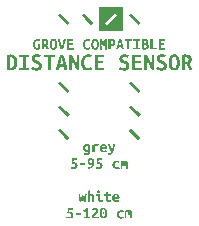
<source format=gbr>
G04 This is an RS-274x file exported by *
G04 gerbv version 2.8.2 *
G04 More information is available about gerbv at *
G04 https://gerbv.github.io/ *
G04 --End of header info--*
%MOIN*%
%FSLAX36Y36*%
%IPPOS*%
G04 --Define apertures--*
%ADD10C,0.0139*%
G04 --Start main section--*
G54D10*
G36*
G01X0362499Y0258799D02*
G01X0362499Y0256599D01*
G01X0362299Y0254799D01*
G01X0361799Y0253199D01*
G01X0361299Y0251599D01*
G01X0360499Y0250299D01*
G01X0359399Y0249299D01*
G01X0358399Y0248299D01*
G01X0356999Y0247499D01*
G01X0355399Y0246999D01*
G01X0353799Y0246499D01*
G01X0351799Y0246299D01*
G01X0349599Y0246299D01*
G01X0348799Y0246299D01*
G01X0347999Y0246299D01*
G01X0347199Y0246399D01*
G01X0346399Y0246499D01*
G01X0345599Y0246599D01*
G01X0344899Y0246799D01*
G01X0344099Y0246899D01*
G01X0343399Y0247099D01*
G01X0342699Y0247299D01*
G01X0341899Y0247499D01*
G01X0341299Y0247699D01*
G01X0340599Y0247899D01*
G01X0341799Y0253799D01*
G01X0342399Y0253499D01*
G01X0342899Y0253299D01*
G01X0343499Y0253099D01*
G01X0343999Y0252999D01*
G01X0344599Y0252799D01*
G01X0345099Y0252599D01*
G01X0345699Y0252499D01*
G01X0346399Y0252399D01*
G01X0347099Y0252299D01*
G01X0347799Y0252199D01*
G01X0348699Y0252099D01*
G01X0349599Y0252099D01*
G01X0350099Y0252099D01*
G01X0350699Y0252099D01*
G01X0351199Y0252199D01*
G01X0351699Y0252299D01*
G01X0352199Y0252399D01*
G01X0352499Y0252499D01*
G01X0352899Y0252599D01*
G01X0353299Y0252799D01*
G01X0353599Y0252999D01*
G01X0353899Y0253199D01*
G01X0354099Y0253399D01*
G01X0354299Y0253599D01*
G01X0354499Y0253799D01*
G01X0354699Y0254099D01*
G01X0354799Y0254399D01*
G01X0354999Y0254699D01*
G01X0355099Y0254999D01*
G01X0355299Y0255299D01*
G01X0355299Y0255599D01*
G01X0355399Y0255999D01*
G01X0355499Y0256299D01*
G01X0355499Y0256699D01*
G01X0355599Y0256999D01*
G01X0355599Y0257399D01*
G01X0355599Y0258499D01*
G01X0355099Y0258299D01*
G01X0354599Y0258099D01*
G01X0354199Y0257999D01*
G01X0353799Y0257799D01*
G01X0353299Y0257699D01*
G01X0352899Y0257599D01*
G01X0352499Y0257599D01*
G01X0352099Y0257499D01*
G01X0351699Y0257399D01*
G01X0351199Y0257399D01*
G01X0350799Y0257399D01*
G01X0350299Y0257399D01*
G01X0348499Y0257399D01*
G01X0346999Y0257599D01*
G01X0345799Y0258199D01*
G01X0344499Y0258699D01*
G01X0343399Y0259499D01*
G01X0342499Y0260599D01*
G01X0341599Y0261599D01*
G01X0340899Y0262899D01*
G01X0340499Y0264399D01*
G01X0340099Y0265899D01*
G01X0339899Y0267599D01*
G01X0339899Y0269399D01*
G01X0339899Y0271599D01*
G01X0340199Y0273499D01*
G01X0340799Y0275099D01*
G01X0341399Y0276699D01*
G01X0342299Y0277999D01*
G01X0343499Y0278999D01*
G01X0344699Y0280099D01*
G01X0345999Y0280899D01*
G01X0347699Y0281399D01*
G01X0349299Y0281899D01*
G01X0351099Y0282199D01*
G01X0353199Y0282199D01*
G01X0354699Y0282199D01*
G01X0356099Y0282099D01*
G01X0357699Y0281899D01*
G01X0359199Y0281699D01*
G01X0360799Y0281299D01*
G01X0362499Y0280799D01*
G01X0362499Y0258799D01*
G01X0362499Y0258799D01*
G37*
%LPC*%
G36*
G01X0346899Y0269599D02*
G01X0346899Y0268499D01*
G01X0346999Y0267599D01*
G01X0347199Y0266799D01*
G01X0347399Y0265999D01*
G01X0347699Y0265299D01*
G01X0348099Y0264699D01*
G01X0348499Y0264199D01*
G01X0348999Y0263799D01*
G01X0349499Y0263499D01*
G01X0350099Y0263199D01*
G01X0350799Y0263099D01*
G01X0351699Y0263099D01*
G01X0351999Y0263099D01*
G01X0352399Y0263099D01*
G01X0352699Y0263099D01*
G01X0353099Y0263199D01*
G01X0353399Y0263299D01*
G01X0353799Y0263299D01*
G01X0354099Y0263399D01*
G01X0354399Y0263499D01*
G01X0354699Y0263599D01*
G01X0354999Y0263799D01*
G01X0355299Y0263899D01*
G01X0355599Y0263999D01*
G01X0355599Y0276499D01*
G01X0355299Y0276599D01*
G01X0354999Y0276599D01*
G01X0354799Y0276699D01*
G01X0354599Y0276699D01*
G01X0354399Y0276699D01*
G01X0354199Y0276799D01*
G01X0353999Y0276799D01*
G01X0353799Y0276799D01*
G01X0353499Y0276799D01*
G01X0353299Y0276799D01*
G01X0353099Y0276799D01*
G01X0352899Y0276799D01*
G01X0350899Y0276799D01*
G01X0349399Y0276199D01*
G01X0348399Y0274999D01*
G01X0347399Y0273799D01*
G01X0346899Y0271899D01*
G01X0346899Y0269599D01*
G01X0346899Y0269599D01*
G37*
%LPD*%
G36*
G01X0390099Y0274899D02*
G01X0389899Y0274899D01*
G01X0389699Y0274999D01*
G01X0389399Y0275099D01*
G01X0389199Y0275099D01*
G01X0388899Y0275099D01*
G01X0388599Y0275099D01*
G01X0388299Y0275099D01*
G01X0387999Y0275199D01*
G01X0387699Y0275299D01*
G01X0387399Y0275299D01*
G01X0387099Y0275399D01*
G01X0386799Y0275399D01*
G01X0386499Y0275499D01*
G01X0386099Y0275499D01*
G01X0385899Y0275499D01*
G01X0385599Y0275599D01*
G01X0385299Y0275599D01*
G01X0384999Y0275599D01*
G01X0384699Y0275599D01*
G01X0384399Y0275599D01*
G01X0384199Y0275599D01*
G01X0383899Y0275599D01*
G01X0383699Y0275599D01*
G01X0383499Y0275599D01*
G01X0382999Y0275599D01*
G01X0382499Y0275599D01*
G01X0381999Y0275499D01*
G01X0381599Y0275499D01*
G01X0381099Y0275499D01*
G01X0380699Y0275399D01*
G01X0380199Y0275299D01*
G01X0379799Y0275299D01*
G01X0379299Y0275199D01*
G01X0378899Y0275099D01*
G01X0378399Y0274999D01*
G01X0377899Y0274899D01*
G01X0377899Y0255399D01*
G01X0370999Y0255399D01*
G01X0370999Y0279899D01*
G01X0371899Y0280199D01*
G01X0372799Y0280499D01*
G01X0373699Y0280799D01*
G01X0374599Y0281099D01*
G01X0375599Y0281299D01*
G01X0376499Y0281499D01*
G01X0377499Y0281699D01*
G01X0378499Y0281899D01*
G01X0379699Y0281999D01*
G01X0380799Y0281999D01*
G01X0381899Y0282099D01*
G01X0383199Y0282099D01*
G01X0383399Y0282099D01*
G01X0383599Y0282099D01*
G01X0383899Y0282099D01*
G01X0384099Y0282099D01*
G01X0384399Y0282099D01*
G01X0384699Y0282099D01*
G01X0385099Y0282099D01*
G01X0385399Y0281999D01*
G01X0385799Y0281999D01*
G01X0386099Y0281999D01*
G01X0386499Y0281899D01*
G01X0386899Y0281899D01*
G01X0387399Y0281899D01*
G01X0387699Y0281799D01*
G01X0388099Y0281799D01*
G01X0388499Y0281799D01*
G01X0388899Y0281699D01*
G01X0389299Y0281699D01*
G01X0389699Y0281599D01*
G01X0390099Y0281499D01*
G01X0390499Y0281399D01*
G01X0390799Y0281399D01*
G01X0391099Y0281299D01*
G01X0391399Y0281099D01*
G01X0390099Y0274899D01*
G01X0390099Y0274899D01*
G37*
G36*
G01X0395399Y0268499D02*
G01X0395399Y0269699D01*
G01X0395499Y0270699D01*
G01X0395699Y0271699D01*
G01X0395899Y0272699D01*
G01X0396199Y0273699D01*
G01X0396499Y0274599D01*
G01X0396899Y0275399D01*
G01X0397299Y0276199D01*
G01X0397799Y0276899D01*
G01X0398199Y0277699D01*
G01X0398799Y0278299D01*
G01X0399299Y0278899D01*
G01X0399899Y0279399D01*
G01X0400499Y0279999D01*
G01X0401099Y0280399D01*
G01X0401799Y0280899D01*
G01X0402499Y0281299D01*
G01X0403199Y0281499D01*
G01X0403999Y0281799D01*
G01X0404699Y0281999D01*
G01X0405499Y0282199D01*
G01X0406299Y0282299D01*
G01X0406999Y0282399D01*
G01X0407799Y0282399D01*
G01X0409699Y0282399D01*
G01X0411399Y0282099D01*
G01X0412899Y0281499D01*
G01X0414299Y0280899D01*
G01X0415599Y0280099D01*
G01X0416499Y0278899D01*
G01X0417499Y0277799D01*
G01X0418299Y0276399D01*
G01X0418799Y0274699D01*
G01X0419299Y0273099D01*
G01X0419599Y0271099D01*
G01X0419599Y0268899D01*
G01X0419599Y0268699D01*
G01X0419599Y0268399D01*
G01X0419599Y0268199D01*
G01X0419599Y0267999D01*
G01X0419599Y0267699D01*
G01X0419599Y0267499D01*
G01X0419599Y0267199D01*
G01X0419599Y0266999D01*
G01X0419599Y0266799D01*
G01X0419499Y0266699D01*
G01X0419499Y0266499D01*
G01X0419399Y0266399D01*
G01X0402499Y0266399D01*
G01X0402499Y0265599D01*
G01X0402699Y0264799D01*
G01X0402999Y0264099D01*
G01X0403399Y0263399D01*
G01X0403899Y0262799D01*
G01X0404599Y0262399D01*
G01X0405299Y0261899D01*
G01X0406099Y0261499D01*
G01X0406999Y0261199D01*
G01X0407899Y0260999D01*
G01X0408899Y0260799D01*
G01X0409999Y0260799D01*
G01X0410699Y0260799D01*
G01X0411399Y0260899D01*
G01X0411999Y0260899D01*
G01X0412599Y0260999D01*
G01X0413299Y0261099D01*
G01X0413899Y0261299D01*
G01X0414499Y0261399D01*
G01X0415099Y0261499D01*
G01X0415599Y0261699D01*
G01X0416099Y0261799D01*
G01X0416599Y0261899D01*
G01X0417099Y0262099D01*
G01X0418099Y0256299D01*
G01X0417399Y0255999D01*
G01X0416799Y0255899D01*
G01X0416199Y0255699D01*
G01X0415599Y0255599D01*
G01X0414899Y0255399D01*
G01X0414299Y0255299D01*
G01X0413599Y0255099D01*
G01X0412899Y0254999D01*
G01X0412199Y0254999D01*
G01X0411499Y0254899D01*
G01X0410699Y0254899D01*
G01X0409899Y0254899D01*
G01X0408799Y0254899D01*
G01X0407699Y0254899D01*
G01X0406699Y0255099D01*
G01X0405699Y0255199D01*
G01X0404799Y0255399D01*
G01X0403899Y0255699D01*
G01X0402999Y0255999D01*
G01X0402199Y0256299D01*
G01X0401499Y0256699D01*
G01X0400699Y0257199D01*
G01X0400099Y0257599D01*
G01X0399399Y0258199D01*
G01X0398799Y0258799D01*
G01X0398299Y0259399D01*
G01X0397799Y0260099D01*
G01X0397299Y0260799D01*
G01X0396899Y0261499D01*
G01X0396499Y0262399D01*
G01X0396199Y0263199D01*
G01X0395899Y0264199D01*
G01X0395699Y0265199D01*
G01X0395499Y0266299D01*
G01X0395399Y0267399D01*
G01X0395399Y0268499D01*
G01X0395399Y0268499D01*
G37*
%LPC*%
G36*
G01X0412899Y0271299D02*
G01X0412899Y0271599D01*
G01X0412899Y0271899D01*
G01X0412799Y0272299D01*
G01X0412799Y0272599D01*
G01X0412699Y0272999D01*
G01X0412599Y0273299D01*
G01X0412599Y0273699D01*
G01X0412399Y0273999D01*
G01X0412299Y0274299D01*
G01X0412099Y0274599D01*
G01X0411899Y0274899D01*
G01X0411799Y0275099D01*
G01X0411599Y0275399D01*
G01X0411399Y0275699D01*
G01X0411099Y0275899D01*
G01X0410799Y0276099D01*
G01X0410599Y0276299D01*
G01X0410299Y0276399D01*
G01X0409999Y0276499D01*
G01X0409699Y0276599D01*
G01X0409299Y0276699D01*
G01X0408899Y0276799D01*
G01X0408399Y0276799D01*
G01X0407899Y0276799D01*
G01X0407499Y0276799D01*
G01X0407099Y0276799D01*
G01X0406699Y0276699D01*
G01X0406299Y0276599D01*
G01X0405899Y0276499D01*
G01X0405599Y0276399D01*
G01X0405199Y0276299D01*
G01X0404899Y0276099D01*
G01X0404699Y0275899D01*
G01X0404399Y0275699D01*
G01X0404199Y0275399D01*
G01X0403899Y0275099D01*
G01X0403699Y0274899D01*
G01X0403499Y0274599D01*
G01X0403399Y0274299D01*
G01X0403199Y0273999D01*
G01X0403099Y0273699D01*
G01X0402899Y0273299D01*
G01X0402799Y0272999D01*
G01X0402699Y0272599D01*
G01X0402599Y0272299D01*
G01X0402499Y0271899D01*
G01X0402499Y0271599D01*
G01X0402499Y0271299D01*
G01X0412899Y0271299D01*
G01X0412899Y0271299D01*
G37*
%LPD*%
G36*
G01X0447599Y0281799D02*
G01X0447299Y0280599D01*
G01X0446899Y0279299D01*
G01X0446599Y0278099D01*
G01X0446299Y0276899D01*
G01X0445899Y0275799D01*
G01X0445599Y0274599D01*
G01X0445199Y0273399D01*
G01X0444899Y0272299D01*
G01X0444499Y0271099D01*
G01X0444199Y0269999D01*
G01X0443799Y0268799D01*
G01X0443499Y0267599D01*
G01X0443099Y0266499D01*
G01X0442799Y0265299D01*
G01X0442399Y0264299D01*
G01X0441999Y0263199D01*
G01X0441699Y0262199D01*
G01X0441299Y0261099D01*
G01X0440799Y0259999D01*
G01X0440399Y0258899D01*
G01X0439999Y0257899D01*
G01X0439499Y0256799D01*
G01X0439099Y0255799D01*
G01X0438599Y0254899D01*
G01X0438299Y0254099D01*
G01X0437899Y0253399D01*
G01X0437599Y0252799D01*
G01X0437199Y0252099D01*
G01X0436899Y0251499D01*
G01X0436499Y0250999D01*
G01X0436199Y0250399D01*
G01X0435799Y0249899D01*
G01X0435499Y0249499D01*
G01X0435099Y0249099D01*
G01X0434699Y0248699D01*
G01X0434299Y0248299D01*
G01X0433899Y0247999D01*
G01X0433399Y0247699D01*
G01X0432999Y0247399D01*
G01X0432499Y0247199D01*
G01X0431999Y0246899D01*
G01X0431499Y0246799D01*
G01X0430999Y0246699D01*
G01X0430499Y0246499D01*
G01X0429899Y0246399D01*
G01X0429299Y0246299D01*
G01X0428599Y0246299D01*
G01X0427899Y0246299D01*
G01X0427399Y0246299D01*
G01X0426799Y0246299D01*
G01X0426299Y0246299D01*
G01X0425699Y0246399D01*
G01X0425199Y0246499D01*
G01X0424699Y0246499D01*
G01X0424199Y0246599D01*
G01X0423799Y0246699D01*
G01X0423399Y0246799D01*
G01X0423099Y0246899D01*
G01X0422699Y0247099D01*
G01X0422399Y0247199D01*
G01X0423599Y0252899D01*
G01X0423999Y0252799D01*
G01X0424299Y0252599D01*
G01X0424599Y0252499D01*
G01X0424999Y0252399D01*
G01X0425299Y0252299D01*
G01X0425599Y0252199D01*
G01X0425799Y0252199D01*
G01X0426099Y0252099D01*
G01X0426499Y0252099D01*
G01X0426799Y0252099D01*
G01X0427099Y0252099D01*
G01X0427399Y0252099D01*
G01X0428099Y0252099D01*
G01X0428599Y0252199D01*
G01X0429199Y0252399D01*
G01X0429699Y0252599D01*
G01X0430099Y0252999D01*
G01X0430599Y0253499D01*
G01X0430999Y0253899D01*
G01X0431399Y0254399D01*
G01X0431699Y0254899D01*
G01X0431999Y0255499D01*
G01X0432299Y0255999D01*
G01X0432499Y0256699D01*
G01X0431699Y0258299D01*
G01X0430799Y0259999D01*
G01X0429999Y0261899D01*
G01X0429199Y0263799D01*
G01X0428399Y0265799D01*
G01X0427599Y0267899D01*
G01X0426899Y0270099D01*
G01X0426099Y0272299D01*
G01X0425399Y0274599D01*
G01X0424599Y0276899D01*
G01X0423899Y0279299D01*
G01X0423199Y0281799D01*
G01X0430299Y0281799D01*
G01X0430399Y0281099D01*
G01X0430599Y0280399D01*
G01X0430799Y0279699D01*
G01X0430999Y0278999D01*
G01X0431199Y0278199D01*
G01X0431399Y0277399D01*
G01X0431599Y0276599D01*
G01X0431799Y0275799D01*
G01X0431999Y0275099D01*
G01X0432299Y0274299D01*
G01X0432499Y0273499D01*
G01X0432799Y0272599D01*
G01X0433099Y0271899D01*
G01X0433299Y0271099D01*
G01X0433499Y0270299D01*
G01X0433799Y0269599D01*
G01X0433999Y0268799D01*
G01X0434299Y0268099D01*
G01X0434599Y0267299D01*
G01X0434899Y0266599D01*
G01X0435099Y0265899D01*
G01X0435399Y0265199D01*
G01X0435699Y0264499D01*
G01X0435999Y0263899D01*
G01X0436199Y0264499D01*
G01X0436399Y0265199D01*
G01X0436499Y0265899D01*
G01X0436699Y0266599D01*
G01X0436899Y0267299D01*
G01X0437099Y0268099D01*
G01X0437299Y0268799D01*
G01X0437499Y0269599D01*
G01X0437699Y0270299D01*
G01X0437899Y0271099D01*
G01X0438099Y0271899D01*
G01X0438199Y0272599D01*
G01X0438399Y0273399D01*
G01X0438599Y0274199D01*
G01X0438799Y0274899D01*
G01X0438899Y0275699D01*
G01X0439099Y0276499D01*
G01X0439299Y0277199D01*
G01X0439499Y0277999D01*
G01X0439699Y0278799D01*
G01X0439799Y0279499D01*
G01X0439999Y0280199D01*
G01X0440099Y0280999D01*
G01X0440299Y0281699D01*
G01X0447599Y0281699D01*
G01X0447599Y0281799D01*
G37*
G36*
G01X0314299Y0210699D02*
G01X0314299Y0211199D01*
G01X0314299Y0211599D01*
G01X0314199Y0212099D01*
G01X0314099Y0212499D01*
G01X0313999Y0212899D01*
G01X0313899Y0213299D01*
G01X0313799Y0213799D01*
G01X0313499Y0214099D01*
G01X0313199Y0214499D01*
G01X0312799Y0214799D01*
G01X0312399Y0215099D01*
G01X0311899Y0215399D01*
G01X0311499Y0215699D01*
G01X0310899Y0215899D01*
G01X0310199Y0216199D01*
G01X0309499Y0216399D01*
G01X0308799Y0216599D01*
G01X0307899Y0216799D01*
G01X0306999Y0216899D01*
G01X0305999Y0216999D01*
G01X0304899Y0217099D01*
G01X0303799Y0217199D01*
G01X0302499Y0217199D01*
G01X0301099Y0217199D01*
G01X0301299Y0218799D01*
G01X0301499Y0220299D01*
G01X0301599Y0221799D01*
G01X0301799Y0223299D01*
G01X0301899Y0224899D01*
G01X0301899Y0226399D01*
G01X0302099Y0227799D01*
G01X0302199Y0229299D01*
G01X0302299Y0230699D01*
G01X0302399Y0232199D01*
G01X0302399Y0233599D01*
G01X0302499Y0234999D01*
G01X0319999Y0234999D01*
G01X0319999Y0229299D01*
G01X0308199Y0229299D01*
G01X0308199Y0228799D01*
G01X0308199Y0228199D01*
G01X0308099Y0227499D01*
G01X0308099Y0226899D01*
G01X0307999Y0226299D01*
G01X0307899Y0225599D01*
G01X0307799Y0224899D01*
G01X0307799Y0224299D01*
G01X0307799Y0223799D01*
G01X0307699Y0223299D01*
G01X0307699Y0222799D01*
G01X0307599Y0222399D01*
G01X0309899Y0222199D01*
G01X0311899Y0221899D01*
G01X0313699Y0221299D01*
G01X0315399Y0220799D01*
G01X0316799Y0219999D01*
G01X0317899Y0218999D01*
G01X0318999Y0218099D01*
G01X0319899Y0216899D01*
G01X0320399Y0215599D01*
G01X0320999Y0214199D01*
G01X0321299Y0212699D01*
G01X0321299Y0210999D01*
G01X0321299Y0210099D01*
G01X0321199Y0209399D01*
G01X0320999Y0208599D01*
G01X0320899Y0207899D01*
G01X0320699Y0207199D01*
G01X0320399Y0206499D01*
G01X0320099Y0205799D01*
G01X0319799Y0205199D01*
G01X0319399Y0204599D01*
G01X0318999Y0204099D01*
G01X0318499Y0203499D01*
G01X0317899Y0203099D01*
G01X0317399Y0202599D01*
G01X0316699Y0202099D01*
G01X0315999Y0201699D01*
G01X0315199Y0201299D01*
G01X0314399Y0200999D01*
G01X0313599Y0200699D01*
G01X0312799Y0200399D01*
G01X0311799Y0200199D01*
G01X0310799Y0200099D01*
G01X0309799Y0199899D01*
G01X0308799Y0199899D01*
G01X0307599Y0199899D01*
G01X0307199Y0199899D01*
G01X0306799Y0199899D01*
G01X0306299Y0199899D01*
G01X0305799Y0199899D01*
G01X0305299Y0199899D01*
G01X0304899Y0199999D01*
G01X0304399Y0200099D01*
G01X0303899Y0200099D01*
G01X0303499Y0200199D01*
G01X0303099Y0200299D01*
G01X0302599Y0200299D01*
G01X0302199Y0200399D01*
G01X0301799Y0200499D01*
G01X0301399Y0200599D01*
G01X0300999Y0200699D01*
G01X0300599Y0200799D01*
G01X0300199Y0200899D01*
G01X0299899Y0200999D01*
G01X0299499Y0201099D01*
G01X0299199Y0201199D01*
G01X0298899Y0201299D01*
G01X0298699Y0201399D01*
G01X0298499Y0201499D01*
G01X0298299Y0201499D01*
G01X0299699Y0207199D01*
G01X0300099Y0206999D01*
G01X0300599Y0206799D01*
G01X0301099Y0206599D01*
G01X0301599Y0206399D01*
G01X0302199Y0206299D01*
G01X0302799Y0206099D01*
G01X0303399Y0205999D01*
G01X0304099Y0205799D01*
G01X0304899Y0205699D01*
G01X0305699Y0205599D01*
G01X0306499Y0205599D01*
G01X0307499Y0205599D01*
G01X0308199Y0205599D01*
G01X0308799Y0205599D01*
G01X0309399Y0205699D01*
G01X0309899Y0205699D01*
G01X0310399Y0205799D01*
G01X0310799Y0205999D01*
G01X0311299Y0206099D01*
G01X0311599Y0206299D01*
G01X0311999Y0206499D01*
G01X0312299Y0206699D01*
G01X0312599Y0206899D01*
G01X0312899Y0207099D01*
G01X0313199Y0207299D01*
G01X0313399Y0207499D01*
G01X0313599Y0207799D01*
G01X0313699Y0208099D01*
G01X0313799Y0208299D01*
G01X0313899Y0208599D01*
G01X0313999Y0208999D01*
G01X0314099Y0209399D01*
G01X0314199Y0209699D01*
G01X0314299Y0209999D01*
G01X0314299Y0210299D01*
G01X0314299Y0210699D01*
G01X0314299Y0210699D01*
G37*
G36*
G01X0330599Y0218199D02*
G01X0345799Y0218199D01*
G01X0345799Y0211499D01*
G01X0330599Y0211499D01*
G01X0330599Y0218199D01*
G01X0330599Y0218199D01*
G37*
G36*
G01X0366399Y0213199D02*
G01X0365299Y0213199D01*
G01X0364399Y0213299D01*
G01X0363499Y0213399D01*
G01X0362599Y0213499D01*
G01X0361699Y0213799D01*
G01X0360999Y0213999D01*
G01X0360199Y0214299D01*
G01X0359499Y0214699D01*
G01X0358899Y0215099D01*
G01X0358299Y0215499D01*
G01X0357799Y0215899D01*
G01X0357399Y0216399D01*
G01X0356899Y0216899D01*
G01X0356499Y0217399D01*
G01X0356099Y0217999D01*
G01X0355799Y0218599D01*
G01X0355499Y0219199D01*
G01X0355299Y0219899D01*
G01X0355099Y0220499D01*
G01X0354899Y0221199D01*
G01X0354799Y0221899D01*
G01X0354699Y0222599D01*
G01X0354599Y0223399D01*
G01X0354599Y0224199D01*
G01X0354599Y0224899D01*
G01X0354699Y0225499D01*
G01X0354799Y0226199D01*
G01X0354899Y0226799D01*
G01X0355099Y0227499D01*
G01X0355299Y0228199D01*
G01X0355499Y0228899D01*
G01X0355799Y0229499D01*
G01X0356099Y0230199D01*
G01X0356499Y0230799D01*
G01X0356899Y0231399D01*
G01X0357399Y0231899D01*
G01X0357799Y0232499D01*
G01X0358399Y0232999D01*
G01X0358899Y0233499D01*
G01X0359499Y0233999D01*
G01X0360099Y0234399D01*
G01X0360799Y0234699D01*
G01X0361499Y0235099D01*
G01X0362299Y0235299D01*
G01X0363099Y0235499D01*
G01X0363899Y0235699D01*
G01X0364699Y0235799D01*
G01X0365699Y0235799D01*
G01X0367599Y0235799D01*
G01X0369299Y0235499D01*
G01X0370799Y0234899D01*
G01X0372299Y0234199D01*
G01X0373499Y0233299D01*
G01X0374599Y0231899D01*
G01X0375599Y0230599D01*
G01X0376399Y0229099D01*
G01X0376899Y0227299D01*
G01X0377399Y0225499D01*
G01X0377599Y0223399D01*
G01X0377599Y0221099D01*
G01X0377599Y0219399D01*
G01X0377499Y0217899D01*
G01X0377299Y0216399D01*
G01X0376999Y0214899D01*
G01X0376699Y0213499D01*
G01X0376299Y0212199D01*
G01X0375799Y0210899D01*
G01X0375199Y0209699D01*
G01X0374499Y0208599D01*
G01X0373799Y0207599D01*
G01X0372999Y0206599D01*
G01X0372099Y0205699D01*
G01X0371199Y0204799D01*
G01X0370199Y0203999D01*
G01X0369099Y0203399D01*
G01X0367999Y0202699D01*
G01X0366799Y0202199D01*
G01X0365599Y0201699D01*
G01X0364299Y0201199D01*
G01X0362999Y0200799D01*
G01X0361499Y0200599D01*
G01X0360099Y0200399D01*
G01X0358599Y0200299D01*
G01X0357099Y0200299D01*
G01X0356799Y0206099D01*
G01X0358399Y0206099D01*
G01X0359899Y0206299D01*
G01X0361299Y0206599D01*
G01X0362699Y0206899D01*
G01X0363999Y0207399D01*
G01X0365299Y0208099D01*
G01X0366499Y0208699D01*
G01X0367599Y0209499D01*
G01X0368499Y0210499D01*
G01X0369399Y0211399D01*
G01X0370099Y0212599D01*
G01X0370599Y0213899D01*
G01X0369699Y0213699D01*
G01X0368999Y0213499D01*
G01X0368299Y0213399D01*
G01X0367599Y0213299D01*
G01X0366999Y0213199D01*
G01X0366399Y0213199D01*
G01X0366399Y0213199D01*
G37*
%LPC*%
G36*
G01X0366399Y0218799D02*
G01X0366699Y0218799D01*
G01X0367099Y0218799D01*
G01X0367399Y0218799D01*
G01X0367799Y0218899D01*
G01X0368199Y0218999D01*
G01X0368599Y0218999D01*
G01X0368999Y0219099D01*
G01X0369299Y0219199D01*
G01X0369599Y0219299D01*
G01X0369899Y0219399D01*
G01X0370199Y0219499D01*
G01X0370399Y0219599D01*
G01X0370399Y0219699D01*
G01X0370399Y0219899D01*
G01X0370399Y0220099D01*
G01X0370499Y0220299D01*
G01X0370499Y0220499D01*
G01X0370599Y0220699D01*
G01X0370599Y0220899D01*
G01X0370599Y0221099D01*
G01X0370599Y0221299D01*
G01X0370599Y0221499D01*
G01X0370599Y0221699D01*
G01X0370599Y0221899D01*
G01X0370599Y0222399D01*
G01X0370499Y0222899D01*
G01X0370499Y0223299D01*
G01X0370399Y0223799D01*
G01X0370299Y0224199D01*
G01X0370299Y0224699D01*
G01X0370199Y0225199D01*
G01X0370099Y0225699D01*
G01X0369999Y0226099D01*
G01X0369799Y0226499D01*
G01X0369699Y0226899D01*
G01X0369399Y0227399D01*
G01X0369199Y0227799D01*
G01X0368999Y0228099D01*
G01X0368799Y0228399D01*
G01X0368499Y0228799D01*
G01X0368299Y0228999D01*
G01X0367899Y0229299D01*
G01X0367599Y0229599D01*
G01X0367199Y0229799D01*
G01X0366799Y0229899D01*
G01X0366499Y0229999D01*
G01X0365999Y0229999D01*
G01X0365599Y0229999D01*
G01X0365099Y0229999D01*
G01X0364799Y0229999D01*
G01X0364399Y0229899D01*
G01X0364099Y0229799D01*
G01X0363799Y0229699D01*
G01X0363499Y0229599D01*
G01X0363199Y0229399D01*
G01X0362999Y0229299D01*
G01X0362699Y0229099D01*
G01X0362499Y0228899D01*
G01X0362299Y0228599D01*
G01X0362099Y0228299D01*
G01X0361899Y0228099D01*
G01X0361799Y0227799D01*
G01X0361699Y0227499D01*
G01X0361599Y0227199D01*
G01X0361499Y0226899D01*
G01X0361399Y0226499D01*
G01X0361299Y0226199D01*
G01X0361299Y0225799D01*
G01X0361199Y0225499D01*
G01X0361099Y0225099D01*
G01X0361099Y0224699D01*
G01X0361099Y0224299D01*
G01X0361099Y0223399D01*
G01X0361199Y0222599D01*
G01X0361399Y0221999D01*
G01X0361599Y0221299D01*
G01X0361899Y0220799D01*
G01X0362399Y0220299D01*
G01X0362799Y0219799D01*
G01X0363299Y0219399D01*
G01X0363999Y0219199D01*
G01X0364699Y0218899D01*
G01X0365499Y0218799D01*
G01X0366399Y0218799D01*
G01X0366399Y0218799D01*
G37*
%LPD*%
G36*
G01X0397599Y0210699D02*
G01X0397599Y0211199D01*
G01X0397599Y0211599D01*
G01X0397499Y0212099D01*
G01X0397499Y0212499D01*
G01X0397399Y0212899D01*
G01X0397199Y0213299D01*
G01X0397099Y0213799D01*
G01X0396799Y0214099D01*
G01X0396499Y0214499D01*
G01X0396199Y0214799D01*
G01X0395799Y0215099D01*
G01X0395299Y0215399D01*
G01X0394799Y0215699D01*
G01X0394199Y0215899D01*
G01X0393499Y0216199D01*
G01X0392799Y0216399D01*
G01X0392099Y0216599D01*
G01X0391299Y0216799D01*
G01X0390299Y0216899D01*
G01X0389299Y0216999D01*
G01X0388199Y0217099D01*
G01X0387099Y0217199D01*
G01X0385799Y0217199D01*
G01X0384399Y0217199D01*
G01X0384699Y0218799D01*
G01X0384799Y0220299D01*
G01X0384999Y0221799D01*
G01X0385099Y0223299D01*
G01X0385199Y0224899D01*
G01X0385299Y0226399D01*
G01X0385399Y0227799D01*
G01X0385499Y0229299D01*
G01X0385599Y0230699D01*
G01X0385699Y0232199D01*
G01X0385799Y0233599D01*
G01X0385799Y0234999D01*
G01X0403299Y0234999D01*
G01X0403299Y0229299D01*
G01X0391499Y0229299D01*
G01X0391499Y0228799D01*
G01X0391499Y0228199D01*
G01X0391399Y0227499D01*
G01X0391399Y0226899D01*
G01X0391299Y0226299D01*
G01X0391299Y0225599D01*
G01X0391199Y0224899D01*
G01X0391099Y0224299D01*
G01X0391099Y0223799D01*
G01X0391099Y0223299D01*
G01X0390999Y0222799D01*
G01X0390999Y0222399D01*
G01X0393299Y0222199D01*
G01X0395299Y0221899D01*
G01X0396999Y0221299D01*
G01X0398699Y0220799D01*
G01X0400099Y0219999D01*
G01X0401299Y0218999D01*
G01X0402399Y0218099D01*
G01X0403199Y0216899D01*
G01X0403799Y0215599D01*
G01X0404299Y0214199D01*
G01X0404599Y0212699D01*
G01X0404599Y0210999D01*
G01X0404599Y0210099D01*
G01X0404499Y0209399D01*
G01X0404399Y0208599D01*
G01X0404199Y0207899D01*
G01X0403999Y0207199D01*
G01X0403799Y0206499D01*
G01X0403499Y0205799D01*
G01X0403099Y0205199D01*
G01X0402699Y0204599D01*
G01X0402299Y0204099D01*
G01X0401799Y0203499D01*
G01X0401299Y0203099D01*
G01X0400699Y0202599D01*
G01X0399999Y0202099D01*
G01X0399299Y0201699D01*
G01X0398599Y0201299D01*
G01X0397799Y0200999D01*
G01X0396899Y0200699D01*
G01X0396099Y0200399D01*
G01X0395199Y0200199D01*
G01X0394199Y0200099D01*
G01X0393199Y0199899D01*
G01X0392099Y0199899D01*
G01X0390999Y0199899D01*
G01X0390599Y0199899D01*
G01X0390099Y0199899D01*
G01X0389599Y0199899D01*
G01X0389199Y0199899D01*
G01X0388699Y0199899D01*
G01X0388199Y0199999D01*
G01X0387699Y0200099D01*
G01X0387299Y0200099D01*
G01X0386799Y0200199D01*
G01X0386399Y0200299D01*
G01X0385999Y0200299D01*
G01X0385599Y0200399D01*
G01X0385099Y0200499D01*
G01X0384699Y0200599D01*
G01X0384299Y0200699D01*
G01X0383899Y0200799D01*
G01X0383499Y0200899D01*
G01X0383199Y0200999D01*
G01X0382799Y0201099D01*
G01X0382499Y0201199D01*
G01X0382299Y0201299D01*
G01X0381999Y0201399D01*
G01X0381799Y0201499D01*
G01X0381699Y0201499D01*
G01X0383099Y0207199D01*
G01X0383499Y0206999D01*
G01X0383899Y0206799D01*
G01X0384399Y0206599D01*
G01X0384899Y0206399D01*
G01X0385499Y0206299D01*
G01X0386099Y0206099D01*
G01X0386699Y0205999D01*
G01X0387399Y0205799D01*
G01X0388199Y0205699D01*
G01X0388999Y0205599D01*
G01X0389899Y0205599D01*
G01X0390799Y0205599D01*
G01X0391499Y0205599D01*
G01X0392199Y0205599D01*
G01X0392699Y0205699D01*
G01X0393299Y0205699D01*
G01X0393799Y0205799D01*
G01X0394199Y0205999D01*
G01X0394599Y0206099D01*
G01X0394999Y0206299D01*
G01X0395299Y0206499D01*
G01X0395699Y0206699D01*
G01X0395999Y0206899D01*
G01X0396299Y0207099D01*
G01X0396499Y0207299D01*
G01X0396699Y0207499D01*
G01X0396899Y0207799D01*
G01X0396999Y0208099D01*
G01X0397199Y0208299D01*
G01X0397199Y0208599D01*
G01X0397399Y0208999D01*
G01X0397499Y0209399D01*
G01X0397499Y0209699D01*
G01X0397599Y0209999D01*
G01X0397599Y0210299D01*
G01X0397599Y0210699D01*
G01X0397599Y0210699D01*
G37*
G36*
G01X0437799Y0213599D02*
G01X0437799Y0214599D01*
G01X0437799Y0215499D01*
G01X0437999Y0216399D01*
G01X0438099Y0217199D01*
G01X0438299Y0218099D01*
G01X0438599Y0218899D01*
G01X0438899Y0219699D01*
G01X0439299Y0220499D01*
G01X0439699Y0221199D01*
G01X0440199Y0221899D01*
G01X0440799Y0222599D01*
G01X0441399Y0223199D01*
G01X0441999Y0223799D01*
G01X0442699Y0224399D01*
G01X0443499Y0224899D01*
G01X0444199Y0225299D01*
G01X0445099Y0225799D01*
G01X0445999Y0226099D01*
G01X0446899Y0226499D01*
G01X0447899Y0226699D01*
G01X0448999Y0226899D01*
G01X0450199Y0227099D01*
G01X0451399Y0227199D01*
G01X0452599Y0227199D01*
G01X0453399Y0227199D01*
G01X0454099Y0227199D01*
G01X0454799Y0227099D01*
G01X0455499Y0227099D01*
G01X0456199Y0226999D01*
G01X0456799Y0226899D01*
G01X0457399Y0226799D01*
G01X0458099Y0226699D01*
G01X0458699Y0226499D01*
G01X0459299Y0226299D01*
G01X0459999Y0226099D01*
G01X0460699Y0225799D01*
G01X0459199Y0220299D01*
G01X0458799Y0220399D01*
G01X0458399Y0220599D01*
G01X0457999Y0220699D01*
G01X0457599Y0220799D01*
G01X0457199Y0220899D01*
G01X0456699Y0220999D01*
G01X0456199Y0220999D01*
G01X0455699Y0221099D01*
G01X0455099Y0221199D01*
G01X0454499Y0221199D01*
G01X0453899Y0221299D01*
G01X0453199Y0221299D01*
G01X0452399Y0221299D01*
G01X0451599Y0221199D01*
G01X0450899Y0221099D01*
G01X0450199Y0220999D01*
G01X0449699Y0220899D01*
G01X0449199Y0220699D01*
G01X0448599Y0220499D01*
G01X0448099Y0220199D01*
G01X0447699Y0219999D01*
G01X0447299Y0219699D01*
G01X0446899Y0219399D01*
G01X0446499Y0218999D01*
G01X0446199Y0218699D01*
G01X0445899Y0218299D01*
G01X0445699Y0217899D01*
G01X0445499Y0217499D01*
G01X0445299Y0216999D01*
G01X0445099Y0216499D01*
G01X0444999Y0215999D01*
G01X0444899Y0215599D01*
G01X0444799Y0215099D01*
G01X0444799Y0214499D01*
G01X0444699Y0213999D01*
G01X0444699Y0213499D01*
G01X0444699Y0212299D01*
G01X0444899Y0211199D01*
G01X0445199Y0210299D01*
G01X0445599Y0209299D01*
G01X0446099Y0208499D01*
G01X0446799Y0207799D01*
G01X0447499Y0207099D01*
G01X0448399Y0206599D01*
G01X0449499Y0206199D01*
G01X0450699Y0205899D01*
G01X0452099Y0205699D01*
G01X0453799Y0205699D01*
G01X0454299Y0205699D01*
G01X0454899Y0205699D01*
G01X0455399Y0205699D01*
G01X0455999Y0205799D01*
G01X0456499Y0205799D01*
G01X0457099Y0205999D01*
G01X0457599Y0206099D01*
G01X0458199Y0206199D01*
G01X0458699Y0206299D01*
G01X0459299Y0206399D01*
G01X0459799Y0206499D01*
G01X0460299Y0206699D01*
G01X0461299Y0201099D01*
G01X0460799Y0200899D01*
G01X0460199Y0200699D01*
G01X0459699Y0200599D01*
G01X0459099Y0200399D01*
G01X0458499Y0200299D01*
G01X0457799Y0200099D01*
G01X0457099Y0199999D01*
G01X0456399Y0199899D01*
G01X0455599Y0199799D01*
G01X0454799Y0199799D01*
G01X0453899Y0199699D01*
G01X0452899Y0199699D01*
G01X0451599Y0199699D01*
G01X0450299Y0199799D01*
G01X0449199Y0199999D01*
G01X0448099Y0200199D01*
G01X0446999Y0200499D01*
G01X0446099Y0200799D01*
G01X0445099Y0201199D01*
G01X0444299Y0201599D01*
G01X0443499Y0202099D01*
G01X0442699Y0202599D01*
G01X0441999Y0203099D01*
G01X0441399Y0203799D01*
G01X0440799Y0204399D01*
G01X0440199Y0204999D01*
G01X0439799Y0205699D01*
G01X0439399Y0206499D01*
G01X0438999Y0207199D01*
G01X0438799Y0208099D01*
G01X0438399Y0208999D01*
G01X0438199Y0209899D01*
G01X0437999Y0210799D01*
G01X0437799Y0211699D01*
G01X0437799Y0212599D01*
G01X0437799Y0213599D01*
G01X0437799Y0213599D01*
G37*
G36*
G01X0482199Y0226899D02*
G01X0482899Y0226899D01*
G01X0483599Y0226899D01*
G01X0484199Y0226799D01*
G01X0484799Y0226599D01*
G01X0485299Y0226499D01*
G01X0485799Y0226299D01*
G01X0486299Y0225999D01*
G01X0486699Y0225799D01*
G01X0487099Y0225399D01*
G01X0487499Y0225099D01*
G01X0487799Y0224699D01*
G01X0488099Y0224299D01*
G01X0488299Y0223899D01*
G01X0488499Y0223399D01*
G01X0488699Y0222799D01*
G01X0488899Y0222199D01*
G01X0488999Y0221599D01*
G01X0489199Y0220999D01*
G01X0489199Y0220299D01*
G01X0489299Y0219499D01*
G01X0489399Y0218799D01*
G01X0489399Y0217999D01*
G01X0489399Y0217199D01*
G01X0489399Y0216299D01*
G01X0489399Y0200699D01*
G01X0483899Y0200699D01*
G01X0483899Y0216499D01*
G01X0483899Y0217099D01*
G01X0483899Y0217499D01*
G01X0483899Y0217899D01*
G01X0483899Y0218299D01*
G01X0483799Y0218699D01*
G01X0483799Y0218999D01*
G01X0483699Y0219299D01*
G01X0483599Y0219599D01*
G01X0483499Y0219799D01*
G01X0483399Y0220099D01*
G01X0483299Y0220299D01*
G01X0483199Y0220399D01*
G01X0483099Y0220599D01*
G01X0482999Y0220699D01*
G01X0482799Y0220799D01*
G01X0482699Y0220899D01*
G01X0482599Y0220999D01*
G01X0482499Y0221099D01*
G01X0482399Y0221199D01*
G01X0482199Y0221199D01*
G01X0482099Y0221199D01*
G01X0481899Y0221299D01*
G01X0481799Y0221299D01*
G01X0481699Y0221299D01*
G01X0481499Y0221299D01*
G01X0481399Y0221299D01*
G01X0481199Y0221199D01*
G01X0480999Y0221199D01*
G01X0480799Y0221199D01*
G01X0480599Y0221099D01*
G01X0480299Y0221099D01*
G01X0480199Y0221099D01*
G01X0479999Y0220999D01*
G01X0479899Y0220999D01*
G01X0479699Y0220899D01*
G01X0479599Y0220799D01*
G01X0479699Y0220499D01*
G01X0479699Y0220099D01*
G01X0479699Y0219699D01*
G01X0479799Y0219299D01*
G01X0479799Y0218899D01*
G01X0479899Y0218499D01*
G01X0479899Y0218099D01*
G01X0479899Y0217599D01*
G01X0479899Y0217099D01*
G01X0479999Y0216699D01*
G01X0479999Y0216199D01*
G01X0479999Y0215699D01*
G01X0479999Y0210399D01*
G01X0474399Y0210399D01*
G01X0474399Y0216499D01*
G01X0474399Y0217399D01*
G01X0474399Y0218199D01*
G01X0474299Y0218799D01*
G01X0474199Y0219399D01*
G01X0474099Y0219899D01*
G01X0473899Y0220299D01*
G01X0473699Y0220599D01*
G01X0473399Y0220899D01*
G01X0473199Y0221099D01*
G01X0472899Y0221299D01*
G01X0472599Y0221399D01*
G01X0472199Y0221399D01*
G01X0472099Y0221399D01*
G01X0471899Y0221399D01*
G01X0471799Y0221399D01*
G01X0471699Y0221399D01*
G01X0471499Y0221399D01*
G01X0471399Y0221399D01*
G01X0471299Y0221399D01*
G01X0471099Y0221399D01*
G01X0470999Y0221299D01*
G01X0470799Y0221299D01*
G01X0470599Y0221299D01*
G01X0470399Y0221299D01*
G01X0470399Y0200699D01*
G01X0464899Y0200699D01*
G01X0464899Y0225799D01*
G01X0465599Y0225999D01*
G01X0466299Y0226199D01*
G01X0466999Y0226399D01*
G01X0467699Y0226499D01*
G01X0468499Y0226699D01*
G01X0469199Y0226799D01*
G01X0469899Y0226899D01*
G01X0470499Y0226999D01*
G01X0471099Y0226999D01*
G01X0471799Y0227099D01*
G01X0472399Y0227099D01*
G01X0472899Y0227099D01*
G01X0473399Y0227099D01*
G01X0473899Y0226999D01*
G01X0474299Y0226999D01*
G01X0474699Y0226899D01*
G01X0475099Y0226799D01*
G01X0475599Y0226699D01*
G01X0475899Y0226499D01*
G01X0476299Y0226399D01*
G01X0476599Y0226099D01*
G01X0476899Y0225899D01*
G01X0477199Y0225699D01*
G01X0477499Y0225399D01*
G01X0477799Y0225599D01*
G01X0478199Y0225799D01*
G01X0478599Y0225999D01*
G01X0478899Y0226099D01*
G01X0479299Y0226299D01*
G01X0479699Y0226499D01*
G01X0480099Y0226699D01*
G01X0480499Y0226799D01*
G01X0480899Y0226799D01*
G01X0481299Y0226899D01*
G01X0481699Y0226899D01*
G01X0482199Y0226899D01*
G01X0482199Y0226899D01*
G37*
G36*
G01X0342099Y0090299D02*
G01X0341899Y0090799D01*
G01X0341699Y0091399D01*
G01X0341499Y0091899D01*
G01X0341299Y0092499D01*
G01X0341099Y0092999D01*
G01X0340999Y0093499D01*
G01X0340799Y0093999D01*
G01X0340699Y0094399D01*
G01X0340499Y0094899D01*
G01X0340299Y0095399D01*
G01X0340099Y0095799D01*
G01X0339999Y0096299D01*
G01X0339899Y0096699D01*
G01X0339699Y0097099D01*
G01X0339599Y0097599D01*
G01X0339399Y0098099D01*
G01X0339199Y0098499D01*
G01X0338999Y0098999D01*
G01X0338899Y0099499D01*
G01X0338699Y0099999D01*
G01X0338499Y0100599D01*
G01X0338399Y0101099D01*
G01X0338199Y0101699D01*
G01X0338099Y0102199D01*
G01X0337799Y0101699D01*
G01X0337699Y0101099D01*
G01X0337499Y0100599D01*
G01X0337399Y0099999D01*
G01X0337199Y0099499D01*
G01X0337099Y0098999D01*
G01X0336899Y0098499D01*
G01X0336799Y0098099D01*
G01X0336699Y0097599D01*
G01X0336499Y0097099D01*
G01X0336299Y0096699D01*
G01X0336099Y0096299D01*
G01X0335999Y0095799D01*
G01X0335799Y0095299D01*
G01X0335599Y0094899D01*
G01X0335499Y0094399D01*
G01X0335299Y0093999D01*
G01X0335099Y0093499D01*
G01X0334999Y0092999D01*
G01X0334799Y0092499D01*
G01X0334599Y0091899D01*
G01X0334399Y0091399D01*
G01X0334199Y0090799D01*
G01X0333899Y0090299D01*
G01X0328799Y0090299D01*
G01X0328499Y0091099D01*
G01X0328299Y0091999D01*
G01X0328099Y0092899D01*
G01X0327899Y0093799D01*
G01X0327699Y0094699D01*
G01X0327499Y0095699D01*
G01X0327299Y0096699D01*
G01X0327099Y0097699D01*
G01X0326899Y0098699D01*
G01X0326799Y0099799D01*
G01X0326599Y0100899D01*
G01X0326399Y0102099D01*
G01X0326299Y0103199D01*
G01X0326099Y0104299D01*
G01X0325899Y0105499D01*
G01X0325799Y0106699D01*
G01X0325599Y0107799D01*
G01X0325599Y0108999D01*
G01X0325399Y0110199D01*
G01X0325299Y0111399D01*
G01X0325199Y0112699D01*
G01X0324999Y0113899D01*
G01X0324899Y0115099D01*
G01X0324899Y0116399D01*
G01X0330699Y0116399D01*
G01X0330799Y0114799D01*
G01X0330799Y0113199D01*
G01X0330899Y0111599D01*
G01X0330999Y0109999D01*
G01X0330999Y0108499D01*
G01X0331099Y0106899D01*
G01X0331199Y0105399D01*
G01X0331299Y0103899D01*
G01X0331399Y0102299D01*
G01X0331599Y0100699D01*
G01X0331799Y0099099D01*
G01X0332099Y0097499D01*
G01X0332399Y0098199D01*
G01X0332599Y0098899D01*
G01X0332799Y0099499D01*
G01X0332999Y0100199D01*
G01X0333199Y0100799D01*
G01X0333299Y0101399D01*
G01X0333499Y0101999D01*
G01X0333699Y0102599D01*
G01X0333899Y0103199D01*
G01X0333999Y0103799D01*
G01X0334199Y0104299D01*
G01X0334299Y0104899D01*
G01X0334399Y0105399D01*
G01X0334599Y0105999D01*
G01X0334699Y0106499D01*
G01X0334899Y0106999D01*
G01X0334999Y0107599D01*
G01X0335099Y0108099D01*
G01X0335299Y0108499D01*
G01X0335399Y0109099D01*
G01X0335499Y0109599D01*
G01X0335699Y0110099D01*
G01X0335799Y0110699D01*
G01X0335799Y0111299D01*
G01X0340799Y0111299D01*
G01X0340999Y0110699D01*
G01X0341099Y0110199D01*
G01X0341199Y0109699D01*
G01X0341299Y0109099D01*
G01X0341399Y0108599D01*
G01X0341499Y0108099D01*
G01X0341699Y0107599D01*
G01X0341799Y0106999D01*
G01X0341899Y0106499D01*
G01X0342099Y0105999D01*
G01X0342199Y0105399D01*
G01X0342399Y0104899D01*
G01X0342499Y0104299D01*
G01X0342599Y0103799D01*
G01X0342799Y0103199D01*
G01X0342899Y0102599D01*
G01X0343099Y0101999D01*
G01X0343199Y0101399D01*
G01X0343299Y0100799D01*
G01X0343499Y0100099D01*
G01X0343699Y0099499D01*
G01X0343899Y0098899D01*
G01X0344099Y0098199D01*
G01X0344299Y0097499D01*
G01X0344399Y0098299D01*
G01X0344499Y0099199D01*
G01X0344599Y0099999D01*
G01X0344699Y0100799D01*
G01X0344799Y0101599D01*
G01X0344899Y0102399D01*
G01X0344899Y0103099D01*
G01X0344999Y0103899D01*
G01X0345099Y0104699D01*
G01X0345099Y0105399D01*
G01X0345199Y0106199D01*
G01X0345299Y0106899D01*
G01X0345299Y0107699D01*
G01X0345399Y0108499D01*
G01X0345399Y0109199D01*
G01X0345499Y0109999D01*
G01X0345499Y0110799D01*
G01X0345599Y0111499D01*
G01X0345599Y0112299D01*
G01X0345599Y0113099D01*
G01X0345599Y0113899D01*
G01X0345699Y0114699D01*
G01X0345699Y0115599D01*
G01X0345699Y0116399D01*
G01X0351499Y0116399D01*
G01X0351299Y0113799D01*
G01X0351099Y0111399D01*
G01X0350799Y0108999D01*
G01X0350499Y0106599D01*
G01X0350199Y0104299D01*
G01X0349899Y0102099D01*
G01X0349499Y0099899D01*
G01X0349099Y0097699D01*
G01X0348699Y0095799D01*
G01X0348299Y0093799D01*
G01X0347899Y0091899D01*
G01X0347499Y0090299D01*
G01X0342099Y0090299D01*
G01X0342099Y0090299D01*
G37*
G36*
G01X0355599Y0090299D02*
G01X0355599Y0127599D01*
G01X0362399Y0128799D01*
G01X0362399Y0116099D01*
G01X0362599Y0116199D01*
G01X0362999Y0116299D01*
G01X0363299Y0116399D01*
G01X0363599Y0116499D01*
G01X0363999Y0116599D01*
G01X0364299Y0116699D01*
G01X0364699Y0116699D01*
G01X0365099Y0116799D01*
G01X0365499Y0116899D01*
G01X0365799Y0116899D01*
G01X0366099Y0116899D01*
G01X0366399Y0116899D01*
G01X0367399Y0116899D01*
G01X0368199Y0116899D01*
G01X0368999Y0116699D01*
G01X0369799Y0116599D01*
G01X0370599Y0116399D01*
G01X0371299Y0116099D01*
G01X0371899Y0115799D01*
G01X0372499Y0115499D01*
G01X0372999Y0115099D01*
G01X0373499Y0114699D01*
G01X0373999Y0114199D01*
G01X0374299Y0113599D01*
G01X0374699Y0113099D01*
G01X0375099Y0112499D01*
G01X0375299Y0111799D01*
G01X0375599Y0111199D01*
G01X0375799Y0110599D01*
G01X0375999Y0109899D01*
G01X0376099Y0109099D01*
G01X0376299Y0108299D01*
G01X0376399Y0107499D01*
G01X0376499Y0106699D01*
G01X0376499Y0105899D01*
G01X0376499Y0104999D01*
G01X0376499Y0090299D01*
G01X0369699Y0090299D01*
G01X0369699Y0104199D01*
G01X0369699Y0105399D01*
G01X0369699Y0106499D01*
G01X0369499Y0107299D01*
G01X0369399Y0108199D01*
G01X0369199Y0108899D01*
G01X0368899Y0109399D01*
G01X0368599Y0109999D01*
G01X0368199Y0110399D01*
G01X0367699Y0110699D01*
G01X0367099Y0110999D01*
G01X0366499Y0111099D01*
G01X0365699Y0111099D01*
G01X0365299Y0111099D01*
G01X0364999Y0111099D01*
G01X0364699Y0110999D01*
G01X0364399Y0110999D01*
G01X0364199Y0110899D01*
G01X0363899Y0110799D01*
G01X0363599Y0110799D01*
G01X0363299Y0110699D01*
G01X0363099Y0110599D01*
G01X0362799Y0110599D01*
G01X0362599Y0110499D01*
G01X0362399Y0110399D01*
G01X0362399Y0090299D01*
G01X0355599Y0090299D01*
G01X0355599Y0090299D01*
G37*
G36*
G01X0405699Y0091399D02*
G01X0404999Y0090999D01*
G01X0404299Y0090799D01*
G01X0403599Y0090499D01*
G01X0402999Y0090299D01*
G01X0402299Y0090099D01*
G01X0401699Y0089999D01*
G01X0400999Y0089899D01*
G01X0400499Y0089799D01*
G01X0399899Y0089699D01*
G01X0399299Y0089599D01*
G01X0398799Y0089599D01*
G01X0398199Y0089599D01*
G01X0397299Y0089599D01*
G01X0396499Y0089699D01*
G01X0395699Y0089799D01*
G01X0394999Y0089899D01*
G01X0394299Y0090099D01*
G01X0393799Y0090399D01*
G01X0393099Y0090699D01*
G01X0392599Y0090999D01*
G01X0392099Y0091399D01*
G01X0391599Y0091699D01*
G01X0391199Y0092199D01*
G01X0390799Y0092599D01*
G01X0390499Y0093099D01*
G01X0390199Y0093699D01*
G01X0389899Y0094299D01*
G01X0389699Y0094899D01*
G01X0389399Y0095599D01*
G01X0389299Y0096299D01*
G01X0389199Y0096899D01*
G01X0389099Y0097699D01*
G01X0388999Y0098499D01*
G01X0388899Y0099299D01*
G01X0388899Y0100199D01*
G01X0388899Y0101099D01*
G01X0388899Y0110699D01*
G01X0381699Y0110699D01*
G01X0381699Y0116399D01*
G01X0395699Y0116399D01*
G01X0395699Y0100299D01*
G01X0395699Y0099499D01*
G01X0395799Y0098799D01*
G01X0395899Y0098199D01*
G01X0395999Y0097599D01*
G01X0396299Y0097199D01*
G01X0396499Y0096799D01*
G01X0396799Y0096499D01*
G01X0397199Y0096199D01*
G01X0397699Y0095999D01*
G01X0398199Y0095799D01*
G01X0398799Y0095699D01*
G01X0399399Y0095699D01*
G01X0399699Y0095699D01*
G01X0400099Y0095699D01*
G01X0400499Y0095799D01*
G01X0400799Y0095799D01*
G01X0401299Y0095899D01*
G01X0401699Y0095999D01*
G01X0402099Y0095999D01*
G01X0402599Y0096199D01*
G01X0403099Y0096399D01*
G01X0403599Y0096499D01*
G01X0404199Y0096699D01*
G01X0404699Y0096899D01*
G01X0405699Y0091399D01*
G01X0405699Y0091399D01*
G37*
G36*
G01X0395599Y0123899D02*
G01X0395599Y0123199D01*
G01X0395499Y0122599D01*
G01X0395199Y0122099D01*
G01X0394999Y0121599D01*
G01X0394699Y0121099D01*
G01X0394299Y0120699D01*
G01X0393899Y0120299D01*
G01X0393399Y0119999D01*
G01X0392899Y0119799D01*
G01X0392399Y0119699D01*
G01X0391899Y0119599D01*
G01X0391299Y0119599D01*
G01X0390599Y0119599D01*
G01X0390099Y0119699D01*
G01X0389599Y0119899D01*
G01X0389099Y0120099D01*
G01X0388599Y0120299D01*
G01X0388199Y0120699D01*
G01X0387799Y0121099D01*
G01X0387499Y0121599D01*
G01X0387299Y0122099D01*
G01X0386999Y0122599D01*
G01X0386899Y0123199D01*
G01X0386899Y0123899D01*
G01X0386899Y0124599D01*
G01X0386999Y0125199D01*
G01X0387299Y0125699D01*
G01X0387499Y0126299D01*
G01X0387799Y0126699D01*
G01X0388199Y0127099D01*
G01X0388599Y0127499D01*
G01X0389099Y0127799D01*
G01X0389599Y0127999D01*
G01X0390099Y0128099D01*
G01X0390599Y0128199D01*
G01X0391299Y0128199D01*
G01X0391799Y0128199D01*
G01X0392399Y0128099D01*
G01X0392899Y0127899D01*
G01X0393399Y0127699D01*
G01X0393899Y0127399D01*
G01X0394299Y0127099D01*
G01X0394699Y0126699D01*
G01X0394999Y0126299D01*
G01X0395199Y0125699D01*
G01X0395499Y0125199D01*
G01X0395599Y0124599D01*
G01X0395599Y0123899D01*
G01X0395599Y0123899D01*
G37*
G36*
G01X0415599Y0110699D02*
G01X0409599Y0110699D01*
G01X0409599Y0116399D01*
G01X0415599Y0116399D01*
G01X0415599Y0122899D01*
G01X0422399Y0123999D01*
G01X0422399Y0116399D01*
G01X0433299Y0116399D01*
G01X0433299Y0110699D01*
G01X0422399Y0110699D01*
G01X0422399Y0100099D01*
G01X0422399Y0099699D01*
G01X0422399Y0099199D01*
G01X0422399Y0098899D01*
G01X0422499Y0098499D01*
G01X0422599Y0098099D01*
G01X0422599Y0097799D01*
G01X0422699Y0097499D01*
G01X0422799Y0097199D01*
G01X0422999Y0096999D01*
G01X0423099Y0096699D01*
G01X0423299Y0096499D01*
G01X0423499Y0096399D01*
G01X0423599Y0096299D01*
G01X0423799Y0096099D01*
G01X0423999Y0095999D01*
G01X0424199Y0095899D01*
G01X0424399Y0095799D01*
G01X0424699Y0095699D01*
G01X0424999Y0095599D01*
G01X0425199Y0095599D01*
G01X0425499Y0095599D01*
G01X0425799Y0095599D01*
G01X0425999Y0095599D01*
G01X0426399Y0095599D01*
G01X0426699Y0095599D01*
G01X0426999Y0095599D01*
G01X0427299Y0095599D01*
G01X0427599Y0095599D01*
G01X0427899Y0095599D01*
G01X0428199Y0095599D01*
G01X0428499Y0095599D01*
G01X0428799Y0095599D01*
G01X0428999Y0095599D01*
G01X0429299Y0095699D01*
G01X0429499Y0095699D01*
G01X0429699Y0095699D01*
G01X0429899Y0095699D01*
G01X0430199Y0095799D01*
G01X0430399Y0095899D01*
G01X0430699Y0095899D01*
G01X0430999Y0095999D01*
G01X0431299Y0096099D01*
G01X0431499Y0096199D01*
G01X0431799Y0096299D01*
G01X0432099Y0096399D01*
G01X0432399Y0096499D01*
G01X0432699Y0096699D01*
G01X0433099Y0096799D01*
G01X0433999Y0090999D01*
G01X0433399Y0090699D01*
G01X0432699Y0090499D01*
G01X0432099Y0090299D01*
G01X0431399Y0090099D01*
G01X0430699Y0089999D01*
G01X0429999Y0089899D01*
G01X0429199Y0089699D01*
G01X0428499Y0089699D01*
G01X0427799Y0089599D01*
G01X0427099Y0089599D01*
G01X0426399Y0089599D01*
G01X0425699Y0089599D01*
G01X0424899Y0089599D01*
G01X0424099Y0089599D01*
G01X0423399Y0089699D01*
G01X0422699Y0089799D01*
G01X0422099Y0089899D01*
G01X0421499Y0089999D01*
G01X0420899Y0090099D01*
G01X0420299Y0090299D01*
G01X0419799Y0090599D01*
G01X0419299Y0090799D01*
G01X0418899Y0091099D01*
G01X0418499Y0091499D01*
G01X0418099Y0091899D01*
G01X0417699Y0092299D01*
G01X0417299Y0092899D01*
G01X0416999Y0093399D01*
G01X0416699Y0093999D01*
G01X0416499Y0094699D01*
G01X0416299Y0095399D01*
G01X0416099Y0096199D01*
G01X0415999Y0096999D01*
G01X0415899Y0097899D01*
G01X0415799Y0098899D01*
G01X0415799Y0099999D01*
G01X0415799Y0110699D01*
G01X0415599Y0110699D01*
G37*
G36*
G01X0437099Y0103099D02*
G01X0437099Y0104199D01*
G01X0437199Y0105299D01*
G01X0437399Y0106299D01*
G01X0437599Y0107299D01*
G01X0437799Y0108299D01*
G01X0438199Y0109199D01*
G01X0438499Y0109999D01*
G01X0438999Y0110799D01*
G01X0439399Y0111499D01*
G01X0439899Y0112299D01*
G01X0440399Y0112899D01*
G01X0440999Y0113499D01*
G01X0441499Y0113999D01*
G01X0442199Y0114499D01*
G01X0442799Y0114999D01*
G01X0443499Y0115499D01*
G01X0444199Y0115799D01*
G01X0444899Y0116099D01*
G01X0445599Y0116399D01*
G01X0446399Y0116599D01*
G01X0447199Y0116699D01*
G01X0447899Y0116899D01*
G01X0448699Y0116899D01*
G01X0449399Y0116899D01*
G01X0451399Y0116899D01*
G01X0453099Y0116699D01*
G01X0454499Y0116099D01*
G01X0455999Y0115499D01*
G01X0457199Y0114699D01*
G01X0458199Y0113499D01*
G01X0459199Y0112399D01*
G01X0459899Y0110999D01*
G01X0460499Y0109299D01*
G01X0460999Y0107599D01*
G01X0461299Y0105699D01*
G01X0461299Y0103499D01*
G01X0461299Y0103299D01*
G01X0461299Y0102999D01*
G01X0461299Y0102799D01*
G01X0461299Y0102499D01*
G01X0461299Y0102299D01*
G01X0461299Y0102099D01*
G01X0461299Y0101799D01*
G01X0461299Y0101599D01*
G01X0461199Y0101399D01*
G01X0461199Y0101299D01*
G01X0461199Y0101099D01*
G01X0461099Y0100999D01*
G01X0444199Y0100999D01*
G01X0444199Y0100099D01*
G01X0444299Y0099399D01*
G01X0444699Y0098699D01*
G01X0444999Y0097999D01*
G01X0445599Y0097399D01*
G01X0446299Y0096899D01*
G01X0446899Y0096499D01*
G01X0447699Y0096099D01*
G01X0448599Y0095799D01*
G01X0449499Y0095599D01*
G01X0450599Y0095399D01*
G01X0451699Y0095399D01*
G01X0452399Y0095399D01*
G01X0452999Y0095499D01*
G01X0453699Y0095499D01*
G01X0454299Y0095599D01*
G01X0454899Y0095699D01*
G01X0455599Y0095799D01*
G01X0456199Y0095999D01*
G01X0456699Y0096099D01*
G01X0457299Y0096299D01*
G01X0457799Y0096399D01*
G01X0458299Y0096499D01*
G01X0458799Y0096699D01*
G01X0459699Y0090799D01*
G01X0459099Y0090599D01*
G01X0458499Y0090499D01*
G01X0457799Y0090299D01*
G01X0457199Y0090099D01*
G01X0456599Y0089999D01*
G01X0455999Y0089899D01*
G01X0455299Y0089699D01*
G01X0454599Y0089599D01*
G01X0453899Y0089499D01*
G01X0453099Y0089499D01*
G01X0452399Y0089399D01*
G01X0451499Y0089399D01*
G01X0450399Y0089399D01*
G01X0449399Y0089499D01*
G01X0448399Y0089699D01*
G01X0447399Y0089799D01*
G01X0446499Y0089999D01*
G01X0445599Y0090299D01*
G01X0444699Y0090599D01*
G01X0443899Y0090899D01*
G01X0443099Y0091299D01*
G01X0442399Y0091699D01*
G01X0441699Y0092199D01*
G01X0441099Y0092799D01*
G01X0440499Y0093299D01*
G01X0439899Y0093999D01*
G01X0439399Y0094699D01*
G01X0438999Y0095299D01*
G01X0438499Y0096099D01*
G01X0438199Y0096899D01*
G01X0437799Y0097799D01*
G01X0437599Y0098799D01*
G01X0437399Y0099799D01*
G01X0437199Y0100899D01*
G01X0437099Y0101999D01*
G01X0437099Y0103099D01*
G01X0437099Y0103099D01*
G37*
%LPC*%
G36*
G01X0454599Y0105799D02*
G01X0454599Y0106199D01*
G01X0454499Y0106499D01*
G01X0454499Y0106899D01*
G01X0454399Y0107199D01*
G01X0454399Y0107599D01*
G01X0454299Y0107899D01*
G01X0454199Y0108299D01*
G01X0454099Y0108599D01*
G01X0453899Y0108899D01*
G01X0453799Y0109199D01*
G01X0453599Y0109399D01*
G01X0453499Y0109699D01*
G01X0453299Y0109999D01*
G01X0452999Y0110199D01*
G01X0452799Y0110499D01*
G01X0452499Y0110699D01*
G01X0452199Y0110799D01*
G01X0451899Y0110999D01*
G01X0451699Y0111099D01*
G01X0451299Y0111199D01*
G01X0450899Y0111299D01*
G01X0450499Y0111399D01*
G01X0450099Y0111399D01*
G01X0449599Y0111399D01*
G01X0449199Y0111399D01*
G01X0448799Y0111399D01*
G01X0448399Y0111299D01*
G01X0447999Y0111199D01*
G01X0447599Y0111099D01*
G01X0447199Y0110999D01*
G01X0446899Y0110799D01*
G01X0446599Y0110699D01*
G01X0446299Y0110499D01*
G01X0446099Y0110199D01*
G01X0445799Y0109999D01*
G01X0445599Y0109699D01*
G01X0445299Y0109399D01*
G01X0445199Y0109199D01*
G01X0444999Y0108899D01*
G01X0444899Y0108599D01*
G01X0444699Y0108299D01*
G01X0444599Y0107899D01*
G01X0444399Y0107599D01*
G01X0444299Y0107199D01*
G01X0444299Y0106899D01*
G01X0444199Y0106499D01*
G01X0444199Y0106199D01*
G01X0444199Y0105799D01*
G01X0454599Y0105799D01*
G01X0454599Y0105799D01*
G37*
%LPD*%
G36*
G01X0300399Y0045299D02*
G01X0300399Y0045799D01*
G01X0300399Y0046199D01*
G01X0300299Y0046699D01*
G01X0300199Y0047099D01*
G01X0300099Y0047499D01*
G01X0299999Y0047899D01*
G01X0299899Y0048299D01*
G01X0299599Y0048699D01*
G01X0299299Y0049099D01*
G01X0298999Y0049399D01*
G01X0298499Y0049699D01*
G01X0298099Y0049999D01*
G01X0297599Y0050299D01*
G01X0296999Y0050499D01*
G01X0296299Y0050699D01*
G01X0295599Y0050999D01*
G01X0294899Y0051199D01*
G01X0293999Y0051399D01*
G01X0293099Y0051499D01*
G01X0292099Y0051599D01*
G01X0290999Y0051699D01*
G01X0289899Y0051799D01*
G01X0288599Y0051799D01*
G01X0287199Y0051799D01*
G01X0287399Y0053299D01*
G01X0287599Y0054899D01*
G01X0287699Y0056399D01*
G01X0287899Y0057899D01*
G01X0287999Y0059399D01*
G01X0288099Y0060999D01*
G01X0288199Y0062399D01*
G01X0288299Y0063899D01*
G01X0288399Y0065299D01*
G01X0288499Y0066799D01*
G01X0288499Y0068199D01*
G01X0288599Y0069599D01*
G01X0306099Y0069599D01*
G01X0306099Y0063899D01*
G01X0294299Y0063899D01*
G01X0294299Y0063299D01*
G01X0294299Y0062699D01*
G01X0294199Y0062099D01*
G01X0294199Y0061499D01*
G01X0294099Y0060799D01*
G01X0293999Y0060099D01*
G01X0293999Y0059499D01*
G01X0293899Y0058899D01*
G01X0293899Y0058399D01*
G01X0293899Y0057799D01*
G01X0293799Y0057399D01*
G01X0293799Y0056899D01*
G01X0295999Y0056799D01*
G01X0298099Y0056499D01*
G01X0299799Y0055899D01*
G01X0301499Y0055299D01*
G01X0302899Y0054599D01*
G01X0303999Y0053599D01*
G01X0305099Y0052599D01*
G01X0305999Y0051499D01*
G01X0306499Y0050199D01*
G01X0307099Y0048799D01*
G01X0307399Y0047299D01*
G01X0307399Y0045599D01*
G01X0307399Y0044799D01*
G01X0307299Y0043999D01*
G01X0307199Y0043299D01*
G01X0306999Y0042499D01*
G01X0306799Y0041799D01*
G01X0306499Y0041099D01*
G01X0306299Y0040399D01*
G01X0305899Y0039799D01*
G01X0305499Y0039199D01*
G01X0305099Y0038599D01*
G01X0304599Y0038099D01*
G01X0303999Y0037599D01*
G01X0303499Y0037199D01*
G01X0302799Y0036699D01*
G01X0302099Y0036299D01*
G01X0301399Y0035899D01*
G01X0300599Y0035599D01*
G01X0299699Y0035299D01*
G01X0298899Y0034999D01*
G01X0297999Y0034799D01*
G01X0296899Y0034699D01*
G01X0295899Y0034499D01*
G01X0294899Y0034399D01*
G01X0293799Y0034399D01*
G01X0293299Y0034399D01*
G01X0292899Y0034399D01*
G01X0292399Y0034499D01*
G01X0291899Y0034499D01*
G01X0291499Y0034499D01*
G01X0290999Y0034599D01*
G01X0290499Y0034699D01*
G01X0289999Y0034699D01*
G01X0289599Y0034799D01*
G01X0289199Y0034899D01*
G01X0288799Y0034899D01*
G01X0288299Y0034999D01*
G01X0287899Y0035099D01*
G01X0287499Y0035199D01*
G01X0287099Y0035299D01*
G01X0286699Y0035399D01*
G01X0286299Y0035499D01*
G01X0285999Y0035599D01*
G01X0285599Y0035699D01*
G01X0285299Y0035799D01*
G01X0285099Y0035899D01*
G01X0284799Y0035999D01*
G01X0284599Y0035999D01*
G01X0284399Y0036099D01*
G01X0285799Y0041799D01*
G01X0286299Y0041599D01*
G01X0286699Y0041399D01*
G01X0287199Y0041199D01*
G01X0287699Y0040999D01*
G01X0288299Y0040799D01*
G01X0288899Y0040699D01*
G01X0289499Y0040599D01*
G01X0290199Y0040399D01*
G01X0290999Y0040299D01*
G01X0291799Y0040199D01*
G01X0292599Y0040099D01*
G01X0293599Y0040099D01*
G01X0294299Y0040099D01*
G01X0294899Y0040199D01*
G01X0295499Y0040199D01*
G01X0295999Y0040299D01*
G01X0296499Y0040399D01*
G01X0296899Y0040599D01*
G01X0297399Y0040699D01*
G01X0297699Y0040899D01*
G01X0298099Y0041099D01*
G01X0298399Y0041299D01*
G01X0298799Y0041499D01*
G01X0298999Y0041699D01*
G01X0299299Y0041899D01*
G01X0299499Y0042099D01*
G01X0299699Y0042399D01*
G01X0299799Y0042599D01*
G01X0299899Y0042899D01*
G01X0299999Y0043199D01*
G01X0300099Y0043599D01*
G01X0300199Y0043999D01*
G01X0300299Y0044299D01*
G01X0300399Y0044599D01*
G01X0300399Y0044899D01*
G01X0300399Y0045299D01*
G01X0300399Y0045299D01*
G37*
G36*
G01X0316699Y0052799D02*
G01X0331899Y0052799D01*
G01X0331899Y0046099D01*
G01X0316699Y0046099D01*
G01X0316699Y0052799D01*
G01X0316699Y0052799D01*
G37*
G36*
G01X0349999Y0040799D02*
G01X0349999Y0059999D01*
G01X0349499Y0059699D01*
G01X0348999Y0059299D01*
G01X0348399Y0058999D01*
G01X0347699Y0058599D01*
G01X0347099Y0058299D01*
G01X0346399Y0058099D01*
G01X0345699Y0057799D01*
G01X0345099Y0057499D01*
G01X0344499Y0057299D01*
G01X0343999Y0057099D01*
G01X0343499Y0056899D01*
G01X0343099Y0056699D01*
G01X0340799Y0062399D01*
G01X0341299Y0062499D01*
G01X0341699Y0062699D01*
G01X0342199Y0062899D01*
G01X0342699Y0063099D01*
G01X0343199Y0063299D01*
G01X0343799Y0063599D01*
G01X0344199Y0063899D01*
G01X0344799Y0064199D01*
G01X0345299Y0064399D01*
G01X0345799Y0064699D01*
G01X0346299Y0064999D01*
G01X0346799Y0065299D01*
G01X0347299Y0065599D01*
G01X0347799Y0065899D01*
G01X0348299Y0066299D01*
G01X0348799Y0066599D01*
G01X0349299Y0066899D01*
G01X0349699Y0067199D01*
G01X0350099Y0067599D01*
G01X0350599Y0067899D01*
G01X0350999Y0068299D01*
G01X0351399Y0068599D01*
G01X0351699Y0068999D01*
G01X0352099Y0069399D01*
G01X0356799Y0069399D01*
G01X0356799Y0040699D01*
G01X0363599Y0040699D01*
G01X0363599Y0034999D01*
G01X0342799Y0034999D01*
G01X0342799Y0040699D01*
G01X0349999Y0040699D01*
G01X0349999Y0040799D01*
G37*
G36*
G01X0389999Y0060599D02*
G01X0389999Y0059899D01*
G01X0389899Y0059299D01*
G01X0389799Y0058799D01*
G01X0389699Y0058199D01*
G01X0389499Y0057599D01*
G01X0389299Y0057099D01*
G01X0389099Y0056499D01*
G01X0388899Y0055999D01*
G01X0388599Y0055399D01*
G01X0388299Y0054899D01*
G01X0387899Y0054399D01*
G01X0387499Y0053899D01*
G01X0387199Y0053399D01*
G01X0386799Y0052899D01*
G01X0386399Y0052399D01*
G01X0385899Y0051799D01*
G01X0385499Y0051299D01*
G01X0384999Y0050799D01*
G01X0384499Y0050299D01*
G01X0384099Y0049899D01*
G01X0383599Y0049399D01*
G01X0383199Y0048899D01*
G01X0382699Y0048499D01*
G01X0382199Y0048099D01*
G01X0381999Y0047799D01*
G01X0381799Y0047599D01*
G01X0381499Y0047299D01*
G01X0381199Y0047099D01*
G01X0380899Y0046799D01*
G01X0380599Y0046499D01*
G01X0380299Y0046299D01*
G01X0379999Y0045899D01*
G01X0379699Y0045599D01*
G01X0379299Y0045299D01*
G01X0378999Y0044899D01*
G01X0378799Y0044599D01*
G01X0378499Y0044199D01*
G01X0378199Y0043899D01*
G01X0377999Y0043599D01*
G01X0377799Y0043299D01*
G01X0377599Y0042999D01*
G01X0377399Y0042599D01*
G01X0377199Y0042299D01*
G01X0376999Y0041999D01*
G01X0376899Y0041699D01*
G01X0376799Y0041399D01*
G01X0376799Y0041099D01*
G01X0376799Y0040799D01*
G01X0391499Y0040799D01*
G01X0391499Y0035099D01*
G01X0368999Y0035099D01*
G01X0368999Y0035299D01*
G01X0368899Y0035599D01*
G01X0368899Y0035799D01*
G01X0368899Y0035999D01*
G01X0368899Y0036299D01*
G01X0368899Y0036499D01*
G01X0368899Y0036799D01*
G01X0368899Y0036999D01*
G01X0368899Y0037199D01*
G01X0368899Y0037399D01*
G01X0368899Y0037599D01*
G01X0368899Y0037599D01*
G01X0368899Y0038499D01*
G01X0368999Y0039399D01*
G01X0369199Y0040299D01*
G01X0369299Y0041199D01*
G01X0369599Y0041999D01*
G01X0369899Y0042799D01*
G01X0370199Y0043499D01*
G01X0370599Y0044299D01*
G01X0370999Y0044999D01*
G01X0371499Y0045799D01*
G01X0371899Y0046499D01*
G01X0372499Y0047099D01*
G01X0373099Y0047699D01*
G01X0373599Y0048299D01*
G01X0374199Y0048899D01*
G01X0374699Y0049499D01*
G01X0375299Y0050099D01*
G01X0375799Y0050699D01*
G01X0376499Y0051299D01*
G01X0376999Y0051799D01*
G01X0377599Y0052299D01*
G01X0378199Y0052899D01*
G01X0378699Y0053399D01*
G01X0379199Y0053899D01*
G01X0379699Y0054399D01*
G01X0380199Y0054899D01*
G01X0380599Y0055399D01*
G01X0381099Y0055899D01*
G01X0381499Y0056499D01*
G01X0381799Y0056899D01*
G01X0382199Y0057399D01*
G01X0382399Y0057899D01*
G01X0382599Y0058399D01*
G01X0382699Y0058899D01*
G01X0382799Y0059399D01*
G01X0382799Y0059899D01*
G01X0382799Y0060599D01*
G01X0382699Y0061199D01*
G01X0382499Y0061699D01*
G01X0382299Y0062299D01*
G01X0381899Y0062699D01*
G01X0381499Y0063099D01*
G01X0381099Y0063399D01*
G01X0380599Y0063699D01*
G01X0380099Y0063899D01*
G01X0379499Y0064099D01*
G01X0378999Y0064199D01*
G01X0378299Y0064199D01*
G01X0377799Y0064199D01*
G01X0377199Y0064099D01*
G01X0376699Y0063999D01*
G01X0376099Y0063799D01*
G01X0375599Y0063599D01*
G01X0374999Y0063299D01*
G01X0374399Y0063099D01*
G01X0373899Y0062699D01*
G01X0373299Y0062299D01*
G01X0372699Y0061799D01*
G01X0372099Y0061299D01*
G01X0371499Y0060699D01*
G01X0368199Y0065399D01*
G01X0368999Y0066199D01*
G01X0369799Y0066799D01*
G01X0370599Y0067399D01*
G01X0371499Y0067999D01*
G01X0372399Y0068499D01*
G01X0373299Y0068899D01*
G01X0374299Y0069199D01*
G01X0375299Y0069499D01*
G01X0376299Y0069699D01*
G01X0377199Y0069899D01*
G01X0378199Y0069999D01*
G01X0379199Y0069999D01*
G01X0379899Y0069999D01*
G01X0380599Y0069999D01*
G01X0381199Y0069899D01*
G01X0381899Y0069799D01*
G01X0382599Y0069699D01*
G01X0383199Y0069399D01*
G01X0383799Y0069199D01*
G01X0384399Y0068999D01*
G01X0384999Y0068699D01*
G01X0385599Y0068399D01*
G01X0386199Y0068099D01*
G01X0386699Y0067599D01*
G01X0387199Y0067199D01*
G01X0387599Y0066799D01*
G01X0387999Y0066299D01*
G01X0388399Y0065799D01*
G01X0388799Y0065199D01*
G01X0388999Y0064599D01*
G01X0389399Y0064099D01*
G01X0389599Y0063499D01*
G01X0389799Y0062799D01*
G01X0389899Y0062099D01*
G01X0389999Y0061299D01*
G01X0389999Y0060599D01*
G01X0389999Y0060599D01*
G37*
G36*
G01X0419599Y0052499D02*
G01X0419599Y0049399D01*
G01X0419299Y0046799D01*
G01X0418799Y0044499D01*
G01X0418299Y0042299D01*
G01X0417599Y0040399D01*
G01X0416499Y0038899D01*
G01X0415499Y0037399D01*
G01X0414199Y0036299D01*
G01X0412799Y0035599D01*
G01X0411299Y0034799D01*
G01X0409599Y0034399D01*
G01X0407599Y0034399D01*
G01X0405699Y0034399D01*
G01X0403999Y0034799D01*
G01X0402499Y0035599D01*
G01X0400999Y0036299D01*
G01X0399799Y0037399D01*
G01X0398799Y0038899D01*
G01X0397699Y0040299D01*
G01X0396899Y0042199D01*
G01X0396399Y0044499D01*
G01X0395899Y0046799D01*
G01X0395699Y0049399D01*
G01X0395699Y0052499D01*
G01X0395699Y0055499D01*
G01X0395999Y0058099D01*
G01X0396499Y0060299D01*
G01X0396999Y0062599D01*
G01X0397799Y0064399D01*
G01X0398799Y0065999D01*
G01X0399799Y0067399D01*
G01X0400999Y0068499D01*
G01X0402499Y0069299D01*
G01X0403999Y0069999D01*
G01X0405699Y0070399D01*
G01X0407599Y0070399D01*
G01X0409599Y0070399D01*
G01X0411299Y0069999D01*
G01X0412799Y0069299D01*
G01X0414199Y0068499D01*
G01X0415499Y0067399D01*
G01X0416499Y0065999D01*
G01X0417599Y0064499D01*
G01X0418299Y0062599D01*
G01X0418799Y0060399D01*
G01X0419299Y0058099D01*
G01X0419599Y0055499D01*
G01X0419599Y0052499D01*
G01X0419599Y0052499D01*
G37*
%LPC*%
G36*
G01X0413299Y0052499D02*
G01X0413299Y0054399D01*
G01X0413199Y0056199D01*
G01X0412899Y0057699D01*
G01X0412699Y0059199D01*
G01X0412299Y0060499D01*
G01X0411799Y0061499D01*
G01X0411299Y0062599D01*
G01X0410699Y0063299D01*
G01X0409999Y0063799D01*
G01X0409299Y0064299D01*
G01X0408499Y0064599D01*
G01X0407499Y0064599D01*
G01X0406599Y0064599D01*
G01X0405799Y0064299D01*
G01X0404999Y0063799D01*
G01X0404299Y0063299D01*
G01X0403699Y0062599D01*
G01X0403199Y0061499D01*
G01X0402699Y0060499D01*
G01X0402299Y0059199D01*
G01X0402099Y0057699D01*
G01X0401799Y0056299D01*
G01X0401699Y0054499D01*
G01X0401699Y0052499D01*
G01X0401699Y0050499D01*
G01X0401799Y0048799D01*
G01X0402099Y0047299D01*
G01X0402299Y0045799D01*
G01X0402699Y0044499D01*
G01X0403199Y0043499D01*
G01X0403699Y0042399D01*
G01X0404299Y0041699D01*
G01X0404999Y0041199D01*
G01X0405699Y0040699D01*
G01X0406499Y0040399D01*
G01X0407499Y0040399D01*
G01X0408499Y0040399D01*
G01X0409299Y0040699D01*
G01X0409999Y0041199D01*
G01X0410699Y0041699D01*
G01X0411299Y0042399D01*
G01X0411799Y0043499D01*
G01X0412399Y0044399D01*
G01X0412699Y0045699D01*
G01X0412999Y0047199D01*
G01X0413199Y0048699D01*
G01X0413299Y0050499D01*
G01X0413299Y0052499D01*
G01X0413299Y0052499D01*
G37*
%LPD*%
G36*
G01X0410699Y0053099D02*
G01X0410699Y0052599D01*
G01X0410599Y0052099D01*
G01X0410499Y0051699D01*
G01X0410299Y0051299D01*
G01X0410099Y0050799D01*
G01X0409899Y0050399D01*
G01X0409599Y0050099D01*
G01X0409299Y0049799D01*
G01X0408899Y0049599D01*
G01X0408499Y0049399D01*
G01X0408099Y0049299D01*
G01X0407599Y0049299D01*
G01X0407199Y0049299D01*
G01X0406699Y0049399D01*
G01X0406399Y0049599D01*
G01X0405999Y0049799D01*
G01X0405699Y0050099D01*
G01X0405399Y0050399D01*
G01X0405099Y0050799D01*
G01X0404899Y0051099D01*
G01X0404799Y0051599D01*
G01X0404699Y0051999D01*
G01X0404599Y0052499D01*
G01X0404599Y0053099D01*
G01X0404599Y0053599D01*
G01X0404699Y0054099D01*
G01X0404799Y0054499D01*
G01X0404899Y0054899D01*
G01X0405099Y0055299D01*
G01X0405399Y0055699D01*
G01X0405699Y0055999D01*
G01X0405999Y0056299D01*
G01X0406399Y0056499D01*
G01X0406699Y0056699D01*
G01X0407199Y0056799D01*
G01X0407599Y0056799D01*
G01X0408099Y0056799D01*
G01X0408499Y0056699D01*
G01X0408899Y0056499D01*
G01X0409199Y0056299D01*
G01X0409599Y0055999D01*
G01X0409899Y0055699D01*
G01X0410099Y0055299D01*
G01X0410299Y0054899D01*
G01X0410499Y0054399D01*
G01X0410599Y0053999D01*
G01X0410699Y0053499D01*
G01X0410699Y0053099D01*
G01X0410699Y0053099D01*
G37*
G36*
G01X0451699Y0048199D02*
G01X0451699Y0049199D01*
G01X0451699Y0050099D01*
G01X0451899Y0050899D01*
G01X0451999Y0051799D01*
G01X0452199Y0052599D01*
G01X0452499Y0053499D01*
G01X0452799Y0054299D01*
G01X0453199Y0055099D01*
G01X0453599Y0055799D01*
G01X0454099Y0056499D01*
G01X0454699Y0057199D01*
G01X0455299Y0057799D01*
G01X0455899Y0058399D01*
G01X0456599Y0058999D01*
G01X0457399Y0059399D01*
G01X0458099Y0059899D01*
G01X0458999Y0060299D01*
G01X0459899Y0060699D01*
G01X0460799Y0060999D01*
G01X0461799Y0061299D01*
G01X0462899Y0061499D01*
G01X0464099Y0061699D01*
G01X0465299Y0061799D01*
G01X0466499Y0061799D01*
G01X0467299Y0061799D01*
G01X0467999Y0061799D01*
G01X0468699Y0061699D01*
G01X0469399Y0061699D01*
G01X0470099Y0061599D01*
G01X0470699Y0061499D01*
G01X0471299Y0061399D01*
G01X0471899Y0061299D01*
G01X0472599Y0061099D01*
G01X0473199Y0060899D01*
G01X0473899Y0060699D01*
G01X0474599Y0060399D01*
G01X0473099Y0054899D01*
G01X0472699Y0054999D01*
G01X0472299Y0055099D01*
G01X0471899Y0055299D01*
G01X0471499Y0055399D01*
G01X0470999Y0055499D01*
G01X0470599Y0055599D01*
G01X0470099Y0055599D01*
G01X0469499Y0055699D01*
G01X0468999Y0055699D01*
G01X0468399Y0055799D01*
G01X0467799Y0055799D01*
G01X0467099Y0055799D01*
G01X0466299Y0055799D01*
G01X0465499Y0055799D01*
G01X0464799Y0055699D01*
G01X0464099Y0055599D01*
G01X0463499Y0055499D01*
G01X0463099Y0055299D01*
G01X0462499Y0055099D01*
G01X0461999Y0054799D01*
G01X0461599Y0054499D01*
G01X0461099Y0054299D01*
G01X0460799Y0053999D01*
G01X0460399Y0053599D01*
G01X0460099Y0053299D01*
G01X0459799Y0052899D01*
G01X0459599Y0052499D01*
G01X0459299Y0051999D01*
G01X0459199Y0051599D01*
G01X0458999Y0051099D01*
G01X0458899Y0050599D01*
G01X0458799Y0050099D01*
G01X0458699Y0049599D01*
G01X0458599Y0049099D01*
G01X0458599Y0048599D01*
G01X0458599Y0048099D01*
G01X0458599Y0046899D01*
G01X0458799Y0045799D01*
G01X0459099Y0044799D01*
G01X0459499Y0043899D01*
G01X0459999Y0043099D01*
G01X0460699Y0042399D01*
G01X0461399Y0041699D01*
G01X0462299Y0041099D01*
G01X0463399Y0040799D01*
G01X0464599Y0040499D01*
G01X0465999Y0040299D01*
G01X0467599Y0040299D01*
G01X0468199Y0040299D01*
G01X0468799Y0040299D01*
G01X0469299Y0040399D01*
G01X0469899Y0040399D01*
G01X0470399Y0040499D01*
G01X0470999Y0040599D01*
G01X0471499Y0040599D01*
G01X0472099Y0040699D01*
G01X0472599Y0040899D01*
G01X0473199Y0040999D01*
G01X0473699Y0041099D01*
G01X0474199Y0041299D01*
G01X0475099Y0035699D01*
G01X0474699Y0035499D01*
G01X0474099Y0035299D01*
G01X0473599Y0035199D01*
G01X0472999Y0034999D01*
G01X0472399Y0034899D01*
G01X0471699Y0034699D01*
G01X0470999Y0034599D01*
G01X0470199Y0034499D01*
G01X0469399Y0034399D01*
G01X0468599Y0034299D01*
G01X0467799Y0034299D01*
G01X0466799Y0034299D01*
G01X0465499Y0034299D01*
G01X0464199Y0034399D01*
G01X0463099Y0034599D01*
G01X0461899Y0034799D01*
G01X0460899Y0035099D01*
G01X0459999Y0035399D01*
G01X0458999Y0035799D01*
G01X0458199Y0036199D01*
G01X0457399Y0036699D01*
G01X0456599Y0037199D01*
G01X0455899Y0037699D01*
G01X0455299Y0038299D01*
G01X0454699Y0038999D01*
G01X0454099Y0039599D01*
G01X0453699Y0040299D01*
G01X0453299Y0040999D01*
G01X0452899Y0041799D01*
G01X0452599Y0042599D01*
G01X0452299Y0043499D01*
G01X0451999Y0044399D01*
G01X0451899Y0045399D01*
G01X0451699Y0046299D01*
G01X0451699Y0047199D01*
G01X0451699Y0048199D01*
G01X0451699Y0048199D01*
G37*
G36*
G01X0496099Y0061499D02*
G01X0496799Y0061499D01*
G01X0497499Y0061499D01*
G01X0498099Y0061299D01*
G01X0498699Y0061199D01*
G01X0499199Y0060999D01*
G01X0499699Y0060799D01*
G01X0500199Y0060599D01*
G01X0500599Y0060299D01*
G01X0500999Y0059999D01*
G01X0501399Y0059699D01*
G01X0501699Y0059299D01*
G01X0501899Y0058899D01*
G01X0502199Y0058499D01*
G01X0502399Y0057999D01*
G01X0502599Y0057399D01*
G01X0502799Y0056899D01*
G01X0502899Y0056299D01*
G01X0503099Y0055599D01*
G01X0503099Y0054899D01*
G01X0503199Y0054099D01*
G01X0503199Y0053399D01*
G01X0503299Y0052599D01*
G01X0503299Y0051699D01*
G01X0503299Y0050799D01*
G01X0503299Y0035299D01*
G01X0497799Y0035299D01*
G01X0497799Y0051299D01*
G01X0497799Y0051699D01*
G01X0497799Y0052199D01*
G01X0497799Y0052599D01*
G01X0497699Y0052999D01*
G01X0497699Y0053399D01*
G01X0497599Y0053799D01*
G01X0497599Y0053999D01*
G01X0497499Y0054299D01*
G01X0497399Y0054499D01*
G01X0497299Y0054799D01*
G01X0497199Y0054999D01*
G01X0497099Y0055099D01*
G01X0496999Y0055299D01*
G01X0496899Y0055399D01*
G01X0496799Y0055499D01*
G01X0496699Y0055699D01*
G01X0496499Y0055799D01*
G01X0496399Y0055799D01*
G01X0496299Y0055899D01*
G01X0496099Y0055899D01*
G01X0495999Y0055999D01*
G01X0495799Y0055999D01*
G01X0495699Y0055999D01*
G01X0495599Y0055999D01*
G01X0495399Y0055999D01*
G01X0495199Y0055999D01*
G01X0495099Y0055999D01*
G01X0494899Y0055899D01*
G01X0494699Y0055899D01*
G01X0494399Y0055799D01*
G01X0494199Y0055799D01*
G01X0494099Y0055799D01*
G01X0493899Y0055699D01*
G01X0493799Y0055699D01*
G01X0493599Y0055599D01*
G01X0493499Y0055599D01*
G01X0493499Y0055199D01*
G01X0493599Y0054799D01*
G01X0493599Y0054399D01*
G01X0493599Y0053999D01*
G01X0493699Y0053599D01*
G01X0493799Y0053199D01*
G01X0493799Y0052799D01*
G01X0493799Y0052299D01*
G01X0493799Y0051899D01*
G01X0493899Y0051399D01*
G01X0493899Y0050899D01*
G01X0493899Y0050399D01*
G01X0493899Y0045099D01*
G01X0488299Y0045099D01*
G01X0488299Y0051099D01*
G01X0488299Y0051999D01*
G01X0488299Y0052799D01*
G01X0488199Y0053399D01*
G01X0488099Y0053999D01*
G01X0487999Y0054499D01*
G01X0487799Y0054899D01*
G01X0487599Y0055199D01*
G01X0487299Y0055499D01*
G01X0486999Y0055699D01*
G01X0486799Y0055899D01*
G01X0486499Y0055999D01*
G01X0486099Y0055999D01*
G01X0485999Y0055999D01*
G01X0485799Y0055999D01*
G01X0485699Y0055999D01*
G01X0485599Y0055999D01*
G01X0485399Y0055999D01*
G01X0485299Y0055999D01*
G01X0485099Y0055999D01*
G01X0484999Y0055899D01*
G01X0484799Y0055899D01*
G01X0484699Y0055899D01*
G01X0484499Y0055799D01*
G01X0484299Y0055799D01*
G01X0484299Y0035299D01*
G01X0478799Y0035299D01*
G01X0478799Y0060399D01*
G01X0479399Y0060599D01*
G01X0480199Y0060799D01*
G01X0480899Y0060999D01*
G01X0481599Y0061099D01*
G01X0482399Y0061299D01*
G01X0483099Y0061399D01*
G01X0483799Y0061499D01*
G01X0484399Y0061599D01*
G01X0484999Y0061599D01*
G01X0485699Y0061699D01*
G01X0486299Y0061699D01*
G01X0486799Y0061699D01*
G01X0487299Y0061699D01*
G01X0487699Y0061599D01*
G01X0488199Y0061599D01*
G01X0488599Y0061499D01*
G01X0488999Y0061399D01*
G01X0489399Y0061299D01*
G01X0489899Y0061099D01*
G01X0490199Y0060899D01*
G01X0490499Y0060699D01*
G01X0490799Y0060499D01*
G01X0491099Y0060299D01*
G01X0491399Y0059999D01*
G01X0491699Y0060199D01*
G01X0492099Y0060399D01*
G01X0492399Y0060599D01*
G01X0492799Y0060799D01*
G01X0493199Y0060999D01*
G01X0493599Y0061099D01*
G01X0493999Y0061299D01*
G01X0494399Y0061399D01*
G01X0494799Y0061399D01*
G01X0495199Y0061499D01*
G01X0495599Y0061499D01*
G01X0496099Y0061499D01*
G01X0496099Y0061499D01*
G37*
G36*
G01X0120599Y0554699D02*
G01X0120599Y0552399D01*
G01X0120399Y0550099D01*
G01X0120099Y0548099D01*
G01X0119799Y0545999D01*
G01X0119399Y0544199D01*
G01X0118799Y0542499D01*
G01X0118099Y0540799D01*
G01X0117399Y0539299D01*
G01X0116599Y0537899D01*
G01X0115699Y0536599D01*
G01X0114799Y0535299D01*
G01X0113799Y0534299D01*
G01X0112699Y0533299D01*
G01X0111599Y0532399D01*
G01X0110299Y0531599D01*
G01X0109099Y0530799D01*
G01X0107699Y0530199D01*
G01X0106299Y0529699D01*
G01X0104799Y0529199D01*
G01X0103299Y0528899D01*
G01X0101699Y0528699D01*
G01X0100099Y0528399D01*
G01X0098399Y0528299D01*
G01X0096699Y0528299D01*
G01X0095799Y0528299D01*
G01X0094899Y0528399D01*
G01X0093999Y0528399D01*
G01X0093099Y0528499D01*
G01X0092199Y0528499D01*
G01X0091299Y0528599D01*
G01X0090299Y0528699D01*
G01X0089399Y0528799D01*
G01X0088499Y0528999D01*
G01X0087599Y0529199D01*
G01X0086699Y0529399D01*
G01X0085699Y0529599D01*
G01X0085699Y0579899D01*
G01X0086899Y0580099D01*
G01X0087999Y0580299D01*
G01X0089099Y0580499D01*
G01X0090199Y0580699D01*
G01X0091299Y0580799D01*
G01X0092199Y0580799D01*
G01X0093299Y0580899D01*
G01X0094299Y0580999D01*
G01X0095199Y0580999D01*
G01X0096199Y0581099D01*
G01X0097099Y0581099D01*
G01X0097899Y0581099D01*
G01X0099599Y0581099D01*
G01X0101199Y0580999D01*
G01X0102799Y0580699D01*
G01X0104299Y0580499D01*
G01X0105799Y0580099D01*
G01X0107199Y0579599D01*
G01X0108599Y0579099D01*
G01X0109899Y0578399D01*
G01X0111099Y0577599D01*
G01X0112299Y0576799D01*
G01X0113299Y0575899D01*
G01X0114299Y0574899D01*
G01X0115299Y0573799D01*
G01X0116099Y0572599D01*
G01X0116899Y0571199D01*
G01X0117699Y0569899D01*
G01X0118299Y0568299D01*
G01X0118899Y0566699D01*
G01X0119399Y0565099D01*
G01X0119899Y0563299D01*
G01X0120099Y0561299D01*
G01X0120399Y0559299D01*
G01X0120599Y0557099D01*
G01X0120599Y0554699D01*
G01X0120599Y0554699D01*
G37*
%LPC*%
G36*
G01X0095999Y0537199D02*
G01X0096099Y0537199D01*
G01X0096299Y0537199D01*
G01X0096399Y0537199D01*
G01X0096599Y0537099D01*
G01X0096699Y0537099D01*
G01X0096899Y0537099D01*
G01X0097199Y0537099D01*
G01X0097299Y0537099D01*
G01X0097499Y0537099D01*
G01X0097599Y0537099D01*
G01X0097799Y0537099D01*
G01X0097899Y0537099D01*
G01X0099099Y0537099D01*
G01X0100199Y0537199D01*
G01X0101099Y0537399D01*
G01X0102099Y0537599D01*
G01X0102999Y0537999D01*
G01X0103799Y0538499D01*
G01X0104499Y0538999D01*
G01X0105199Y0539499D01*
G01X0105899Y0540099D01*
G01X0106599Y0540699D01*
G01X0107199Y0541299D01*
G01X0107599Y0542099D01*
G01X0108099Y0542799D01*
G01X0108499Y0543699D01*
G01X0108899Y0544599D01*
G01X0109199Y0545499D01*
G01X0109499Y0546499D01*
G01X0109699Y0547599D01*
G01X0109899Y0548699D01*
G01X0110099Y0549799D01*
G01X0110199Y0550999D01*
G01X0110199Y0552199D01*
G01X0110299Y0553399D01*
G01X0110299Y0554699D01*
G01X0110299Y0555799D01*
G01X0110199Y0556899D01*
G01X0110199Y0557999D01*
G01X0110099Y0559099D01*
G01X0109899Y0560199D01*
G01X0109699Y0561299D01*
G01X0109599Y0562299D01*
G01X0109299Y0563299D01*
G01X0108999Y0564199D01*
G01X0108699Y0565199D01*
G01X0108299Y0565999D01*
G01X0107899Y0566799D01*
G01X0107499Y0567599D01*
G01X0106999Y0568399D01*
G01X0106399Y0568999D01*
G01X0105899Y0569699D01*
G01X0105199Y0570199D01*
G01X0104399Y0570699D01*
G01X0103799Y0571199D01*
G01X0102899Y0571499D01*
G01X0101999Y0571799D01*
G01X0100999Y0571999D01*
G01X0099999Y0572099D01*
G01X0098899Y0572099D01*
G01X0098699Y0572099D01*
G01X0098399Y0572099D01*
G01X0098199Y0572099D01*
G01X0097899Y0572099D01*
G01X0097599Y0572099D01*
G01X0097399Y0572099D01*
G01X0097099Y0572099D01*
G01X0096799Y0571999D01*
G01X0096499Y0571999D01*
G01X0096299Y0571999D01*
G01X0095999Y0571899D01*
G01X0095799Y0571899D01*
G01X0095799Y0537199D01*
G01X0095999Y0537199D01*
G37*
%LPD*%
G36*
G01X0127399Y0528899D02*
G01X0127399Y0537399D01*
G01X0138599Y0537399D01*
G01X0138599Y0572099D01*
G01X0127399Y0572099D01*
G01X0127399Y0580599D01*
G01X0160099Y0580599D01*
G01X0160099Y0572099D01*
G01X0148999Y0572099D01*
G01X0148999Y0537499D01*
G01X0160099Y0537499D01*
G01X0160099Y0528999D01*
G01X0127399Y0528999D01*
G01X0127399Y0528899D01*
G37*
G36*
G01X0183899Y0536399D02*
G01X0184699Y0536399D01*
G01X0185499Y0536399D01*
G01X0186299Y0536499D01*
G01X0186999Y0536599D01*
G01X0187599Y0536699D01*
G01X0188199Y0536899D01*
G01X0188799Y0537199D01*
G01X0189299Y0537399D01*
G01X0189699Y0537599D01*
G01X0190199Y0537799D01*
G01X0190599Y0538099D01*
G01X0190999Y0538499D01*
G01X0191299Y0538799D01*
G01X0191599Y0539199D01*
G01X0191799Y0539499D01*
G01X0191999Y0539899D01*
G01X0192199Y0540299D01*
G01X0192399Y0540699D01*
G01X0192499Y0541099D01*
G01X0192599Y0541499D01*
G01X0192699Y0541899D01*
G01X0192699Y0542399D01*
G01X0192799Y0542799D01*
G01X0192799Y0543199D01*
G01X0192799Y0543799D01*
G01X0192699Y0544199D01*
G01X0192599Y0544699D01*
G01X0192399Y0545099D01*
G01X0192199Y0545599D01*
G01X0191799Y0545999D01*
G01X0191499Y0546399D01*
G01X0191199Y0546799D01*
G01X0190799Y0547099D01*
G01X0190399Y0547499D01*
G01X0189899Y0547799D01*
G01X0189399Y0548199D01*
G01X0188999Y0548499D01*
G01X0188499Y0548899D01*
G01X0187999Y0549199D01*
G01X0187399Y0549399D01*
G01X0186899Y0549699D01*
G01X0186299Y0549999D01*
G01X0185599Y0550299D01*
G01X0184999Y0550499D01*
G01X0184499Y0550699D01*
G01X0183899Y0550999D01*
G01X0183299Y0551199D01*
G01X0182799Y0551399D01*
G01X0181999Y0551699D01*
G01X0181199Y0551999D01*
G01X0180399Y0552299D01*
G01X0179599Y0552599D01*
G01X0178799Y0552999D01*
G01X0177899Y0553299D01*
G01X0177099Y0553699D01*
G01X0176299Y0554099D01*
G01X0175499Y0554599D01*
G01X0174799Y0554999D01*
G01X0173999Y0555599D01*
G01X0173299Y0556099D01*
G01X0172599Y0556699D01*
G01X0171999Y0557299D01*
G01X0171499Y0557999D01*
G01X0170899Y0558699D01*
G01X0170399Y0559399D01*
G01X0169999Y0560299D01*
G01X0169599Y0561099D01*
G01X0169199Y0561999D01*
G01X0168999Y0562999D01*
G01X0168799Y0563999D01*
G01X0168599Y0565099D01*
G01X0168599Y0566399D01*
G01X0168599Y0568799D01*
G01X0168999Y0570999D01*
G01X0169799Y0572899D01*
G01X0170599Y0574799D01*
G01X0171699Y0576399D01*
G01X0173299Y0577799D01*
G01X0174899Y0579199D01*
G01X0176799Y0580199D01*
G01X0178999Y0580799D01*
G01X0181099Y0581499D01*
G01X0183499Y0581799D01*
G01X0186299Y0581799D01*
G01X0187799Y0581799D01*
G01X0189299Y0581699D01*
G01X0190699Y0581499D01*
G01X0192099Y0581299D01*
G01X0193399Y0580999D01*
G01X0194599Y0580699D01*
G01X0195799Y0580299D01*
G01X0196799Y0579999D01*
G01X0197799Y0579599D01*
G01X0198799Y0579199D01*
G01X0199699Y0578799D01*
G01X0200599Y0578299D01*
G01X0197499Y0570399D01*
G01X0196799Y0570799D01*
G01X0196099Y0571199D01*
G01X0195299Y0571499D01*
G01X0194499Y0571799D01*
G01X0193799Y0572099D01*
G01X0192899Y0572399D01*
G01X0192099Y0572599D01*
G01X0191199Y0572799D01*
G01X0190199Y0572999D01*
G01X0189199Y0573099D01*
G01X0188199Y0573199D01*
G01X0187099Y0573199D01*
G01X0184399Y0573199D01*
G01X0182299Y0572699D01*
G01X0180999Y0571699D01*
G01X0179599Y0570699D01*
G01X0178899Y0569199D01*
G01X0178899Y0567199D01*
G01X0178899Y0566699D01*
G01X0178999Y0566299D01*
G01X0179099Y0565899D01*
G01X0179199Y0565399D01*
G01X0179399Y0564999D01*
G01X0179699Y0564599D01*
G01X0179999Y0564199D01*
G01X0180299Y0563899D01*
G01X0180699Y0563599D01*
G01X0180999Y0563199D01*
G01X0181399Y0562899D01*
G01X0181799Y0562599D01*
G01X0182199Y0562399D01*
G01X0182699Y0562099D01*
G01X0183199Y0561799D01*
G01X0183599Y0561599D01*
G01X0184199Y0561299D01*
G01X0184699Y0561099D01*
G01X0185299Y0560899D01*
G01X0185799Y0560699D01*
G01X0186399Y0560499D01*
G01X0186899Y0560299D01*
G01X0187399Y0560099D01*
G01X0187899Y0559899D01*
G01X0188799Y0559599D01*
G01X0189599Y0559299D01*
G01X0190399Y0558899D01*
G01X0191299Y0558599D01*
G01X0192099Y0558199D01*
G01X0192899Y0557799D01*
G01X0193799Y0557399D01*
G01X0194699Y0556999D01*
G01X0195499Y0556499D01*
G01X0196299Y0555899D01*
G01X0196999Y0555299D01*
G01X0197799Y0554699D01*
G01X0198499Y0554099D01*
G01X0199199Y0553399D01*
G01X0199799Y0552599D01*
G01X0200399Y0551799D01*
G01X0200899Y0550999D01*
G01X0201399Y0549999D01*
G01X0201899Y0549099D01*
G01X0202199Y0548099D01*
G01X0202399Y0546899D01*
G01X0202699Y0545699D01*
G01X0202799Y0544399D01*
G01X0202799Y0542899D01*
G01X0202799Y0540499D01*
G01X0202399Y0538299D01*
G01X0201599Y0536499D01*
G01X0200799Y0534599D01*
G01X0199699Y0532999D01*
G01X0198099Y0531699D01*
G01X0196499Y0530299D01*
G01X0194499Y0529299D01*
G01X0192099Y0528699D01*
G01X0189699Y0527999D01*
G01X0186899Y0527599D01*
G01X0183799Y0527599D01*
G01X0181599Y0527599D01*
G01X0179699Y0527699D01*
G01X0177999Y0527999D01*
G01X0176299Y0528199D01*
G01X0174799Y0528499D01*
G01X0173499Y0528999D01*
G01X0172199Y0529499D01*
G01X0171099Y0529999D01*
G01X0170199Y0530399D01*
G01X0169199Y0530799D01*
G01X0168399Y0531199D01*
G01X0167799Y0531499D01*
G01X0170799Y0539899D01*
G01X0171599Y0539399D01*
G01X0172399Y0538999D01*
G01X0173299Y0538599D01*
G01X0174199Y0538199D01*
G01X0175199Y0537799D01*
G01X0176299Y0537399D01*
G01X0177299Y0537099D01*
G01X0178399Y0536799D01*
G01X0179699Y0536699D01*
G01X0180999Y0536499D01*
G01X0182399Y0536399D01*
G01X0183899Y0536399D01*
G01X0183899Y0536399D01*
G37*
G36*
G01X0245799Y0580599D02*
G01X0245799Y0572099D01*
G01X0232199Y0572099D01*
G01X0232199Y0528999D01*
G01X0221899Y0528999D01*
G01X0221899Y0572099D01*
G01X0208299Y0572099D01*
G01X0208299Y0580599D01*
G01X0245799Y0580599D01*
G01X0245799Y0580599D01*
G37*
G36*
G01X0277799Y0528899D02*
G01X0275399Y0540799D01*
G01X0261699Y0540799D01*
G01X0259299Y0528899D01*
G01X0248599Y0528899D01*
G01X0249899Y0533999D01*
G01X0251099Y0538799D01*
G01X0252299Y0543499D01*
G01X0253499Y0548099D01*
G01X0254699Y0552499D01*
G01X0255999Y0556699D01*
G01X0257199Y0560799D01*
G01X0258399Y0564899D01*
G01X0259599Y0568899D01*
G01X0260799Y0572799D01*
G01X0261999Y0576699D01*
G01X0263199Y0580399D01*
G01X0274299Y0580399D01*
G01X0275599Y0576699D01*
G01X0276799Y0572799D01*
G01X0277999Y0568799D01*
G01X0279199Y0564799D01*
G01X0280399Y0560599D01*
G01X0281699Y0556399D01*
G01X0282799Y0552199D01*
G01X0283999Y0547699D01*
G01X0285199Y0543199D01*
G01X0286399Y0538599D01*
G01X0287599Y0533799D01*
G01X0288799Y0528899D01*
G01X0277799Y0528899D01*
G01X0277799Y0528899D01*
G37*
%LPC*%
G36*
G01X0268599Y0570599D02*
G01X0268299Y0569599D01*
G01X0268099Y0568599D01*
G01X0267799Y0567699D01*
G01X0267499Y0566799D01*
G01X0267299Y0565899D01*
G01X0267099Y0564999D01*
G01X0266899Y0564099D01*
G01X0266599Y0563199D01*
G01X0266399Y0562399D01*
G01X0266099Y0561499D01*
G01X0265899Y0560699D01*
G01X0265699Y0559899D01*
G01X0265499Y0558999D01*
G01X0265299Y0558199D01*
G01X0265099Y0557299D01*
G01X0264899Y0556399D01*
G01X0264699Y0555599D01*
G01X0264599Y0554699D01*
G01X0264399Y0553799D01*
G01X0264199Y0552999D01*
G01X0263999Y0552099D01*
G01X0263899Y0551199D01*
G01X0263699Y0550299D01*
G01X0263499Y0549299D01*
G01X0273599Y0549299D01*
G01X0273499Y0550199D01*
G01X0273299Y0551099D01*
G01X0273099Y0551999D01*
G01X0272999Y0552899D01*
G01X0272799Y0553799D01*
G01X0272599Y0554599D01*
G01X0272499Y0555399D01*
G01X0272299Y0556299D01*
G01X0272099Y0557199D01*
G01X0271899Y0557999D01*
G01X0271699Y0558899D01*
G01X0271499Y0559699D01*
G01X0271299Y0560599D01*
G01X0271099Y0561399D01*
G01X0270899Y0562299D01*
G01X0270699Y0563199D01*
G01X0270399Y0563999D01*
G01X0270099Y0564899D01*
G01X0269899Y0565799D01*
G01X0269699Y0566699D01*
G01X0269399Y0567699D01*
G01X0269199Y0568599D01*
G01X0268899Y0569599D01*
G01X0268599Y0570599D01*
G01X0268599Y0570599D01*
G37*
%LPD*%
G36*
G01X0319199Y0528899D02*
G01X0317999Y0531699D01*
G01X0316799Y0534599D01*
G01X0315499Y0537399D01*
G01X0314199Y0540299D01*
G01X0312899Y0543099D01*
G01X0311499Y0545999D01*
G01X0310099Y0548799D01*
G01X0308699Y0551699D01*
G01X0307199Y0554499D01*
G01X0305799Y0557399D01*
G01X0304199Y0560199D01*
G01X0302599Y0563099D01*
G01X0302599Y0528799D01*
G01X0293299Y0528799D01*
G01X0293299Y0580299D01*
G01X0301499Y0580299D01*
G01X0302299Y0578999D01*
G01X0303099Y0577699D01*
G01X0303799Y0576399D01*
G01X0304599Y0575099D01*
G01X0305399Y0573799D01*
G01X0306299Y0572399D01*
G01X0307099Y0570999D01*
G01X0307799Y0569499D01*
G01X0308599Y0568099D01*
G01X0309299Y0566699D01*
G01X0310099Y0565199D01*
G01X0310799Y0563799D01*
G01X0311599Y0562399D01*
G01X0312299Y0560999D01*
G01X0312999Y0559599D01*
G01X0313599Y0558199D01*
G01X0314199Y0556899D01*
G01X0314899Y0555599D01*
G01X0315499Y0554199D01*
G01X0316099Y0552999D01*
G01X0316599Y0551799D01*
G01X0317199Y0550699D01*
G01X0317599Y0549599D01*
G01X0318099Y0548599D01*
G01X0318099Y0580399D01*
G01X0327399Y0580399D01*
G01X0327399Y0528899D01*
G01X0319199Y0528899D01*
G01X0319199Y0528899D01*
G37*
G36*
G01X0355799Y0527899D02*
G01X0352199Y0527899D01*
G01X0348999Y0528499D01*
G01X0346299Y0529699D01*
G01X0343499Y0530799D01*
G01X0341099Y0532599D01*
G01X0339199Y0534899D01*
G01X0337199Y0537199D01*
G01X0335799Y0539999D01*
G01X0334899Y0543299D01*
G01X0333899Y0546599D01*
G01X0333499Y0550399D01*
G01X0333499Y0554699D01*
G01X0333499Y0556899D01*
G01X0333599Y0558899D01*
G01X0333899Y0560799D01*
G01X0334199Y0562699D01*
G01X0334699Y0564399D01*
G01X0335299Y0566099D01*
G01X0335799Y0567799D01*
G01X0336499Y0569299D01*
G01X0337299Y0570699D01*
G01X0338199Y0572099D01*
G01X0339099Y0573399D01*
G01X0340099Y0574599D01*
G01X0341199Y0575799D01*
G01X0342299Y0576799D01*
G01X0343599Y0577599D01*
G01X0344799Y0578499D01*
G01X0346099Y0579199D01*
G01X0347499Y0579899D01*
G01X0348899Y0580499D01*
G01X0350399Y0580899D01*
G01X0351899Y0581199D01*
G01X0353499Y0581499D01*
G01X0355099Y0581699D01*
G01X0356799Y0581699D01*
G01X0357699Y0581699D01*
G01X0358599Y0581599D01*
G01X0359399Y0581599D01*
G01X0360199Y0581499D01*
G01X0360999Y0581399D01*
G01X0361799Y0581299D01*
G01X0362599Y0581099D01*
G01X0363299Y0580899D01*
G01X0363899Y0580699D01*
G01X0364499Y0580599D01*
G01X0365099Y0580299D01*
G01X0365699Y0580099D01*
G01X0366299Y0579899D01*
G01X0366799Y0579699D01*
G01X0367199Y0579499D01*
G01X0367699Y0579299D01*
G01X0368099Y0579099D01*
G01X0368499Y0578899D01*
G01X0368799Y0578699D01*
G01X0369199Y0578499D01*
G01X0369499Y0578299D01*
G01X0369799Y0578099D01*
G01X0369999Y0577999D01*
G01X0370099Y0577899D01*
G01X0367499Y0569699D01*
G01X0366899Y0570099D01*
G01X0366199Y0570499D01*
G01X0365399Y0570899D01*
G01X0364699Y0571199D01*
G01X0363799Y0571499D01*
G01X0362899Y0571799D01*
G01X0361999Y0572099D01*
G01X0360999Y0572299D01*
G01X0359999Y0572399D01*
G01X0358999Y0572599D01*
G01X0357799Y0572599D01*
G01X0356699Y0572599D01*
G01X0355799Y0572599D01*
G01X0354999Y0572599D01*
G01X0354299Y0572399D01*
G01X0353499Y0572299D01*
G01X0352699Y0572099D01*
G01X0351899Y0571799D01*
G01X0351199Y0571499D01*
G01X0350499Y0571099D01*
G01X0349799Y0570699D01*
G01X0349099Y0570199D01*
G01X0348499Y0569599D01*
G01X0347899Y0568899D01*
G01X0347299Y0568199D01*
G01X0346699Y0567399D01*
G01X0346299Y0566499D01*
G01X0345799Y0565599D01*
G01X0345299Y0564599D01*
G01X0344999Y0563499D01*
G01X0344699Y0562399D01*
G01X0344399Y0561099D01*
G01X0344199Y0559699D01*
G01X0343999Y0558199D01*
G01X0343899Y0556699D01*
G01X0343899Y0554999D01*
G01X0343899Y0552099D01*
G01X0344099Y0549499D01*
G01X0344599Y0547199D01*
G01X0345099Y0544899D01*
G01X0345899Y0542999D01*
G01X0346899Y0541399D01*
G01X0347999Y0539799D01*
G01X0349299Y0538599D01*
G01X0350999Y0537799D01*
G01X0352599Y0536999D01*
G01X0354599Y0536699D01*
G01X0356899Y0536699D01*
G01X0358299Y0536699D01*
G01X0359499Y0536699D01*
G01X0360599Y0536899D01*
G01X0361699Y0536999D01*
G01X0362699Y0537299D01*
G01X0363599Y0537599D01*
G01X0364499Y0537999D01*
G01X0365299Y0538299D01*
G01X0365999Y0538599D01*
G01X0366699Y0538899D01*
G01X0367299Y0539199D01*
G01X0367799Y0539399D01*
G01X0370399Y0531399D01*
G01X0369699Y0530999D01*
G01X0368899Y0530599D01*
G01X0367899Y0530099D01*
G01X0366899Y0529699D01*
G01X0365799Y0529299D01*
G01X0364599Y0528899D01*
G01X0363299Y0528499D01*
G01X0361899Y0528299D01*
G01X0360399Y0528099D01*
G01X0358999Y0527999D01*
G01X0357399Y0527899D01*
G01X0355799Y0527899D01*
G01X0355799Y0527899D01*
G37*
G36*
G01X0378099Y0528899D02*
G01X0378099Y0580399D01*
G01X0409299Y0580399D01*
G01X0409299Y0571899D01*
G01X0388299Y0571899D01*
G01X0388299Y0560399D01*
G01X0406499Y0560399D01*
G01X0406499Y0551899D01*
G01X0388299Y0551899D01*
G01X0388299Y0537499D01*
G01X0411099Y0537499D01*
G01X0411099Y0528999D01*
G01X0378099Y0528999D01*
G01X0378099Y0528899D01*
G37*
G36*
G01X0475599Y0536399D02*
G01X0476399Y0536399D01*
G01X0477199Y0536399D01*
G01X0477899Y0536499D01*
G01X0478599Y0536599D01*
G01X0479299Y0536699D01*
G01X0479899Y0536899D01*
G01X0480399Y0537199D01*
G01X0480899Y0537399D01*
G01X0481399Y0537599D01*
G01X0481899Y0537799D01*
G01X0482299Y0538099D01*
G01X0482599Y0538499D01*
G01X0482999Y0538799D01*
G01X0483299Y0539199D01*
G01X0483499Y0539499D01*
G01X0483699Y0539899D01*
G01X0483899Y0540299D01*
G01X0483999Y0540699D01*
G01X0484199Y0541099D01*
G01X0484299Y0541499D01*
G01X0484299Y0541899D01*
G01X0484399Y0542399D01*
G01X0484399Y0542799D01*
G01X0484399Y0543199D01*
G01X0484399Y0543799D01*
G01X0484399Y0544199D01*
G01X0484199Y0544699D01*
G01X0484099Y0545099D01*
G01X0483799Y0545599D01*
G01X0483499Y0545999D01*
G01X0483199Y0546399D01*
G01X0482799Y0546799D01*
G01X0482399Y0547099D01*
G01X0481999Y0547499D01*
G01X0481599Y0547799D01*
G01X0481099Y0548199D01*
G01X0480599Y0548499D01*
G01X0480099Y0548899D01*
G01X0479599Y0549199D01*
G01X0479099Y0549399D01*
G01X0478499Y0549699D01*
G01X0477899Y0549999D01*
G01X0477299Y0550299D01*
G01X0476699Y0550499D01*
G01X0476099Y0550699D01*
G01X0475599Y0550999D01*
G01X0474999Y0551199D01*
G01X0474399Y0551399D01*
G01X0473699Y0551699D01*
G01X0472899Y0551999D01*
G01X0472099Y0552299D01*
G01X0471299Y0552599D01*
G01X0470399Y0552999D01*
G01X0469599Y0553299D01*
G01X0468799Y0553699D01*
G01X0467999Y0554099D01*
G01X0467199Y0554599D01*
G01X0466399Y0554999D01*
G01X0465699Y0555599D01*
G01X0464999Y0556099D01*
G01X0464299Y0556699D01*
G01X0463699Y0557299D01*
G01X0463099Y0557999D01*
G01X0462599Y0558699D01*
G01X0462099Y0559399D01*
G01X0461699Y0560299D01*
G01X0461299Y0561099D01*
G01X0460899Y0561999D01*
G01X0460699Y0562999D01*
G01X0460399Y0563999D01*
G01X0460299Y0565099D01*
G01X0460299Y0566399D01*
G01X0460299Y0568799D01*
G01X0460699Y0570999D01*
G01X0461399Y0572899D01*
G01X0462199Y0574799D01*
G01X0463399Y0576399D01*
G01X0464999Y0577799D01*
G01X0466599Y0579199D01*
G01X0468499Y0580199D01*
G01X0470599Y0580799D01*
G01X0472799Y0581499D01*
G01X0475199Y0581799D01*
G01X0477899Y0581799D01*
G01X0479499Y0581799D01*
G01X0480999Y0581699D01*
G01X0482399Y0581499D01*
G01X0483799Y0581299D01*
G01X0485099Y0580999D01*
G01X0486299Y0580699D01*
G01X0487399Y0580299D01*
G01X0488499Y0579999D01*
G01X0489499Y0579599D01*
G01X0490499Y0579199D01*
G01X0491399Y0578799D01*
G01X0492199Y0578299D01*
G01X0489199Y0570399D01*
G01X0488499Y0570799D01*
G01X0487699Y0571199D01*
G01X0486999Y0571499D01*
G01X0486199Y0571799D01*
G01X0485399Y0572099D01*
G01X0484599Y0572399D01*
G01X0483799Y0572599D01*
G01X0482799Y0572799D01*
G01X0481899Y0572999D01*
G01X0480899Y0573099D01*
G01X0479899Y0573199D01*
G01X0478799Y0573199D01*
G01X0475999Y0573199D01*
G01X0473999Y0572699D01*
G01X0472599Y0571699D01*
G01X0471299Y0570699D01*
G01X0470599Y0569199D01*
G01X0470599Y0567199D01*
G01X0470599Y0566699D01*
G01X0470599Y0566299D01*
G01X0470799Y0565899D01*
G01X0470899Y0565399D01*
G01X0471099Y0564999D01*
G01X0471399Y0564599D01*
G01X0471699Y0564199D01*
G01X0471999Y0563899D01*
G01X0472299Y0563599D01*
G01X0472699Y0563199D01*
G01X0473099Y0562899D01*
G01X0473499Y0562599D01*
G01X0473899Y0562399D01*
G01X0474299Y0562099D01*
G01X0474799Y0561799D01*
G01X0475299Y0561599D01*
G01X0475799Y0561299D01*
G01X0476399Y0561099D01*
G01X0476899Y0560899D01*
G01X0477499Y0560699D01*
G01X0477999Y0560499D01*
G01X0478599Y0560299D01*
G01X0479099Y0560099D01*
G01X0479599Y0559899D01*
G01X0480399Y0559599D01*
G01X0481299Y0559299D01*
G01X0482099Y0558899D01*
G01X0482899Y0558599D01*
G01X0483799Y0558199D01*
G01X0484599Y0557799D01*
G01X0485499Y0557399D01*
G01X0486299Y0556999D01*
G01X0487099Y0556499D01*
G01X0487899Y0555899D01*
G01X0488699Y0555299D01*
G01X0489399Y0554699D01*
G01X0490199Y0554099D01*
G01X0490899Y0553399D01*
G01X0491499Y0552599D01*
G01X0491999Y0551799D01*
G01X0492599Y0550999D01*
G01X0493099Y0549999D01*
G01X0493499Y0549099D01*
G01X0493899Y0548099D01*
G01X0494099Y0546899D01*
G01X0494299Y0545699D01*
G01X0494399Y0544399D01*
G01X0494399Y0542899D01*
G01X0494399Y0540499D01*
G01X0494099Y0538299D01*
G01X0493299Y0536499D01*
G01X0492499Y0534599D01*
G01X0491299Y0532999D01*
G01X0489699Y0531699D01*
G01X0488099Y0530299D01*
G01X0486099Y0529299D01*
G01X0483799Y0528699D01*
G01X0481399Y0527999D01*
G01X0478599Y0527599D01*
G01X0475399Y0527599D01*
G01X0473299Y0527599D01*
G01X0471399Y0527699D01*
G01X0469699Y0527999D01*
G01X0467999Y0528199D01*
G01X0466499Y0528499D01*
G01X0465099Y0528999D01*
G01X0463899Y0529499D01*
G01X0462799Y0529999D01*
G01X0461799Y0530399D01*
G01X0460899Y0530799D01*
G01X0460099Y0531199D01*
G01X0459399Y0531499D01*
G01X0462499Y0539899D01*
G01X0463299Y0539399D01*
G01X0464099Y0538999D01*
G01X0464999Y0538599D01*
G01X0465899Y0538199D01*
G01X0466899Y0537799D01*
G01X0467899Y0537399D01*
G01X0468999Y0537099D01*
G01X0470099Y0536799D01*
G01X0471399Y0536699D01*
G01X0472599Y0536499D01*
G01X0473999Y0536399D01*
G01X0475599Y0536399D01*
G01X0475599Y0536399D01*
G37*
G36*
G01X0503099Y0528899D02*
G01X0503099Y0580399D01*
G01X0534299Y0580399D01*
G01X0534299Y0571899D01*
G01X0513299Y0571899D01*
G01X0513299Y0560399D01*
G01X0531499Y0560399D01*
G01X0531499Y0551899D01*
G01X0513299Y0551899D01*
G01X0513299Y0537499D01*
G01X0536099Y0537499D01*
G01X0536099Y0528999D01*
G01X0503099Y0528999D01*
G01X0503099Y0528899D01*
G37*
G36*
G01X0569199Y0528899D02*
G01X0567999Y0531699D01*
G01X0566799Y0534599D01*
G01X0565499Y0537399D01*
G01X0564199Y0540299D01*
G01X0562899Y0543099D01*
G01X0561499Y0545999D01*
G01X0560099Y0548799D01*
G01X0558699Y0551699D01*
G01X0557199Y0554499D01*
G01X0555799Y0557399D01*
G01X0554199Y0560199D01*
G01X0552599Y0563099D01*
G01X0552599Y0528799D01*
G01X0543299Y0528799D01*
G01X0543299Y0580299D01*
G01X0551499Y0580299D01*
G01X0552299Y0578999D01*
G01X0553099Y0577699D01*
G01X0553799Y0576399D01*
G01X0554599Y0575099D01*
G01X0555399Y0573799D01*
G01X0556299Y0572399D01*
G01X0557099Y0570999D01*
G01X0557799Y0569499D01*
G01X0558599Y0568099D01*
G01X0559299Y0566699D01*
G01X0560099Y0565199D01*
G01X0560799Y0563799D01*
G01X0561599Y0562399D01*
G01X0562299Y0560999D01*
G01X0562999Y0559599D01*
G01X0563599Y0558199D01*
G01X0564199Y0556899D01*
G01X0564899Y0555599D01*
G01X0565499Y0554199D01*
G01X0566099Y0552999D01*
G01X0566599Y0551799D01*
G01X0567199Y0550699D01*
G01X0567599Y0549599D01*
G01X0568099Y0548599D01*
G01X0568099Y0580399D01*
G01X0577399Y0580399D01*
G01X0577399Y0528899D01*
G01X0569199Y0528899D01*
G01X0569199Y0528899D01*
G37*
G36*
G01X0600599Y0536399D02*
G01X0601399Y0536399D01*
G01X0602199Y0536399D01*
G01X0602899Y0536499D01*
G01X0603599Y0536599D01*
G01X0604299Y0536699D01*
G01X0604899Y0536899D01*
G01X0605399Y0537199D01*
G01X0605899Y0537399D01*
G01X0606399Y0537599D01*
G01X0606899Y0537799D01*
G01X0607299Y0538099D01*
G01X0607599Y0538499D01*
G01X0607999Y0538799D01*
G01X0608299Y0539199D01*
G01X0608499Y0539499D01*
G01X0608699Y0539899D01*
G01X0608899Y0540299D01*
G01X0608999Y0540699D01*
G01X0609199Y0541099D01*
G01X0609299Y0541499D01*
G01X0609299Y0541899D01*
G01X0609399Y0542399D01*
G01X0609399Y0542799D01*
G01X0609399Y0543199D01*
G01X0609399Y0543799D01*
G01X0609399Y0544199D01*
G01X0609199Y0544699D01*
G01X0609099Y0545099D01*
G01X0608799Y0545599D01*
G01X0608499Y0545999D01*
G01X0608199Y0546399D01*
G01X0607799Y0546799D01*
G01X0607399Y0547099D01*
G01X0606999Y0547499D01*
G01X0606599Y0547799D01*
G01X0606099Y0548199D01*
G01X0605599Y0548499D01*
G01X0605099Y0548899D01*
G01X0604599Y0549199D01*
G01X0604099Y0549399D01*
G01X0603499Y0549699D01*
G01X0602899Y0549999D01*
G01X0602299Y0550299D01*
G01X0601699Y0550499D01*
G01X0601099Y0550699D01*
G01X0600599Y0550999D01*
G01X0599999Y0551199D01*
G01X0599399Y0551399D01*
G01X0598699Y0551699D01*
G01X0597899Y0551999D01*
G01X0597099Y0552299D01*
G01X0596299Y0552599D01*
G01X0595399Y0552999D01*
G01X0594599Y0553299D01*
G01X0593799Y0553699D01*
G01X0592999Y0554099D01*
G01X0592199Y0554599D01*
G01X0591399Y0554999D01*
G01X0590699Y0555599D01*
G01X0589999Y0556099D01*
G01X0589299Y0556699D01*
G01X0588699Y0557299D01*
G01X0588099Y0557999D01*
G01X0587599Y0558699D01*
G01X0587099Y0559399D01*
G01X0586699Y0560299D01*
G01X0586299Y0561099D01*
G01X0585899Y0561999D01*
G01X0585699Y0562999D01*
G01X0585399Y0563999D01*
G01X0585299Y0565099D01*
G01X0585299Y0566399D01*
G01X0585299Y0568799D01*
G01X0585699Y0570999D01*
G01X0586399Y0572899D01*
G01X0587199Y0574799D01*
G01X0588399Y0576399D01*
G01X0589999Y0577799D01*
G01X0591599Y0579199D01*
G01X0593499Y0580199D01*
G01X0595599Y0580799D01*
G01X0597799Y0581499D01*
G01X0600199Y0581799D01*
G01X0602899Y0581799D01*
G01X0604499Y0581799D01*
G01X0605999Y0581699D01*
G01X0607399Y0581499D01*
G01X0608799Y0581299D01*
G01X0610099Y0580999D01*
G01X0611299Y0580699D01*
G01X0612399Y0580299D01*
G01X0613499Y0579999D01*
G01X0614499Y0579599D01*
G01X0615499Y0579199D01*
G01X0616399Y0578799D01*
G01X0617199Y0578299D01*
G01X0614199Y0570399D01*
G01X0613499Y0570799D01*
G01X0612699Y0571199D01*
G01X0611999Y0571499D01*
G01X0611199Y0571799D01*
G01X0610399Y0572099D01*
G01X0609599Y0572399D01*
G01X0608799Y0572599D01*
G01X0607799Y0572799D01*
G01X0606899Y0572999D01*
G01X0605899Y0573099D01*
G01X0604899Y0573199D01*
G01X0603799Y0573199D01*
G01X0600999Y0573199D01*
G01X0598999Y0572699D01*
G01X0597599Y0571699D01*
G01X0596299Y0570699D01*
G01X0595599Y0569199D01*
G01X0595599Y0567199D01*
G01X0595599Y0566699D01*
G01X0595599Y0566299D01*
G01X0595799Y0565899D01*
G01X0595899Y0565399D01*
G01X0596099Y0564999D01*
G01X0596399Y0564599D01*
G01X0596699Y0564199D01*
G01X0596999Y0563899D01*
G01X0597299Y0563599D01*
G01X0597699Y0563199D01*
G01X0598099Y0562899D01*
G01X0598499Y0562599D01*
G01X0598899Y0562399D01*
G01X0599299Y0562099D01*
G01X0599799Y0561799D01*
G01X0600299Y0561599D01*
G01X0600799Y0561299D01*
G01X0601399Y0561099D01*
G01X0601899Y0560899D01*
G01X0602499Y0560699D01*
G01X0602999Y0560499D01*
G01X0603599Y0560299D01*
G01X0604099Y0560099D01*
G01X0604599Y0559899D01*
G01X0605399Y0559599D01*
G01X0606299Y0559299D01*
G01X0607099Y0558899D01*
G01X0607899Y0558599D01*
G01X0608799Y0558199D01*
G01X0609599Y0557799D01*
G01X0610499Y0557399D01*
G01X0611299Y0556999D01*
G01X0612099Y0556499D01*
G01X0612899Y0555899D01*
G01X0613699Y0555299D01*
G01X0614399Y0554699D01*
G01X0615199Y0554099D01*
G01X0615899Y0553399D01*
G01X0616499Y0552599D01*
G01X0616999Y0551799D01*
G01X0617599Y0550999D01*
G01X0618099Y0549999D01*
G01X0618499Y0549099D01*
G01X0618899Y0548099D01*
G01X0619099Y0546899D01*
G01X0619299Y0545699D01*
G01X0619399Y0544399D01*
G01X0619399Y0542899D01*
G01X0619399Y0540499D01*
G01X0619099Y0538299D01*
G01X0618299Y0536499D01*
G01X0617499Y0534599D01*
G01X0616299Y0532999D01*
G01X0614699Y0531699D01*
G01X0613099Y0530299D01*
G01X0611099Y0529299D01*
G01X0608799Y0528699D01*
G01X0606399Y0527999D01*
G01X0603599Y0527599D01*
G01X0600399Y0527599D01*
G01X0598299Y0527599D01*
G01X0596399Y0527699D01*
G01X0594699Y0527999D01*
G01X0592999Y0528199D01*
G01X0591499Y0528499D01*
G01X0590099Y0528999D01*
G01X0588899Y0529499D01*
G01X0587799Y0529999D01*
G01X0586799Y0530399D01*
G01X0585899Y0530799D01*
G01X0585099Y0531199D01*
G01X0584399Y0531499D01*
G01X0587499Y0539899D01*
G01X0588299Y0539399D01*
G01X0589099Y0538999D01*
G01X0589999Y0538599D01*
G01X0590899Y0538199D01*
G01X0591899Y0537799D01*
G01X0592899Y0537399D01*
G01X0593999Y0537099D01*
G01X0595099Y0536799D01*
G01X0596399Y0536699D01*
G01X0597599Y0536499D01*
G01X0598999Y0536399D01*
G01X0600599Y0536399D01*
G01X0600599Y0536399D01*
G37*
G36*
G01X0625099Y0554699D02*
G01X0625099Y0559199D01*
G01X0625599Y0563099D01*
G01X0626399Y0566399D01*
G01X0627199Y0569799D01*
G01X0628399Y0572599D01*
G01X0629999Y0574899D01*
G01X0631699Y0577199D01*
G01X0633599Y0578899D01*
G01X0635899Y0579999D01*
G01X0638099Y0581099D01*
G01X0640699Y0581699D01*
G01X0643599Y0581699D01*
G01X0646699Y0581699D01*
G01X0649299Y0581099D01*
G01X0651699Y0579999D01*
G01X0653999Y0578899D01*
G01X0655899Y0577199D01*
G01X0657499Y0574899D01*
G01X0659099Y0572599D01*
G01X0660299Y0569799D01*
G01X0661099Y0566399D01*
G01X0661799Y0563099D01*
G01X0662199Y0559199D01*
G01X0662199Y0554699D01*
G01X0662199Y0550299D01*
G01X0661799Y0546399D01*
G01X0660999Y0542999D01*
G01X0660199Y0539699D01*
G01X0658999Y0536899D01*
G01X0657399Y0534599D01*
G01X0655799Y0532299D01*
G01X0653799Y0530599D01*
G01X0651499Y0529499D01*
G01X0649299Y0528299D01*
G01X0646699Y0527799D01*
G01X0643799Y0527799D01*
G01X0640699Y0527799D01*
G01X0637999Y0528299D01*
G01X0635699Y0529499D01*
G01X0633399Y0530599D01*
G01X0631499Y0532299D01*
G01X0629899Y0534599D01*
G01X0628299Y0536899D01*
G01X0627099Y0539699D01*
G01X0626299Y0542999D01*
G01X0625499Y0546399D01*
G01X0625099Y0550299D01*
G01X0625099Y0554699D01*
G01X0625099Y0554699D01*
G37*
%LPC*%
G36*
G01X0635599Y0554699D02*
G01X0635599Y0553499D01*
G01X0635599Y0552299D01*
G01X0635599Y0551099D01*
G01X0635699Y0549899D01*
G01X0635799Y0548799D01*
G01X0635799Y0547599D01*
G01X0635899Y0546499D01*
G01X0635999Y0545499D01*
G01X0636199Y0544599D01*
G01X0636399Y0543599D01*
G01X0636699Y0542799D01*
G01X0636899Y0541899D01*
G01X0637199Y0541099D01*
G01X0637599Y0540399D01*
G01X0637999Y0539699D01*
G01X0638399Y0539099D01*
G01X0638899Y0538499D01*
G01X0639399Y0538099D01*
G01X0639999Y0537599D01*
G01X0640599Y0537199D01*
G01X0641299Y0536999D01*
G01X0641999Y0536799D01*
G01X0642799Y0536699D01*
G01X0643799Y0536699D01*
G01X0644599Y0536699D01*
G01X0645299Y0536799D01*
G01X0645999Y0536999D01*
G01X0646699Y0537199D01*
G01X0647399Y0537599D01*
G01X0647899Y0538099D01*
G01X0648499Y0538499D01*
G01X0648999Y0539099D01*
G01X0649399Y0539699D01*
G01X0649799Y0540399D01*
G01X0650099Y0541099D01*
G01X0650399Y0541899D01*
G01X0650699Y0542799D01*
G01X0650899Y0543699D01*
G01X0651099Y0544599D01*
G01X0651299Y0545599D01*
G01X0651499Y0546599D01*
G01X0651499Y0547599D01*
G01X0651599Y0548799D01*
G01X0651699Y0549899D01*
G01X0651699Y0550999D01*
G01X0651799Y0552199D01*
G01X0651799Y0553299D01*
G01X0651799Y0554599D01*
G01X0651799Y0555799D01*
G01X0651799Y0556999D01*
G01X0651699Y0558199D01*
G01X0651699Y0559399D01*
G01X0651599Y0560599D01*
G01X0651499Y0561699D01*
G01X0651499Y0562799D01*
G01X0651299Y0563799D01*
G01X0651099Y0564699D01*
G01X0650899Y0565699D01*
G01X0650699Y0566499D01*
G01X0650399Y0567399D01*
G01X0650099Y0568199D01*
G01X0649799Y0568899D01*
G01X0649399Y0569599D01*
G01X0648999Y0570199D01*
G01X0648499Y0570799D01*
G01X0647899Y0571299D01*
G01X0647399Y0571699D01*
G01X0646699Y0572099D01*
G01X0645999Y0572299D01*
G01X0645299Y0572499D01*
G01X0644499Y0572599D01*
G01X0643599Y0572599D01*
G01X0642699Y0572599D01*
G01X0641899Y0572499D01*
G01X0641199Y0572299D01*
G01X0640499Y0572099D01*
G01X0639899Y0571699D01*
G01X0639299Y0571299D01*
G01X0638799Y0570799D01*
G01X0638299Y0570199D01*
G01X0637799Y0569599D01*
G01X0637399Y0568899D01*
G01X0637099Y0568199D01*
G01X0636799Y0567399D01*
G01X0636499Y0566499D01*
G01X0636299Y0565699D01*
G01X0636099Y0564699D01*
G01X0635899Y0563799D01*
G01X0635799Y0562799D01*
G01X0635699Y0561699D01*
G01X0635599Y0560599D01*
G01X0635599Y0559499D01*
G01X0635599Y0558399D01*
G01X0635599Y0557199D01*
G01X0635599Y0555999D01*
G01X0635599Y0554699D01*
G01X0635599Y0554699D01*
G37*
%LPD*%
G36*
G01X0682399Y0581099D02*
G01X0683799Y0581099D01*
G01X0685199Y0580999D01*
G01X0686499Y0580899D01*
G01X0687899Y0580699D01*
G01X0689199Y0580499D01*
G01X0690399Y0580099D01*
G01X0691599Y0579799D01*
G01X0692699Y0579399D01*
G01X0693699Y0578899D01*
G01X0694799Y0578399D01*
G01X0695699Y0577799D01*
G01X0696499Y0577099D01*
G01X0697399Y0576399D01*
G01X0698099Y0575599D01*
G01X0698799Y0574699D01*
G01X0699499Y0573799D01*
G01X0700099Y0572799D01*
G01X0700599Y0571799D01*
G01X0700999Y0570799D01*
G01X0701399Y0569599D01*
G01X0701599Y0568399D01*
G01X0701799Y0567099D01*
G01X0701899Y0565799D01*
G01X0701899Y0564299D01*
G01X0701899Y0562799D01*
G01X0701799Y0561399D01*
G01X0701499Y0559999D01*
G01X0701199Y0558599D01*
G01X0700799Y0557399D01*
G01X0700099Y0556099D01*
G01X0699499Y0554899D01*
G01X0698699Y0553799D01*
G01X0697699Y0552899D01*
G01X0696699Y0551899D01*
G01X0695499Y0551199D01*
G01X0693999Y0550599D01*
G01X0694499Y0549899D01*
G01X0694999Y0549099D01*
G01X0695499Y0548299D01*
G01X0695999Y0547499D01*
G01X0696499Y0546699D01*
G01X0697099Y0545799D01*
G01X0697599Y0544999D01*
G01X0698199Y0544099D01*
G01X0698699Y0543199D01*
G01X0699199Y0542199D01*
G01X0699699Y0541299D01*
G01X0700099Y0540299D01*
G01X0700599Y0539299D01*
G01X0701099Y0538299D01*
G01X0701599Y0537399D01*
G01X0702099Y0536399D01*
G01X0702599Y0535499D01*
G01X0703099Y0534599D01*
G01X0703499Y0533599D01*
G01X0703999Y0532699D01*
G01X0704299Y0531799D01*
G01X0704699Y0530899D01*
G01X0705099Y0529999D01*
G01X0705399Y0529199D01*
G01X0694699Y0529199D01*
G01X0694099Y0530799D01*
G01X0693399Y0532499D01*
G01X0692699Y0534099D01*
G01X0691899Y0535699D01*
G01X0691099Y0537199D01*
G01X0690299Y0538799D01*
G01X0689399Y0540299D01*
G01X0688599Y0541799D01*
G01X0687699Y0543399D01*
G01X0686799Y0544999D01*
G01X0685799Y0546599D01*
G01X0684899Y0548199D01*
G01X0679599Y0548199D01*
G01X0679599Y0529199D01*
G01X0669299Y0529199D01*
G01X0669299Y0579999D01*
G01X0669799Y0580099D01*
G01X0670299Y0580199D01*
G01X0670899Y0580299D01*
G01X0671399Y0580399D01*
G01X0671999Y0580499D01*
G01X0672599Y0580599D01*
G01X0673299Y0580599D01*
G01X0673899Y0580699D01*
G01X0674399Y0580799D01*
G01X0674999Y0580799D01*
G01X0675599Y0580899D01*
G01X0676299Y0580999D01*
G01X0676899Y0580999D01*
G01X0677499Y0581099D01*
G01X0677999Y0581099D01*
G01X0678599Y0581099D01*
G01X0679199Y0581199D01*
G01X0679699Y0581299D01*
G01X0680299Y0581299D01*
G01X0680699Y0581299D01*
G01X0681099Y0581199D01*
G01X0681599Y0581199D01*
G01X0681899Y0581099D01*
G01X0682399Y0581099D01*
G01X0682399Y0581099D01*
G37*
%LPC*%
G36*
G01X0691399Y0564299D02*
G01X0691399Y0565699D01*
G01X0691199Y0566899D01*
G01X0690799Y0567899D01*
G01X0690299Y0568899D01*
G01X0689699Y0569699D01*
G01X0688899Y0570299D01*
G01X0688099Y0570899D01*
G01X0687099Y0571399D01*
G01X0685999Y0571699D01*
G01X0684899Y0571999D01*
G01X0683699Y0572199D01*
G01X0682399Y0572199D01*
G01X0682199Y0572199D01*
G01X0681899Y0572199D01*
G01X0681699Y0572199D01*
G01X0681499Y0572199D01*
G01X0681299Y0572199D01*
G01X0680999Y0572199D01*
G01X0680699Y0572199D01*
G01X0680399Y0572199D01*
G01X0680099Y0572199D01*
G01X0679899Y0572099D01*
G01X0679599Y0572099D01*
G01X0679299Y0572099D01*
G01X0679299Y0556499D01*
G01X0681499Y0556499D01*
G01X0683299Y0556499D01*
G01X0684799Y0556699D01*
G01X0685999Y0556999D01*
G01X0687299Y0557399D01*
G01X0688299Y0557899D01*
G01X0689199Y0558599D01*
G01X0689899Y0559199D01*
G01X0690499Y0559999D01*
G01X0690899Y0560999D01*
G01X0691199Y0561899D01*
G01X0691399Y0563099D01*
G01X0691399Y0564299D01*
G01X0691399Y0564299D01*
G37*
%LPD*%
G36*
G01X0188899Y0627099D02*
G01X0188099Y0627099D01*
G01X0187299Y0626999D01*
G01X0186599Y0626899D01*
G01X0185899Y0626699D01*
G01X0185299Y0626499D01*
G01X0184699Y0626299D01*
G01X0184199Y0625999D01*
G01X0183599Y0625599D01*
G01X0183199Y0625199D01*
G01X0182699Y0624799D01*
G01X0182299Y0624299D01*
G01X0181899Y0623799D01*
G01X0181599Y0623199D01*
G01X0181299Y0622599D01*
G01X0180999Y0621999D01*
G01X0180799Y0621399D01*
G01X0180599Y0620699D01*
G01X0180399Y0619999D01*
G01X0180299Y0619199D01*
G01X0180199Y0618499D01*
G01X0180099Y0617699D01*
G01X0179999Y0616899D01*
G01X0179999Y0615999D01*
G01X0179999Y0615099D01*
G01X0179999Y0613099D01*
G01X0180199Y0611299D01*
G01X0180499Y0609799D01*
G01X0180799Y0608299D01*
G01X0181299Y0607099D01*
G01X0181899Y0606099D01*
G01X0182599Y0605099D01*
G01X0183399Y0604399D01*
G01X0184299Y0603899D01*
G01X0185299Y0603399D01*
G01X0186399Y0603199D01*
G01X0187599Y0603199D01*
G01X0187799Y0603199D01*
G01X0188099Y0603199D01*
G01X0188299Y0603199D01*
G01X0188499Y0603199D01*
G01X0188799Y0603199D01*
G01X0188999Y0603199D01*
G01X0189199Y0603199D01*
G01X0189499Y0603199D01*
G01X0189699Y0603299D01*
G01X0189999Y0603299D01*
G01X0190199Y0603299D01*
G01X0190399Y0603299D01*
G01X0190399Y0615799D01*
G01X0197199Y0615799D01*
G01X0197199Y0598599D01*
G01X0196799Y0598499D01*
G01X0196299Y0598299D01*
G01X0195699Y0598099D01*
G01X0194999Y0597999D01*
G01X0194299Y0597799D01*
G01X0193499Y0597599D01*
G01X0192599Y0597399D01*
G01X0191699Y0597299D01*
G01X0190699Y0597199D01*
G01X0189599Y0597099D01*
G01X0188499Y0597099D01*
G01X0187199Y0597099D01*
G01X0186099Y0597099D01*
G01X0185099Y0597199D01*
G01X0184199Y0597399D01*
G01X0183199Y0597599D01*
G01X0182299Y0597799D01*
G01X0181399Y0598199D01*
G01X0180599Y0598499D01*
G01X0179799Y0598999D01*
G01X0178999Y0599599D01*
G01X0178299Y0600199D01*
G01X0177599Y0600799D01*
G01X0176899Y0601499D01*
G01X0176299Y0602199D01*
G01X0175799Y0603099D01*
G01X0175299Y0603999D01*
G01X0174799Y0604899D01*
G01X0174399Y0605999D01*
G01X0174199Y0607099D01*
G01X0173799Y0608199D01*
G01X0173599Y0609399D01*
G01X0173399Y0610699D01*
G01X0173299Y0611999D01*
G01X0173199Y0613399D01*
G01X0173199Y0614899D01*
G01X0173199Y0616299D01*
G01X0173299Y0617699D01*
G01X0173499Y0618999D01*
G01X0173699Y0620299D01*
G01X0173999Y0621499D01*
G01X0174299Y0622599D01*
G01X0174699Y0623799D01*
G01X0175199Y0624799D01*
G01X0175699Y0625699D01*
G01X0176199Y0626699D01*
G01X0176799Y0627599D01*
G01X0177499Y0628299D01*
G01X0178199Y0629099D01*
G01X0178899Y0629799D01*
G01X0179699Y0630299D01*
G01X0180499Y0630899D01*
G01X0181299Y0631399D01*
G01X0182199Y0631799D01*
G01X0183099Y0632199D01*
G01X0184099Y0632499D01*
G01X0184999Y0632699D01*
G01X0185999Y0632799D01*
G01X0186999Y0632899D01*
G01X0188099Y0632899D01*
G01X0188799Y0632899D01*
G01X0189399Y0632899D01*
G01X0189999Y0632799D01*
G01X0190599Y0632799D01*
G01X0191099Y0632699D01*
G01X0191699Y0632599D01*
G01X0192199Y0632599D01*
G01X0192699Y0632499D01*
G01X0193199Y0632299D01*
G01X0193599Y0632199D01*
G01X0193999Y0632099D01*
G01X0194399Y0631899D01*
G01X0194899Y0631799D01*
G01X0195199Y0631699D01*
G01X0195499Y0631499D01*
G01X0195799Y0631399D01*
G01X0196099Y0631299D01*
G01X0196399Y0631099D01*
G01X0196699Y0630999D01*
G01X0196899Y0630799D01*
G01X0196999Y0630699D01*
G01X0197199Y0630599D01*
G01X0197399Y0630499D01*
G01X0197499Y0630399D01*
G01X0195699Y0624999D01*
G01X0195299Y0625299D01*
G01X0194799Y0625499D01*
G01X0194299Y0625699D01*
G01X0193799Y0625999D01*
G01X0193299Y0626199D01*
G01X0192599Y0626399D01*
G01X0191899Y0626599D01*
G01X0191299Y0626799D01*
G01X0190699Y0626899D01*
G01X0190099Y0626999D01*
G01X0189499Y0627099D01*
G01X0188899Y0627099D01*
G01X0188899Y0627099D01*
G37*
G36*
G01X0211099Y0632599D02*
G01X0212099Y0632599D01*
G01X0212999Y0632599D01*
G01X0213899Y0632399D01*
G01X0214799Y0632299D01*
G01X0215599Y0632199D01*
G01X0216399Y0631899D01*
G01X0217199Y0631699D01*
G01X0217899Y0631499D01*
G01X0218599Y0631099D01*
G01X0219299Y0630799D01*
G01X0219899Y0630299D01*
G01X0220599Y0629899D01*
G01X0221099Y0629399D01*
G01X0221599Y0628899D01*
G01X0222099Y0628299D01*
G01X0222499Y0627699D01*
G01X0222899Y0627099D01*
G01X0223199Y0626399D01*
G01X0223499Y0625699D01*
G01X0223699Y0624899D01*
G01X0223899Y0624099D01*
G01X0224099Y0623299D01*
G01X0224199Y0622399D01*
G01X0224199Y0621399D01*
G01X0224199Y0620399D01*
G01X0224099Y0619499D01*
G01X0223899Y0618599D01*
G01X0223599Y0617699D01*
G01X0223299Y0616799D01*
G01X0222899Y0615999D01*
G01X0222499Y0615099D01*
G01X0221899Y0614399D01*
G01X0221299Y0613799D01*
G01X0220599Y0613199D01*
G01X0219799Y0612599D01*
G01X0218899Y0612199D01*
G01X0219199Y0611699D01*
G01X0219499Y0611199D01*
G01X0219799Y0610699D01*
G01X0220099Y0610099D01*
G01X0220499Y0609599D01*
G01X0220799Y0608999D01*
G01X0221199Y0608499D01*
G01X0221499Y0607899D01*
G01X0221899Y0607299D01*
G01X0222199Y0606699D01*
G01X0222599Y0605999D01*
G01X0222899Y0605399D01*
G01X0223299Y0604799D01*
G01X0223599Y0604199D01*
G01X0223899Y0603499D01*
G01X0224199Y0602899D01*
G01X0224499Y0602199D01*
G01X0224899Y0601499D01*
G01X0225099Y0600899D01*
G01X0225399Y0600299D01*
G01X0225699Y0599699D01*
G01X0225899Y0599099D01*
G01X0226199Y0598499D01*
G01X0226399Y0597899D01*
G01X0219199Y0597899D01*
G01X0218799Y0598999D01*
G01X0218299Y0600099D01*
G01X0217799Y0601199D01*
G01X0217299Y0602199D01*
G01X0216799Y0603299D01*
G01X0216299Y0604299D01*
G01X0215699Y0605299D01*
G01X0215099Y0606399D01*
G01X0214499Y0607399D01*
G01X0213899Y0608499D01*
G01X0213299Y0609499D01*
G01X0212599Y0610599D01*
G01X0208999Y0610599D01*
G01X0208999Y0597899D01*
G01X0202199Y0597899D01*
G01X0202199Y0631799D01*
G01X0202599Y0631899D01*
G01X0202899Y0631899D01*
G01X0203299Y0631999D01*
G01X0203599Y0632099D01*
G01X0203999Y0632199D01*
G01X0204399Y0632199D01*
G01X0204899Y0632299D01*
G01X0205299Y0632399D01*
G01X0205699Y0632399D01*
G01X0206099Y0632499D01*
G01X0206499Y0632499D01*
G01X0206799Y0632499D01*
G01X0207199Y0632499D01*
G01X0207499Y0632499D01*
G01X0207899Y0632599D01*
G01X0208299Y0632599D01*
G01X0208799Y0632599D01*
G01X0209199Y0632599D01*
G01X0209599Y0632599D01*
G01X0209899Y0632599D01*
G01X0210199Y0632599D01*
G01X0210599Y0632599D01*
G01X0210799Y0632599D01*
G01X0211099Y0632599D01*
G01X0211099Y0632599D01*
G37*
%LPC*%
G36*
G01X0217199Y0621399D02*
G01X0217199Y0622299D01*
G01X0217099Y0623099D01*
G01X0216799Y0623799D01*
G01X0216499Y0624399D01*
G01X0216099Y0624999D01*
G01X0215599Y0625399D01*
G01X0214999Y0625799D01*
G01X0214299Y0626099D01*
G01X0213599Y0626399D01*
G01X0212799Y0626599D01*
G01X0211999Y0626699D01*
G01X0211099Y0626699D01*
G01X0210999Y0626699D01*
G01X0210799Y0626699D01*
G01X0210699Y0626699D01*
G01X0210499Y0626699D01*
G01X0210299Y0626699D01*
G01X0210099Y0626699D01*
G01X0209899Y0626699D01*
G01X0209799Y0626699D01*
G01X0209599Y0626699D01*
G01X0209399Y0626599D01*
G01X0209199Y0626599D01*
G01X0208999Y0626499D01*
G01X0208999Y0616299D01*
G01X0210599Y0616299D01*
G01X0211699Y0616299D01*
G01X0212699Y0616399D01*
G01X0213599Y0616599D01*
G01X0214399Y0616799D01*
G01X0215099Y0617199D01*
G01X0215599Y0617599D01*
G01X0216099Y0618099D01*
G01X0216499Y0618599D01*
G01X0216799Y0619199D01*
G01X0217099Y0619799D01*
G01X0217199Y0620599D01*
G01X0217199Y0621399D01*
G01X0217199Y0621399D01*
G37*
%LPD*%
G36*
G01X0228599Y0614999D02*
G01X0228599Y0617999D01*
G01X0228899Y0620599D01*
G01X0229399Y0622799D01*
G01X0229999Y0625099D01*
G01X0230799Y0626899D01*
G01X0231899Y0628499D01*
G01X0233099Y0629999D01*
G01X0234399Y0631099D01*
G01X0235899Y0631899D01*
G01X0237399Y0632699D01*
G01X0239199Y0633099D01*
G01X0241099Y0633099D01*
G01X0243099Y0633099D01*
G01X0244899Y0632699D01*
G01X0246399Y0631899D01*
G01X0247999Y0631099D01*
G01X0249199Y0629999D01*
G01X0250299Y0628499D01*
G01X0251299Y0626899D01*
G01X0252099Y0625099D01*
G01X0252699Y0622799D01*
G01X0253199Y0620599D01*
G01X0253499Y0617999D01*
G01X0253499Y0614999D01*
G01X0253499Y0611999D01*
G01X0253199Y0609399D01*
G01X0252699Y0607199D01*
G01X0252099Y0604899D01*
G01X0251299Y0603099D01*
G01X0250299Y0601499D01*
G01X0249199Y0599999D01*
G01X0247899Y0598899D01*
G01X0246399Y0598099D01*
G01X0244899Y0597299D01*
G01X0243099Y0596899D01*
G01X0241099Y0596899D01*
G01X0239099Y0596899D01*
G01X0237299Y0597299D01*
G01X0235799Y0598099D01*
G01X0234199Y0598899D01*
G01X0232899Y0599999D01*
G01X0231799Y0601499D01*
G01X0230699Y0603099D01*
G01X0229899Y0604999D01*
G01X0229399Y0607199D01*
G01X0228899Y0609499D01*
G01X0228599Y0612099D01*
G01X0228599Y0614999D01*
G01X0228599Y0614999D01*
G37*
%LPC*%
G36*
G01X0235599Y0614999D02*
G01X0235599Y0614199D01*
G01X0235599Y0613399D01*
G01X0235599Y0612599D01*
G01X0235599Y0611799D01*
G01X0235599Y0610999D01*
G01X0235699Y0610299D01*
G01X0235799Y0609499D01*
G01X0235899Y0608799D01*
G01X0235999Y0608199D01*
G01X0236099Y0607599D01*
G01X0236299Y0606999D01*
G01X0236499Y0606499D01*
G01X0236699Y0605999D01*
G01X0236999Y0605499D01*
G01X0237299Y0605099D01*
G01X0237499Y0604699D01*
G01X0237799Y0604299D01*
G01X0238199Y0603999D01*
G01X0238499Y0603799D01*
G01X0238999Y0603499D01*
G01X0239399Y0603299D01*
G01X0239899Y0603199D01*
G01X0240399Y0603099D01*
G01X0240999Y0603099D01*
G01X0241499Y0603099D01*
G01X0241999Y0603099D01*
G01X0242499Y0603299D01*
G01X0242999Y0603399D01*
G01X0243399Y0603699D01*
G01X0243799Y0603999D01*
G01X0244099Y0604399D01*
G01X0244399Y0604799D01*
G01X0244699Y0605199D01*
G01X0244999Y0605599D01*
G01X0245199Y0606099D01*
G01X0245399Y0606699D01*
G01X0245599Y0607199D01*
G01X0245799Y0607799D01*
G01X0245899Y0608399D01*
G01X0246099Y0609099D01*
G01X0246199Y0609699D01*
G01X0246299Y0610399D01*
G01X0246299Y0611099D01*
G01X0246399Y0611899D01*
G01X0246399Y0612699D01*
G01X0246399Y0613499D01*
G01X0246399Y0614299D01*
G01X0246399Y0615099D01*
G01X0246399Y0615999D01*
G01X0246399Y0616799D01*
G01X0246399Y0617599D01*
G01X0246399Y0618299D01*
G01X0246299Y0619099D01*
G01X0246299Y0619899D01*
G01X0246199Y0620599D01*
G01X0246099Y0621299D01*
G01X0245899Y0621899D01*
G01X0245799Y0622599D01*
G01X0245599Y0623099D01*
G01X0245399Y0623599D01*
G01X0245199Y0624199D01*
G01X0244999Y0624699D01*
G01X0244699Y0625099D01*
G01X0244399Y0625499D01*
G01X0244099Y0625799D01*
G01X0243799Y0626099D01*
G01X0243399Y0626399D01*
G01X0242999Y0626599D01*
G01X0242499Y0626799D01*
G01X0241999Y0626999D01*
G01X0241499Y0627099D01*
G01X0240999Y0627099D01*
G01X0240399Y0627099D01*
G01X0239899Y0626999D01*
G01X0239399Y0626899D01*
G01X0238999Y0626699D01*
G01X0238499Y0626499D01*
G01X0238199Y0626099D01*
G01X0237799Y0625799D01*
G01X0237499Y0625399D01*
G01X0237299Y0624899D01*
G01X0236999Y0624499D01*
G01X0236699Y0623999D01*
G01X0236499Y0623499D01*
G01X0236299Y0622899D01*
G01X0236099Y0622299D01*
G01X0235999Y0621699D01*
G01X0235899Y0621099D01*
G01X0235799Y0620399D01*
G01X0235699Y0619699D01*
G01X0235599Y0618999D01*
G01X0235599Y0618299D01*
G01X0235599Y0617499D01*
G01X0235599Y0616699D01*
G01X0235599Y0615799D01*
G01X0235599Y0614999D01*
G01X0235599Y0614999D01*
G37*
%LPD*%
G36*
G01X0265099Y0597799D02*
G01X0264699Y0598999D01*
G01X0264299Y0600399D01*
G01X0263799Y0601799D01*
G01X0263299Y0603299D01*
G01X0262799Y0604799D01*
G01X0262399Y0606399D01*
G01X0261899Y0607999D01*
G01X0261399Y0609599D01*
G01X0260899Y0611199D01*
G01X0260499Y0612799D01*
G01X0259999Y0614399D01*
G01X0259599Y0615999D01*
G01X0259199Y0617599D01*
G01X0258799Y0619099D01*
G01X0258399Y0620599D01*
G01X0257999Y0622199D01*
G01X0257599Y0623599D01*
G01X0257199Y0624999D01*
G01X0256899Y0626499D01*
G01X0256599Y0627699D01*
G01X0256299Y0628899D01*
G01X0255999Y0629999D01*
G01X0255799Y0630999D01*
G01X0255699Y0631899D01*
G01X0262899Y0631899D01*
G01X0263099Y0630999D01*
G01X0263199Y0630099D01*
G01X0263399Y0628999D01*
G01X0263499Y0627999D01*
G01X0263699Y0626899D01*
G01X0263899Y0625699D01*
G01X0264099Y0624499D01*
G01X0264299Y0623299D01*
G01X0264599Y0622099D01*
G01X0264899Y0620899D01*
G01X0265099Y0619699D01*
G01X0265399Y0618499D01*
G01X0265699Y0617199D01*
G01X0265999Y0615999D01*
G01X0266299Y0614699D01*
G01X0266499Y0613499D01*
G01X0266799Y0612299D01*
G01X0267099Y0611099D01*
G01X0267399Y0609899D01*
G01X0267699Y0608799D01*
G01X0267999Y0607699D01*
G01X0268299Y0606599D01*
G01X0268599Y0605599D01*
G01X0268899Y0604599D01*
G01X0269199Y0605599D01*
G01X0269399Y0606599D01*
G01X0269699Y0607599D01*
G01X0269999Y0608699D01*
G01X0270299Y0609899D01*
G01X0270699Y0611099D01*
G01X0270999Y0612299D01*
G01X0271299Y0613499D01*
G01X0271499Y0614699D01*
G01X0271799Y0615999D01*
G01X0272099Y0617199D01*
G01X0272399Y0618499D01*
G01X0272599Y0619699D01*
G01X0272899Y0620899D01*
G01X0273099Y0622199D01*
G01X0273299Y0623399D01*
G01X0273499Y0624599D01*
G01X0273799Y0625799D01*
G01X0273999Y0626999D01*
G01X0274199Y0628099D01*
G01X0274399Y0629199D01*
G01X0274499Y0630199D01*
G01X0274699Y0631199D01*
G01X0274899Y0632099D01*
G01X0282099Y0632099D01*
G01X0281899Y0630999D01*
G01X0281599Y0629799D01*
G01X0281399Y0628499D01*
G01X0281099Y0627299D01*
G01X0280799Y0625999D01*
G01X0280399Y0624599D01*
G01X0280099Y0623199D01*
G01X0279699Y0621799D01*
G01X0279399Y0620399D01*
G01X0278999Y0618999D01*
G01X0278599Y0617499D01*
G01X0278199Y0615999D01*
G01X0277799Y0614399D01*
G01X0277299Y0612899D01*
G01X0276899Y0611399D01*
G01X0276399Y0609899D01*
G01X0275899Y0608299D01*
G01X0275399Y0606799D01*
G01X0274899Y0605199D01*
G01X0274399Y0603699D01*
G01X0273899Y0602199D01*
G01X0273399Y0600699D01*
G01X0272799Y0599199D01*
G01X0272399Y0597799D01*
G01X0265099Y0597799D01*
G01X0265099Y0597799D01*
G37*
G36*
G01X0286099Y0597799D02*
G01X0286099Y0632199D01*
G01X0306899Y0632199D01*
G01X0306899Y0626499D01*
G01X0292899Y0626499D01*
G01X0292899Y0618799D01*
G01X0305099Y0618799D01*
G01X0305099Y0613099D01*
G01X0292899Y0613099D01*
G01X0292899Y0603299D01*
G01X0308199Y0603299D01*
G01X0308199Y0597599D01*
G01X0286099Y0597599D01*
G01X0286099Y0597799D01*
G37*
G36*
G01X0354599Y0597099D02*
G01X0352199Y0597099D01*
G01X0349999Y0597499D01*
G01X0348099Y0598199D01*
G01X0346299Y0598999D01*
G01X0344699Y0600199D01*
G01X0343499Y0601799D01*
G01X0342199Y0603299D01*
G01X0341299Y0605199D01*
G01X0340599Y0607399D01*
G01X0339899Y0609699D01*
G01X0339599Y0612199D01*
G01X0339599Y0615099D01*
G01X0339599Y0616599D01*
G01X0339699Y0617999D01*
G01X0339899Y0619199D01*
G01X0340099Y0620499D01*
G01X0340299Y0621699D01*
G01X0340699Y0622799D01*
G01X0341099Y0623899D01*
G01X0341599Y0624899D01*
G01X0342099Y0625799D01*
G01X0342599Y0626799D01*
G01X0343199Y0627599D01*
G01X0343899Y0628499D01*
G01X0344599Y0629199D01*
G01X0345299Y0629899D01*
G01X0346199Y0630499D01*
G01X0346999Y0630999D01*
G01X0347899Y0631499D01*
G01X0348899Y0631899D01*
G01X0349899Y0632399D01*
G01X0350899Y0632699D01*
G01X0351899Y0632899D01*
G01X0352999Y0633099D01*
G01X0353999Y0633199D01*
G01X0355099Y0633199D01*
G01X0355799Y0633199D01*
G01X0356399Y0633199D01*
G01X0356899Y0633099D01*
G01X0357499Y0633099D01*
G01X0357999Y0632999D01*
G01X0358499Y0632899D01*
G01X0358999Y0632799D01*
G01X0359399Y0632699D01*
G01X0359799Y0632599D01*
G01X0360299Y0632499D01*
G01X0360699Y0632399D01*
G01X0361099Y0632199D01*
G01X0361499Y0632099D01*
G01X0361799Y0631899D01*
G01X0362099Y0631799D01*
G01X0362399Y0631699D01*
G01X0362699Y0631499D01*
G01X0362899Y0631399D01*
G01X0363199Y0631299D01*
G01X0363399Y0631099D01*
G01X0363599Y0630999D01*
G01X0363799Y0630899D01*
G01X0363899Y0630799D01*
G01X0363999Y0630699D01*
G01X0362199Y0625299D01*
G01X0361799Y0625599D01*
G01X0361299Y0625799D01*
G01X0360799Y0625999D01*
G01X0360299Y0626299D01*
G01X0359699Y0626499D01*
G01X0359199Y0626699D01*
G01X0358499Y0626899D01*
G01X0357899Y0626999D01*
G01X0357199Y0627099D01*
G01X0356499Y0627199D01*
G01X0355799Y0627199D01*
G01X0354999Y0627199D01*
G01X0354399Y0627199D01*
G01X0353899Y0627199D01*
G01X0353399Y0627099D01*
G01X0352899Y0626999D01*
G01X0352399Y0626899D01*
G01X0351799Y0626699D01*
G01X0351299Y0626499D01*
G01X0350799Y0626199D01*
G01X0350399Y0625899D01*
G01X0349899Y0625599D01*
G01X0349399Y0625199D01*
G01X0348999Y0624699D01*
G01X0348599Y0624199D01*
G01X0348299Y0623699D01*
G01X0347999Y0623099D01*
G01X0347599Y0622499D01*
G01X0347399Y0621899D01*
G01X0347099Y0621099D01*
G01X0346799Y0620299D01*
G01X0346599Y0619499D01*
G01X0346499Y0618499D01*
G01X0346399Y0617599D01*
G01X0346399Y0616499D01*
G01X0346399Y0615399D01*
G01X0346399Y0613499D01*
G01X0346599Y0611699D01*
G01X0346899Y0610199D01*
G01X0347299Y0608699D01*
G01X0347799Y0607399D01*
G01X0348499Y0606399D01*
G01X0349199Y0605299D01*
G01X0350099Y0604499D01*
G01X0351199Y0603999D01*
G01X0352299Y0603499D01*
G01X0353599Y0603199D01*
G01X0355099Y0603199D01*
G01X0355999Y0603199D01*
G01X0356799Y0603199D01*
G01X0357599Y0603299D01*
G01X0358299Y0603399D01*
G01X0358999Y0603499D01*
G01X0359599Y0603799D01*
G01X0360199Y0603999D01*
G01X0360699Y0604199D01*
G01X0361199Y0604399D01*
G01X0361599Y0604599D01*
G01X0361999Y0604799D01*
G01X0362399Y0604999D01*
G01X0363999Y0599599D01*
G01X0363499Y0599299D01*
G01X0362999Y0598999D01*
G01X0362299Y0598799D01*
G01X0361699Y0598499D01*
G01X0360999Y0598199D01*
G01X0360099Y0597899D01*
G01X0359399Y0597599D01*
G01X0358499Y0597399D01*
G01X0357599Y0597299D01*
G01X0356699Y0597199D01*
G01X0355699Y0597099D01*
G01X0354599Y0597099D01*
G01X0354599Y0597099D01*
G37*
G36*
G01X0367499Y0614999D02*
G01X0367499Y0617999D01*
G01X0367799Y0620599D01*
G01X0368299Y0622799D01*
G01X0368899Y0625099D01*
G01X0369699Y0626899D01*
G01X0370799Y0628499D01*
G01X0371899Y0629999D01*
G01X0373299Y0631099D01*
G01X0374799Y0631899D01*
G01X0376299Y0632699D01*
G01X0378099Y0633099D01*
G01X0379999Y0633099D01*
G01X0381999Y0633099D01*
G01X0383799Y0632699D01*
G01X0385299Y0631899D01*
G01X0386799Y0631099D01*
G01X0388099Y0629999D01*
G01X0389199Y0628499D01*
G01X0390199Y0626899D01*
G01X0390999Y0625099D01*
G01X0391499Y0622799D01*
G01X0392099Y0620599D01*
G01X0392399Y0617999D01*
G01X0392399Y0614999D01*
G01X0392399Y0611999D01*
G01X0392099Y0609399D01*
G01X0391499Y0607199D01*
G01X0390999Y0604899D01*
G01X0390199Y0603099D01*
G01X0389199Y0601499D01*
G01X0388099Y0599999D01*
G01X0386799Y0598899D01*
G01X0385299Y0598099D01*
G01X0383799Y0597299D01*
G01X0381999Y0596899D01*
G01X0379999Y0596899D01*
G01X0377999Y0596899D01*
G01X0376199Y0597299D01*
G01X0374699Y0598099D01*
G01X0373099Y0598899D01*
G01X0371799Y0599999D01*
G01X0370699Y0601499D01*
G01X0369599Y0603099D01*
G01X0368799Y0604999D01*
G01X0368299Y0607199D01*
G01X0367699Y0609499D01*
G01X0367499Y0612099D01*
G01X0367499Y0614999D01*
G01X0367499Y0614999D01*
G37*
%LPC*%
G36*
G01X0374399Y0614999D02*
G01X0374399Y0614199D01*
G01X0374399Y0613399D01*
G01X0374499Y0612599D01*
G01X0374499Y0611799D01*
G01X0374499Y0610999D01*
G01X0374599Y0610299D01*
G01X0374699Y0609499D01*
G01X0374799Y0608799D01*
G01X0374899Y0608199D01*
G01X0374999Y0607599D01*
G01X0375199Y0606999D01*
G01X0375399Y0606499D01*
G01X0375599Y0605999D01*
G01X0375899Y0605499D01*
G01X0376099Y0605099D01*
G01X0376399Y0604699D01*
G01X0376699Y0604299D01*
G01X0377099Y0603999D01*
G01X0377399Y0603799D01*
G01X0377799Y0603499D01*
G01X0378299Y0603299D01*
G01X0378799Y0603199D01*
G01X0379299Y0603099D01*
G01X0379899Y0603099D01*
G01X0380399Y0603099D01*
G01X0380899Y0603099D01*
G01X0381399Y0603299D01*
G01X0381899Y0603399D01*
G01X0382299Y0603699D01*
G01X0382599Y0603999D01*
G01X0382999Y0604399D01*
G01X0383299Y0604799D01*
G01X0383599Y0605199D01*
G01X0383899Y0605599D01*
G01X0384099Y0606099D01*
G01X0384299Y0606699D01*
G01X0384499Y0607199D01*
G01X0384699Y0607799D01*
G01X0384799Y0608399D01*
G01X0384999Y0609099D01*
G01X0385099Y0609699D01*
G01X0385099Y0610399D01*
G01X0385199Y0611099D01*
G01X0385199Y0611899D01*
G01X0385299Y0612699D01*
G01X0385299Y0613499D01*
G01X0385299Y0614299D01*
G01X0385299Y0615099D01*
G01X0385299Y0615999D01*
G01X0385299Y0616799D01*
G01X0385299Y0617599D01*
G01X0385199Y0618299D01*
G01X0385199Y0619099D01*
G01X0385099Y0619899D01*
G01X0385099Y0620599D01*
G01X0384999Y0621299D01*
G01X0384799Y0621899D01*
G01X0384699Y0622599D01*
G01X0384499Y0623099D01*
G01X0384299Y0623599D01*
G01X0384099Y0624199D01*
G01X0383899Y0624699D01*
G01X0383599Y0625099D01*
G01X0383299Y0625499D01*
G01X0382999Y0625799D01*
G01X0382599Y0626099D01*
G01X0382299Y0626399D01*
G01X0381899Y0626599D01*
G01X0381399Y0626799D01*
G01X0380899Y0626999D01*
G01X0380399Y0627099D01*
G01X0379899Y0627099D01*
G01X0379299Y0627099D01*
G01X0378799Y0626999D01*
G01X0378299Y0626899D01*
G01X0377799Y0626699D01*
G01X0377399Y0626499D01*
G01X0377099Y0626099D01*
G01X0376699Y0625799D01*
G01X0376399Y0625399D01*
G01X0376099Y0624899D01*
G01X0375899Y0624499D01*
G01X0375599Y0623999D01*
G01X0375399Y0623499D01*
G01X0375199Y0622899D01*
G01X0374999Y0622299D01*
G01X0374899Y0621699D01*
G01X0374799Y0621099D01*
G01X0374699Y0620399D01*
G01X0374599Y0619699D01*
G01X0374499Y0618999D01*
G01X0374499Y0618299D01*
G01X0374499Y0617499D01*
G01X0374399Y0616699D01*
G01X0374399Y0615799D01*
G01X0374399Y0614999D01*
G01X0374399Y0614999D01*
G37*
%LPD*%
G36*
G01X0402599Y0632199D02*
G01X0402799Y0631799D01*
G01X0402899Y0631399D01*
G01X0403099Y0630899D01*
G01X0403199Y0630299D01*
G01X0403399Y0629799D01*
G01X0403599Y0629199D01*
G01X0403799Y0628499D01*
G01X0403999Y0627899D01*
G01X0404199Y0627299D01*
G01X0404399Y0626599D01*
G01X0404699Y0625999D01*
G01X0404899Y0625299D01*
G01X0405099Y0624599D01*
G01X0405299Y0623899D01*
G01X0405499Y0623199D01*
G01X0405699Y0622499D01*
G01X0405999Y0621699D01*
G01X0406299Y0620999D01*
G01X0406499Y0620299D01*
G01X0406699Y0619599D01*
G01X0406899Y0618899D01*
G01X0407099Y0618199D01*
G01X0407299Y0617599D01*
G01X0407499Y0616899D01*
G01X0407699Y0617599D01*
G01X0407999Y0618299D01*
G01X0408199Y0618999D01*
G01X0408399Y0619799D01*
G01X0408699Y0620499D01*
G01X0408899Y0621299D01*
G01X0409199Y0621899D01*
G01X0409399Y0622699D01*
G01X0409599Y0623399D01*
G01X0409899Y0624099D01*
G01X0410099Y0624799D01*
G01X0410299Y0625399D01*
G01X0410499Y0626099D01*
G01X0410699Y0626799D01*
G01X0410899Y0627399D01*
G01X0411099Y0627999D01*
G01X0411299Y0628599D01*
G01X0411499Y0629199D01*
G01X0411699Y0629799D01*
G01X0411899Y0630299D01*
G01X0412099Y0630799D01*
G01X0412199Y0631299D01*
G01X0412399Y0631699D01*
G01X0412499Y0632099D01*
G01X0418199Y0632099D01*
G01X0418299Y0630599D01*
G01X0418499Y0629099D01*
G01X0418599Y0627599D01*
G01X0418699Y0626099D01*
G01X0418799Y0624699D01*
G01X0418899Y0623299D01*
G01X0418999Y0621899D01*
G01X0419099Y0620499D01*
G01X0419199Y0618999D01*
G01X0419299Y0617599D01*
G01X0419399Y0616299D01*
G01X0419399Y0614899D01*
G01X0419499Y0613499D01*
G01X0419599Y0612099D01*
G01X0419699Y0610699D01*
G01X0419699Y0609299D01*
G01X0419799Y0607799D01*
G01X0419899Y0606399D01*
G01X0419899Y0604899D01*
G01X0419999Y0603499D01*
G01X0419999Y0602099D01*
G01X0419999Y0600599D01*
G01X0420099Y0599199D01*
G01X0420099Y0597599D01*
G01X0413899Y0597599D01*
G01X0414199Y0624299D01*
G01X0409999Y0609699D01*
G01X0404999Y0609699D01*
G01X0400999Y0624299D01*
G01X0401299Y0597599D01*
G01X0394999Y0597599D01*
G01X0395099Y0598999D01*
G01X0395099Y0600499D01*
G01X0395199Y0601899D01*
G01X0395299Y0603399D01*
G01X0395299Y0604899D01*
G01X0395399Y0606399D01*
G01X0395499Y0607899D01*
G01X0395599Y0609399D01*
G01X0395599Y0610999D01*
G01X0395699Y0612499D01*
G01X0395799Y0613999D01*
G01X0395799Y0615399D01*
G01X0395899Y0616899D01*
G01X0395999Y0618399D01*
G01X0396099Y0619899D01*
G01X0396099Y0621399D01*
G01X0396299Y0622799D01*
G01X0396399Y0624199D01*
G01X0396499Y0625599D01*
G01X0396599Y0626899D01*
G01X0396699Y0628199D01*
G01X0396799Y0629499D01*
G01X0396899Y0630799D01*
G01X0397099Y0631899D01*
G01X0402599Y0631899D01*
G01X0402599Y0632199D01*
G37*
G36*
G01X0433899Y0632599D02*
G01X0436099Y0632599D01*
G01X0438099Y0632399D01*
G01X0439699Y0631999D01*
G01X0441399Y0631599D01*
G01X0442799Y0630899D01*
G01X0443999Y0629999D01*
G01X0445199Y0629099D01*
G01X0446099Y0627899D01*
G01X0446699Y0626499D01*
G01X0447299Y0624999D01*
G01X0447599Y0623299D01*
G01X0447599Y0621299D01*
G01X0447599Y0619199D01*
G01X0447299Y0617399D01*
G01X0446699Y0615899D01*
G01X0446099Y0614399D01*
G01X0445199Y0613299D01*
G01X0443999Y0612399D01*
G01X0442799Y0611499D01*
G01X0441399Y0610799D01*
G01X0439699Y0610299D01*
G01X0437999Y0609799D01*
G01X0435999Y0609599D01*
G01X0433799Y0609599D01*
G01X0431299Y0609599D01*
G01X0431299Y0597899D01*
G01X0424399Y0597899D01*
G01X0424399Y0631799D01*
G01X0424799Y0631899D01*
G01X0425099Y0631899D01*
G01X0425499Y0631999D01*
G01X0425899Y0632099D01*
G01X0426299Y0632199D01*
G01X0426699Y0632199D01*
G01X0427099Y0632299D01*
G01X0427499Y0632299D01*
G01X0427899Y0632399D01*
G01X0428299Y0632399D01*
G01X0428799Y0632399D01*
G01X0429199Y0632499D01*
G01X0429599Y0632499D01*
G01X0429999Y0632499D01*
G01X0430399Y0632599D01*
G01X0430799Y0632599D01*
G01X0431299Y0632599D01*
G01X0431699Y0632599D01*
G01X0432199Y0632599D01*
G01X0432599Y0632599D01*
G01X0432899Y0632599D01*
G01X0433299Y0632599D01*
G01X0433599Y0632599D01*
G01X0433899Y0632599D01*
G01X0433899Y0632599D01*
G37*
%LPC*%
G36*
G01X0434699Y0626699D02*
G01X0434499Y0626699D01*
G01X0434299Y0626699D01*
G01X0433999Y0626699D01*
G01X0433699Y0626699D01*
G01X0433399Y0626699D01*
G01X0433099Y0626699D01*
G01X0432699Y0626699D01*
G01X0432399Y0626699D01*
G01X0432099Y0626699D01*
G01X0431799Y0626599D01*
G01X0431599Y0626599D01*
G01X0431399Y0626499D01*
G01X0431399Y0615399D01*
G01X0434199Y0615399D01*
G01X0435299Y0615399D01*
G01X0436299Y0615499D01*
G01X0437099Y0615699D01*
G01X0437899Y0615899D01*
G01X0438599Y0616299D01*
G01X0439199Y0616699D01*
G01X0439699Y0617099D01*
G01X0440099Y0617699D01*
G01X0440399Y0618399D01*
G01X0440699Y0619199D01*
G01X0440799Y0620099D01*
G01X0440799Y0621099D01*
G01X0440799Y0622099D01*
G01X0440699Y0622999D01*
G01X0440399Y0623699D01*
G01X0440099Y0624399D01*
G01X0439699Y0624999D01*
G01X0439199Y0625399D01*
G01X0438499Y0625799D01*
G01X0437899Y0626099D01*
G01X0437199Y0626399D01*
G01X0436399Y0626599D01*
G01X0435599Y0626699D01*
G01X0434699Y0626699D01*
G01X0434699Y0626699D01*
G37*
%LPD*%
G36*
G01X0469199Y0597799D02*
G01X0467499Y0605699D01*
G01X0458299Y0605699D01*
G01X0456799Y0597799D01*
G01X0449699Y0597799D01*
G01X0450599Y0601199D01*
G01X0451399Y0604399D01*
G01X0452199Y0607499D01*
G01X0453099Y0610599D01*
G01X0453899Y0613499D01*
G01X0454699Y0616299D01*
G01X0455599Y0618999D01*
G01X0456399Y0621699D01*
G01X0457199Y0624399D01*
G01X0457999Y0626999D01*
G01X0458799Y0629599D01*
G01X0459599Y0632099D01*
G01X0467099Y0632099D01*
G01X0467899Y0629599D01*
G01X0468699Y0626999D01*
G01X0469499Y0624299D01*
G01X0470299Y0621599D01*
G01X0471099Y0618899D01*
G01X0471899Y0616099D01*
G01X0472799Y0613299D01*
G01X0473599Y0610399D01*
G01X0474399Y0607299D01*
G01X0475099Y0604199D01*
G01X0475899Y0600999D01*
G01X0476699Y0597799D01*
G01X0469199Y0597799D01*
G01X0469199Y0597799D01*
G37*
%LPC*%
G36*
G01X0463099Y0625599D02*
G01X0462799Y0624899D01*
G01X0462699Y0624299D01*
G01X0462499Y0623699D01*
G01X0462399Y0623099D01*
G01X0462199Y0622399D01*
G01X0462099Y0621799D01*
G01X0461899Y0621199D01*
G01X0461799Y0620599D01*
G01X0461699Y0619999D01*
G01X0461499Y0619399D01*
G01X0461399Y0618899D01*
G01X0461299Y0618299D01*
G01X0461099Y0617799D01*
G01X0460999Y0617199D01*
G01X0460799Y0616699D01*
G01X0460699Y0616099D01*
G01X0460599Y0615499D01*
G01X0460399Y0614899D01*
G01X0460299Y0614199D01*
G01X0460199Y0613599D01*
G01X0460099Y0613099D01*
G01X0459999Y0612499D01*
G01X0459899Y0611899D01*
G01X0459699Y0611299D01*
G01X0466399Y0611299D01*
G01X0466299Y0611899D01*
G01X0466099Y0612499D01*
G01X0465999Y0613099D01*
G01X0465899Y0613599D01*
G01X0465799Y0614199D01*
G01X0465699Y0614899D01*
G01X0465599Y0615399D01*
G01X0465499Y0615999D01*
G01X0465299Y0616499D01*
G01X0465199Y0617099D01*
G01X0465099Y0617699D01*
G01X0464999Y0618299D01*
G01X0464899Y0618899D01*
G01X0464699Y0619399D01*
G01X0464599Y0619999D01*
G01X0464399Y0620599D01*
G01X0464299Y0621199D01*
G01X0464199Y0621799D01*
G01X0463999Y0622399D01*
G01X0463799Y0623099D01*
G01X0463599Y0623699D01*
G01X0463399Y0624299D01*
G01X0463299Y0624899D01*
G01X0463099Y0625599D01*
G01X0463099Y0625599D01*
G37*
%LPD*%
G36*
G01X0503499Y0632199D02*
G01X0503499Y0626499D01*
G01X0494399Y0626499D01*
G01X0494399Y0597799D01*
G01X0487499Y0597799D01*
G01X0487499Y0626499D01*
G01X0478499Y0626499D01*
G01X0478499Y0632199D01*
G01X0503499Y0632199D01*
G01X0503499Y0632199D01*
G37*
G36*
G01X0507799Y0597799D02*
G01X0507799Y0603499D01*
G01X0515299Y0603499D01*
G01X0515299Y0626499D01*
G01X0507799Y0626499D01*
G01X0507799Y0632199D01*
G01X0529599Y0632199D01*
G01X0529599Y0626499D01*
G01X0522199Y0626499D01*
G01X0522199Y0603499D01*
G01X0529699Y0603499D01*
G01X0529699Y0597799D01*
G01X0507799Y0597799D01*
G01X0507799Y0597799D01*
G37*
G36*
G01X0558599Y0608199D02*
G01X0558599Y0607199D01*
G01X0558499Y0606199D01*
G01X0558299Y0605399D01*
G01X0558099Y0604499D01*
G01X0557799Y0603799D01*
G01X0557499Y0603099D01*
G01X0557199Y0602399D01*
G01X0556699Y0601699D01*
G01X0556299Y0601199D01*
G01X0555799Y0600599D01*
G01X0555199Y0600099D01*
G01X0554599Y0599699D01*
G01X0553999Y0599299D01*
G01X0553299Y0598999D01*
G01X0552599Y0598699D01*
G01X0551899Y0598399D01*
G01X0551099Y0598099D01*
G01X0550299Y0597899D01*
G01X0549399Y0597699D01*
G01X0548599Y0597599D01*
G01X0547699Y0597499D01*
G01X0546799Y0597399D01*
G01X0545899Y0597399D01*
G01X0544999Y0597399D01*
G01X0544199Y0597399D01*
G01X0543499Y0597399D01*
G01X0542699Y0597399D01*
G01X0541899Y0597499D01*
G01X0541099Y0597599D01*
G01X0540299Y0597599D01*
G01X0539399Y0597699D01*
G01X0538599Y0597799D01*
G01X0537799Y0597899D01*
G01X0536999Y0598099D01*
G01X0536299Y0598199D01*
G01X0535399Y0598299D01*
G01X0535399Y0631699D01*
G01X0535999Y0631799D01*
G01X0536699Y0631899D01*
G01X0537499Y0631999D01*
G01X0538199Y0632099D01*
G01X0538999Y0632199D01*
G01X0539699Y0632199D01*
G01X0540499Y0632299D01*
G01X0541299Y0632399D01*
G01X0541999Y0632399D01*
G01X0542799Y0632499D01*
G01X0543499Y0632499D01*
G01X0544299Y0632499D01*
G01X0545599Y0632499D01*
G01X0546799Y0632399D01*
G01X0547899Y0632299D01*
G01X0548899Y0632199D01*
G01X0549899Y0631899D01*
G01X0550699Y0631699D01*
G01X0551499Y0631399D01*
G01X0552299Y0631099D01*
G01X0552899Y0630699D01*
G01X0553499Y0630399D01*
G01X0554099Y0629999D01*
G01X0554599Y0629599D01*
G01X0555099Y0629199D01*
G01X0555499Y0628699D01*
G01X0555799Y0628199D01*
G01X0556099Y0627699D01*
G01X0556299Y0627199D01*
G01X0556499Y0626699D01*
G01X0556699Y0626099D01*
G01X0556799Y0625599D01*
G01X0556899Y0625099D01*
G01X0556999Y0624499D01*
G01X0557099Y0623999D01*
G01X0557099Y0623499D01*
G01X0557099Y0622599D01*
G01X0556999Y0621899D01*
G01X0556799Y0621199D01*
G01X0556599Y0620499D01*
G01X0556299Y0619799D01*
G01X0555799Y0619199D01*
G01X0555399Y0618499D01*
G01X0554999Y0617999D01*
G01X0554399Y0617499D01*
G01X0553899Y0616999D01*
G01X0553299Y0616499D01*
G01X0552599Y0616099D01*
G01X0553799Y0615699D01*
G01X0554799Y0615199D01*
G01X0555599Y0614599D01*
G01X0556399Y0614099D01*
G01X0556899Y0613399D01*
G01X0557399Y0612599D01*
G01X0557799Y0611999D01*
G01X0558099Y0611299D01*
G01X0558299Y0610599D01*
G01X0558499Y0609799D01*
G01X0558599Y0608999D01*
G01X0558599Y0608199D01*
G01X0558599Y0608199D01*
G37*
%LPC*%
G36*
G01X0545099Y0618599D02*
G01X0545999Y0618599D01*
G01X0546699Y0618699D01*
G01X0547399Y0618899D01*
G01X0548099Y0619099D01*
G01X0548599Y0619399D01*
G01X0548999Y0619699D01*
G01X0549399Y0620099D01*
G01X0549799Y0620499D01*
G01X0549999Y0621099D01*
G01X0550299Y0621599D01*
G01X0550399Y0622199D01*
G01X0550399Y0622899D01*
G01X0550399Y0623299D01*
G01X0550399Y0623699D01*
G01X0550299Y0623999D01*
G01X0550199Y0624399D01*
G01X0550099Y0624699D01*
G01X0549999Y0624899D01*
G01X0549899Y0625099D01*
G01X0549699Y0625299D01*
G01X0549499Y0625499D01*
G01X0549399Y0625699D01*
G01X0549199Y0625799D01*
G01X0548899Y0625999D01*
G01X0548599Y0626099D01*
G01X0548399Y0626199D01*
G01X0548099Y0626299D01*
G01X0547899Y0626399D01*
G01X0547599Y0626499D01*
G01X0547399Y0626499D01*
G01X0547099Y0626599D01*
G01X0546799Y0626599D01*
G01X0546499Y0626699D01*
G01X0546099Y0626699D01*
G01X0545799Y0626699D01*
G01X0545599Y0626699D01*
G01X0545299Y0626699D01*
G01X0544999Y0626699D01*
G01X0544699Y0626699D01*
G01X0544399Y0626699D01*
G01X0544199Y0626699D01*
G01X0543899Y0626699D01*
G01X0543599Y0626699D01*
G01X0543299Y0626599D01*
G01X0543099Y0626599D01*
G01X0542799Y0626599D01*
G01X0542599Y0626499D01*
G01X0542399Y0626499D01*
G01X0542399Y0618599D01*
G01X0545099Y0618599D01*
G01X0545099Y0618599D01*
G37*
G36*
G01X0542399Y0612899D02*
G01X0542399Y0603599D01*
G01X0542599Y0603499D01*
G01X0542799Y0603499D01*
G01X0543099Y0603499D01*
G01X0543299Y0603499D01*
G01X0543599Y0603499D01*
G01X0543899Y0603499D01*
G01X0544199Y0603499D01*
G01X0544399Y0603499D01*
G01X0544699Y0603499D01*
G01X0544999Y0603499D01*
G01X0545299Y0603499D01*
G01X0545599Y0603499D01*
G01X0545999Y0603499D01*
G01X0546399Y0603499D01*
G01X0546699Y0603499D01*
G01X0547099Y0603499D01*
G01X0547399Y0603499D01*
G01X0547799Y0603599D01*
G01X0548099Y0603699D01*
G01X0548499Y0603799D01*
G01X0548799Y0603899D01*
G01X0549099Y0603999D01*
G01X0549399Y0604199D01*
G01X0549699Y0604299D01*
G01X0549999Y0604399D01*
G01X0550299Y0604699D01*
G01X0550499Y0604899D01*
G01X0550799Y0605199D01*
G01X0550999Y0605499D01*
G01X0551099Y0605799D01*
G01X0551299Y0606199D01*
G01X0551499Y0606599D01*
G01X0551499Y0606999D01*
G01X0551599Y0607399D01*
G01X0551699Y0607799D01*
G01X0551699Y0608299D01*
G01X0551699Y0609199D01*
G01X0551499Y0609899D01*
G01X0551299Y0610499D01*
G01X0550999Y0611099D01*
G01X0550599Y0611599D01*
G01X0550099Y0611899D01*
G01X0549599Y0612299D01*
G01X0548999Y0612599D01*
G01X0548199Y0612799D01*
G01X0547499Y0612999D01*
G01X0546699Y0613099D01*
G01X0545799Y0613099D01*
G01X0542399Y0613099D01*
G01X0542399Y0612899D01*
G37*
%LPD*%
G36*
G01X0585999Y0597799D02*
G01X0564299Y0597799D01*
G01X0564299Y0632199D01*
G01X0571299Y0632199D01*
G01X0571299Y0603499D01*
G01X0585999Y0603499D01*
G01X0585999Y0597799D01*
G01X0585999Y0597799D01*
G37*
G36*
G01X0591699Y0597799D02*
G01X0591699Y0632199D01*
G01X0612499Y0632199D01*
G01X0612499Y0626499D01*
G01X0598499Y0626499D01*
G01X0598499Y0618799D01*
G01X0610699Y0618799D01*
G01X0610699Y0613099D01*
G01X0598499Y0613099D01*
G01X0598499Y0603299D01*
G01X0613799Y0603299D01*
G01X0613799Y0597599D01*
G01X0591699Y0597599D01*
G01X0591699Y0597799D01*
G37*
G36*
G01X0504399Y0699399D02*
G01X0504399Y0699399D01*
G01X0492099Y0711799D01*
G01X0499599Y0719299D01*
G01X0511899Y0706899D01*
G01X0511899Y0706899D01*
G01X0519199Y0699699D01*
G01X0519199Y0699699D01*
G01X0531499Y0687399D01*
G01X0523999Y0679899D01*
G01X0511699Y0692199D01*
G01X0511699Y0692199D01*
G01X0504399Y0699399D01*
G01X0504399Y0699399D01*
G37*
G36*
G01X0346899Y0699399D02*
G01X0346899Y0699399D01*
G01X0334599Y0711799D01*
G01X0342099Y0719299D01*
G01X0354399Y0706899D01*
G01X0354399Y0706899D01*
G01X0361699Y0699699D01*
G01X0361699Y0699699D01*
G01X0373999Y0687399D01*
G01X0366499Y0679899D01*
G01X0354199Y0692199D01*
G01X0354199Y0692199D01*
G01X0346899Y0699399D01*
G01X0346899Y0699399D01*
G37*
G36*
G01X0268199Y0699399D02*
G01X0268199Y0699399D01*
G01X0255799Y0711799D01*
G01X0263299Y0719299D01*
G01X0275699Y0706899D01*
G01X0275699Y0706899D01*
G01X0282899Y0699699D01*
G01X0282899Y0699699D01*
G01X0295299Y0687399D01*
G01X0287799Y0679899D01*
G01X0275399Y0692199D01*
G01X0275399Y0692199D01*
G01X0268199Y0699399D01*
G01X0268199Y0699399D01*
G37*
G36*
G01X0472499Y0660299D02*
G01X0472499Y0738999D01*
G01X0393799Y0738999D01*
G01X0393799Y0660299D01*
G01X0472499Y0660299D01*
G01X0472499Y0660299D01*
G37*
%LPC*%
G36*
G01X0425699Y0699699D02*
G01X0432899Y0706899D01*
G01X0445299Y0719299D01*
G01X0452799Y0711799D01*
G01X0440399Y0699399D01*
G01X0433199Y0692199D01*
G01X0420799Y0679899D01*
G01X0413299Y0687399D01*
G01X0425699Y0699699D01*
G01X0425699Y0699699D01*
G37*
%LPD*%
G36*
G01X0268199Y0393499D02*
G01X0268199Y0393499D01*
G01X0255799Y0405799D01*
G01X0263299Y0413299D01*
G01X0275699Y0400999D01*
G01X0275699Y0400999D01*
G01X0282899Y0393799D01*
G01X0282899Y0393799D01*
G01X0295299Y0381399D01*
G01X0287799Y0373899D01*
G01X0275399Y0386299D01*
G01X0275399Y0386299D01*
G01X0268199Y0393499D01*
G01X0268199Y0393499D01*
G37*
G36*
G01X0504399Y0393499D02*
G01X0504399Y0393499D01*
G01X0492099Y0405799D01*
G01X0499599Y0413299D01*
G01X0511899Y0400999D01*
G01X0511899Y0400999D01*
G01X0519199Y0393799D01*
G01X0519199Y0393799D01*
G01X0531499Y0381399D01*
G01X0523999Y0373899D01*
G01X0511699Y0386299D01*
G01X0511699Y0386299D01*
G01X0504399Y0393499D01*
G01X0504399Y0393499D01*
G37*
G36*
G01X0268199Y0472199D02*
G01X0268199Y0472199D01*
G01X0255799Y0484599D01*
G01X0263299Y0492099D01*
G01X0275699Y0479699D01*
G01X0275699Y0479699D01*
G01X0282899Y0472499D01*
G01X0282899Y0472499D01*
G01X0295299Y0460099D01*
G01X0287799Y0452599D01*
G01X0275399Y0464999D01*
G01X0275399Y0464999D01*
G01X0268199Y0472199D01*
G01X0268199Y0472199D01*
G37*
G36*
G01X0504399Y0472199D02*
G01X0504399Y0472199D01*
G01X0492099Y0484599D01*
G01X0499599Y0492099D01*
G01X0511899Y0479699D01*
G01X0511899Y0479699D01*
G01X0519199Y0472499D01*
G01X0519199Y0472499D01*
G01X0531499Y0460099D01*
G01X0523999Y0452599D01*
G01X0511699Y0464999D01*
G01X0511699Y0464999D01*
G01X0504399Y0472199D01*
G01X0504399Y0472199D01*
G37*
G36*
G01X0268199Y0314699D02*
G01X0268199Y0314699D01*
G01X0255799Y0327099D01*
G01X0263299Y0334599D01*
G01X0275699Y0322199D01*
G01X0275699Y0322199D01*
G01X0282899Y0315099D01*
G01X0282899Y0315099D01*
G01X0295299Y0302799D01*
G01X0287799Y0295299D01*
G01X0275399Y0307599D01*
G01X0275399Y0307599D01*
G01X0268199Y0314699D01*
G01X0268199Y0314699D01*
G37*
G36*
G01X0504399Y0314699D02*
G01X0504399Y0314699D01*
G01X0492099Y0327099D01*
G01X0499599Y0334599D01*
G01X0511899Y0322199D01*
G01X0511899Y0322199D01*
G01X0519199Y0315099D01*
G01X0519199Y0315099D01*
G01X0531499Y0302799D01*
G01X0523999Y0295299D01*
G01X0511699Y0307599D01*
G01X0511699Y0307599D01*
G01X0504399Y0314699D01*
G01X0504399Y0314699D01*
G37*
M02*

</source>
